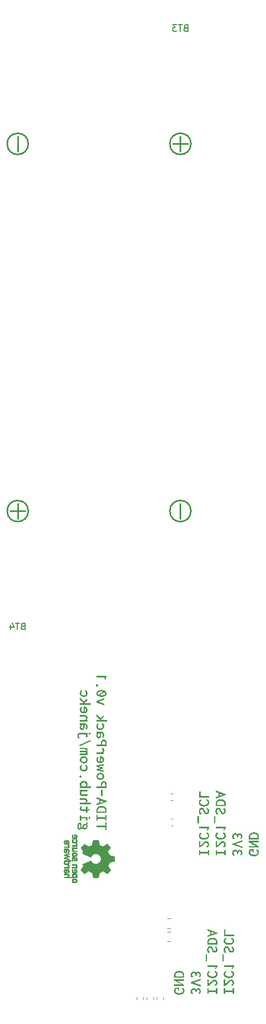
<source format=gbo>
G04 #@! TF.GenerationSoftware,KiCad,Pcbnew,8.0.3*
G04 #@! TF.CreationDate,2025-04-07T19:30:46+02:00*
G04 #@! TF.ProjectId,TIDA-PowerPack,54494441-2d50-46f7-9765-725061636b2e,rev?*
G04 #@! TF.SameCoordinates,Original*
G04 #@! TF.FileFunction,Legend,Bot*
G04 #@! TF.FilePolarity,Positive*
%FSLAX46Y46*%
G04 Gerber Fmt 4.6, Leading zero omitted, Abs format (unit mm)*
G04 Created by KiCad (PCBNEW 8.0.3) date 2025-04-07 19:30:46*
%MOMM*%
%LPD*%
G01*
G04 APERTURE LIST*
%ADD10C,0.032000*%
%ADD11C,0.300000*%
%ADD12C,0.150000*%
%ADD13C,0.250000*%
%ADD14C,0.120000*%
G04 APERTURE END LIST*
D10*
X136777652Y-166238120D02*
X136795419Y-166239372D01*
X136812746Y-166241430D01*
X136829622Y-166244273D01*
X136846038Y-166247877D01*
X136861984Y-166252221D01*
X136877451Y-166257281D01*
X136892428Y-166263036D01*
X136906908Y-166269463D01*
X136920879Y-166276539D01*
X136934333Y-166284242D01*
X136947259Y-166292549D01*
X136959648Y-166301438D01*
X136971491Y-166310886D01*
X136982778Y-166320872D01*
X136993499Y-166331371D01*
X137003644Y-166342363D01*
X137013205Y-166353824D01*
X137022171Y-166365732D01*
X137030533Y-166378064D01*
X137038281Y-166390798D01*
X137045406Y-166403912D01*
X137051898Y-166417382D01*
X137057747Y-166431187D01*
X137062944Y-166445304D01*
X137067479Y-166459710D01*
X137071343Y-166474383D01*
X137074526Y-166489300D01*
X137077018Y-166504440D01*
X137078810Y-166519779D01*
X137079893Y-166535295D01*
X137080256Y-166550965D01*
X137079106Y-166578699D01*
X137075557Y-166606617D01*
X137072835Y-166620559D01*
X137069456Y-166634446D01*
X137065402Y-166648243D01*
X137060652Y-166661916D01*
X137055190Y-166675430D01*
X137048994Y-166688752D01*
X137042047Y-166701848D01*
X137034330Y-166714684D01*
X137025823Y-166727225D01*
X137016508Y-166739438D01*
X137006366Y-166751288D01*
X136995377Y-166762742D01*
X136983523Y-166773766D01*
X136970785Y-166784325D01*
X136957144Y-166794385D01*
X136942581Y-166803913D01*
X136927077Y-166812874D01*
X136910613Y-166821235D01*
X136893170Y-166828961D01*
X136874729Y-166836018D01*
X136855272Y-166842372D01*
X136834779Y-166847990D01*
X136813231Y-166852836D01*
X136790610Y-166856878D01*
X136766896Y-166860081D01*
X136759411Y-166860783D01*
X136742071Y-166862411D01*
X136716115Y-166863834D01*
X136689010Y-166864316D01*
X136660462Y-166863791D01*
X136633271Y-166862240D01*
X136607409Y-166859703D01*
X136582846Y-166856217D01*
X136559552Y-166851819D01*
X136537498Y-166846547D01*
X136516654Y-166840440D01*
X136496990Y-166833535D01*
X136478477Y-166825871D01*
X136461085Y-166817484D01*
X136444784Y-166808413D01*
X136429546Y-166798696D01*
X136415339Y-166788370D01*
X136402135Y-166777474D01*
X136389905Y-166766046D01*
X136378617Y-166754122D01*
X136368243Y-166741742D01*
X136358753Y-166728942D01*
X136350118Y-166715762D01*
X136342307Y-166702238D01*
X136335292Y-166688408D01*
X136329042Y-166674312D01*
X136318720Y-166645467D01*
X136311104Y-166616007D01*
X136305958Y-166586234D01*
X136303044Y-166556451D01*
X136302126Y-166526962D01*
X136302551Y-166507906D01*
X136303842Y-166488982D01*
X136306020Y-166470217D01*
X136309107Y-166451637D01*
X136313125Y-166433268D01*
X136318097Y-166415136D01*
X136324043Y-166397268D01*
X136330987Y-166379689D01*
X136338949Y-166362427D01*
X136347953Y-166345507D01*
X136358019Y-166328955D01*
X136369170Y-166312798D01*
X136381428Y-166297062D01*
X136394815Y-166281773D01*
X136409352Y-166266958D01*
X136425062Y-166252642D01*
X136519550Y-166363598D01*
X136511051Y-166372241D01*
X136503022Y-166381272D01*
X136495476Y-166390659D01*
X136488422Y-166400368D01*
X136481871Y-166410367D01*
X136475833Y-166420621D01*
X136470320Y-166431099D01*
X136465342Y-166441766D01*
X136460910Y-166452590D01*
X136457034Y-166463538D01*
X136453725Y-166474576D01*
X136450994Y-166485672D01*
X136448851Y-166496792D01*
X136447307Y-166507904D01*
X136446373Y-166518973D01*
X136446059Y-166529968D01*
X136446244Y-166539725D01*
X136446797Y-166549306D01*
X136447719Y-166558702D01*
X136449009Y-166567904D01*
X136450667Y-166576904D01*
X136452692Y-166585693D01*
X136455085Y-166594262D01*
X136457845Y-166602602D01*
X136460972Y-166610704D01*
X136464465Y-166618561D01*
X136468324Y-166626162D01*
X136472549Y-166633499D01*
X136477140Y-166640564D01*
X136482096Y-166647348D01*
X136487417Y-166653842D01*
X136493103Y-166660036D01*
X136499152Y-166665924D01*
X136505567Y-166671494D01*
X136512344Y-166676740D01*
X136519486Y-166681652D01*
X136526990Y-166686221D01*
X136534858Y-166690439D01*
X136543088Y-166694297D01*
X136551680Y-166697786D01*
X136560634Y-166700897D01*
X136569951Y-166703622D01*
X136579628Y-166705952D01*
X136589667Y-166707877D01*
X136600066Y-166709390D01*
X136610826Y-166710482D01*
X136621947Y-166711143D01*
X136633427Y-166711366D01*
X136759411Y-166711366D01*
X136770076Y-166710900D01*
X136780423Y-166710064D01*
X136790451Y-166708866D01*
X136800160Y-166707312D01*
X136809546Y-166705412D01*
X136818610Y-166703171D01*
X136827349Y-166700599D01*
X136835763Y-166697703D01*
X136843849Y-166694491D01*
X136851607Y-166690969D01*
X136859035Y-166687147D01*
X136866132Y-166683031D01*
X136872896Y-166678630D01*
X136879327Y-166673950D01*
X136885421Y-166669001D01*
X136891179Y-166663788D01*
X136896599Y-166658321D01*
X136901679Y-166652607D01*
X136906418Y-166646653D01*
X136910815Y-166640468D01*
X136914867Y-166634058D01*
X136918575Y-166627432D01*
X136921936Y-166620598D01*
X136924950Y-166613562D01*
X136927614Y-166606333D01*
X136929927Y-166598918D01*
X136931888Y-166591326D01*
X136933496Y-166583563D01*
X136934749Y-166575638D01*
X136935646Y-166567558D01*
X136936185Y-166559331D01*
X136936365Y-166550965D01*
X136936185Y-166542603D01*
X136935646Y-166534388D01*
X136934749Y-166526327D01*
X136933496Y-166518427D01*
X136931888Y-166510695D01*
X136929927Y-166503138D01*
X136927614Y-166495763D01*
X136924950Y-166488576D01*
X136921936Y-166481585D01*
X136918575Y-166474796D01*
X136914867Y-166468216D01*
X136910814Y-166461852D01*
X136906418Y-166455712D01*
X136901679Y-166449801D01*
X136896599Y-166444127D01*
X136891179Y-166438697D01*
X136885421Y-166433517D01*
X136879326Y-166428594D01*
X136872896Y-166423936D01*
X136866132Y-166419549D01*
X136859035Y-166415440D01*
X136851607Y-166411617D01*
X136843849Y-166408084D01*
X136835763Y-166404851D01*
X136827349Y-166401923D01*
X136818610Y-166399308D01*
X136809546Y-166397012D01*
X136800159Y-166395042D01*
X136790451Y-166393406D01*
X136780423Y-166392109D01*
X136770076Y-166391160D01*
X136759411Y-166390564D01*
X136759411Y-166711366D01*
X136633427Y-166711366D01*
X136633427Y-166237698D01*
X136759454Y-166237698D01*
X136777652Y-166238120D01*
G36*
X136777652Y-166238120D02*
G01*
X136795419Y-166239372D01*
X136812746Y-166241430D01*
X136829622Y-166244273D01*
X136846038Y-166247877D01*
X136861984Y-166252221D01*
X136877451Y-166257281D01*
X136892428Y-166263036D01*
X136906908Y-166269463D01*
X136920879Y-166276539D01*
X136934333Y-166284242D01*
X136947259Y-166292549D01*
X136959648Y-166301438D01*
X136971491Y-166310886D01*
X136982778Y-166320872D01*
X136993499Y-166331371D01*
X137003644Y-166342363D01*
X137013205Y-166353824D01*
X137022171Y-166365732D01*
X137030533Y-166378064D01*
X137038281Y-166390798D01*
X137045406Y-166403912D01*
X137051898Y-166417382D01*
X137057747Y-166431187D01*
X137062944Y-166445304D01*
X137067479Y-166459710D01*
X137071343Y-166474383D01*
X137074526Y-166489300D01*
X137077018Y-166504440D01*
X137078810Y-166519779D01*
X137079893Y-166535295D01*
X137080256Y-166550965D01*
X137079106Y-166578699D01*
X137075557Y-166606617D01*
X137072835Y-166620559D01*
X137069456Y-166634446D01*
X137065402Y-166648243D01*
X137060652Y-166661916D01*
X137055190Y-166675430D01*
X137048994Y-166688752D01*
X137042047Y-166701848D01*
X137034330Y-166714684D01*
X137025823Y-166727225D01*
X137016508Y-166739438D01*
X137006366Y-166751288D01*
X136995377Y-166762742D01*
X136983523Y-166773766D01*
X136970785Y-166784325D01*
X136957144Y-166794385D01*
X136942581Y-166803913D01*
X136927077Y-166812874D01*
X136910613Y-166821235D01*
X136893170Y-166828961D01*
X136874729Y-166836018D01*
X136855272Y-166842372D01*
X136834779Y-166847990D01*
X136813231Y-166852836D01*
X136790610Y-166856878D01*
X136766896Y-166860081D01*
X136759411Y-166860783D01*
X136742071Y-166862411D01*
X136716115Y-166863834D01*
X136689010Y-166864316D01*
X136660462Y-166863791D01*
X136633271Y-166862240D01*
X136607409Y-166859703D01*
X136582846Y-166856217D01*
X136559552Y-166851819D01*
X136537498Y-166846547D01*
X136516654Y-166840440D01*
X136496990Y-166833535D01*
X136478477Y-166825871D01*
X136461085Y-166817484D01*
X136444784Y-166808413D01*
X136429546Y-166798696D01*
X136415339Y-166788370D01*
X136402135Y-166777474D01*
X136389905Y-166766046D01*
X136378617Y-166754122D01*
X136368243Y-166741742D01*
X136358753Y-166728942D01*
X136350118Y-166715762D01*
X136342307Y-166702238D01*
X136335292Y-166688408D01*
X136329042Y-166674312D01*
X136318720Y-166645467D01*
X136311104Y-166616007D01*
X136305958Y-166586234D01*
X136303044Y-166556451D01*
X136302126Y-166526962D01*
X136302551Y-166507906D01*
X136303842Y-166488982D01*
X136306020Y-166470217D01*
X136309107Y-166451637D01*
X136313125Y-166433268D01*
X136318097Y-166415136D01*
X136324043Y-166397268D01*
X136330987Y-166379689D01*
X136338949Y-166362427D01*
X136347953Y-166345507D01*
X136358019Y-166328955D01*
X136369170Y-166312798D01*
X136381428Y-166297062D01*
X136394815Y-166281773D01*
X136409352Y-166266958D01*
X136425062Y-166252642D01*
X136519550Y-166363598D01*
X136511051Y-166372241D01*
X136503022Y-166381272D01*
X136495476Y-166390659D01*
X136488422Y-166400368D01*
X136481871Y-166410367D01*
X136475833Y-166420621D01*
X136470320Y-166431099D01*
X136465342Y-166441766D01*
X136460910Y-166452590D01*
X136457034Y-166463538D01*
X136453725Y-166474576D01*
X136450994Y-166485672D01*
X136448851Y-166496792D01*
X136447307Y-166507904D01*
X136446373Y-166518973D01*
X136446059Y-166529968D01*
X136446244Y-166539725D01*
X136446797Y-166549306D01*
X136447719Y-166558702D01*
X136449009Y-166567904D01*
X136450667Y-166576904D01*
X136452692Y-166585693D01*
X136455085Y-166594262D01*
X136457845Y-166602602D01*
X136460972Y-166610704D01*
X136464465Y-166618561D01*
X136468324Y-166626162D01*
X136472549Y-166633499D01*
X136477140Y-166640564D01*
X136482096Y-166647348D01*
X136487417Y-166653842D01*
X136493103Y-166660036D01*
X136499152Y-166665924D01*
X136505567Y-166671494D01*
X136512344Y-166676740D01*
X136519486Y-166681652D01*
X136526990Y-166686221D01*
X136534858Y-166690439D01*
X136543088Y-166694297D01*
X136551680Y-166697786D01*
X136560634Y-166700897D01*
X136569951Y-166703622D01*
X136579628Y-166705952D01*
X136589667Y-166707877D01*
X136600066Y-166709390D01*
X136610826Y-166710482D01*
X136621947Y-166711143D01*
X136633427Y-166711366D01*
X136759411Y-166711366D01*
X136770076Y-166710900D01*
X136780423Y-166710064D01*
X136790451Y-166708866D01*
X136800160Y-166707312D01*
X136809546Y-166705412D01*
X136818610Y-166703171D01*
X136827349Y-166700599D01*
X136835763Y-166697703D01*
X136843849Y-166694491D01*
X136851607Y-166690969D01*
X136859035Y-166687147D01*
X136866132Y-166683031D01*
X136872896Y-166678630D01*
X136879327Y-166673950D01*
X136885421Y-166669001D01*
X136891179Y-166663788D01*
X136896599Y-166658321D01*
X136901679Y-166652607D01*
X136906418Y-166646653D01*
X136910815Y-166640468D01*
X136914867Y-166634058D01*
X136918575Y-166627432D01*
X136921936Y-166620598D01*
X136924950Y-166613562D01*
X136927614Y-166606333D01*
X136929927Y-166598918D01*
X136931888Y-166591326D01*
X136933496Y-166583563D01*
X136934749Y-166575638D01*
X136935646Y-166567558D01*
X136936185Y-166559331D01*
X136936365Y-166550965D01*
X136936185Y-166542603D01*
X136935646Y-166534388D01*
X136934749Y-166526327D01*
X136933496Y-166518427D01*
X136931888Y-166510695D01*
X136929927Y-166503138D01*
X136927614Y-166495763D01*
X136924950Y-166488576D01*
X136921936Y-166481585D01*
X136918575Y-166474796D01*
X136914867Y-166468216D01*
X136910814Y-166461852D01*
X136906418Y-166455712D01*
X136901679Y-166449801D01*
X136896599Y-166444127D01*
X136891179Y-166438697D01*
X136885421Y-166433517D01*
X136879326Y-166428594D01*
X136872896Y-166423936D01*
X136866132Y-166419549D01*
X136859035Y-166415440D01*
X136851607Y-166411617D01*
X136843849Y-166408084D01*
X136835763Y-166404851D01*
X136827349Y-166401923D01*
X136818610Y-166399308D01*
X136809546Y-166397012D01*
X136800159Y-166395042D01*
X136790451Y-166393406D01*
X136780423Y-166392109D01*
X136770076Y-166391160D01*
X136759411Y-166390564D01*
X136759411Y-166711366D01*
X136633427Y-166711366D01*
X136633427Y-166237698D01*
X136759454Y-166237698D01*
X136777652Y-166238120D01*
G37*
X141490004Y-166224400D02*
X141491619Y-166224516D01*
X141493225Y-166224710D01*
X141494821Y-166224979D01*
X141496404Y-166225322D01*
X141497971Y-166225737D01*
X141499520Y-166226221D01*
X141501049Y-166226773D01*
X141502556Y-166227391D01*
X141504038Y-166228072D01*
X141506917Y-166229618D01*
X141509669Y-166231394D01*
X141512275Y-166233386D01*
X141514715Y-166235576D01*
X141516971Y-166237949D01*
X141519025Y-166240490D01*
X141520857Y-166243181D01*
X141521684Y-166244579D01*
X141522449Y-166246008D01*
X141523149Y-166247467D01*
X141523781Y-166248954D01*
X141524345Y-166250467D01*
X141524836Y-166252003D01*
X141525253Y-166253561D01*
X141525594Y-166255140D01*
X141655007Y-166951057D01*
X141655748Y-166954247D01*
X141656771Y-166957454D01*
X141658055Y-166960656D01*
X141659585Y-166963833D01*
X141661340Y-166966963D01*
X141663305Y-166970024D01*
X141665459Y-166972997D01*
X141667786Y-166975859D01*
X141670267Y-166978590D01*
X141672885Y-166981168D01*
X141675620Y-166983572D01*
X141678456Y-166985782D01*
X141681374Y-166987775D01*
X141684356Y-166989531D01*
X141687384Y-166991029D01*
X141690440Y-166992248D01*
X142188110Y-167205566D01*
X142191090Y-167206947D01*
X142194248Y-167208108D01*
X142197556Y-167209050D01*
X142200988Y-167209775D01*
X142204517Y-167210285D01*
X142208115Y-167210581D01*
X142211755Y-167210666D01*
X142215410Y-167210540D01*
X142219053Y-167210206D01*
X142222655Y-167209665D01*
X142226192Y-167208919D01*
X142229633Y-167207971D01*
X142232954Y-167206820D01*
X142236126Y-167205471D01*
X142239123Y-167203923D01*
X142241916Y-167202179D01*
X142832889Y-166796710D01*
X142834244Y-166795835D01*
X142835639Y-166795028D01*
X142837071Y-166794288D01*
X142838538Y-166793616D01*
X142840035Y-166793010D01*
X142841561Y-166792472D01*
X142844684Y-166791594D01*
X142847882Y-166790981D01*
X142851131Y-166790630D01*
X142854405Y-166790540D01*
X142857681Y-166790709D01*
X142860933Y-166791135D01*
X142864138Y-166791816D01*
X142867270Y-166792750D01*
X142870305Y-166793935D01*
X142873218Y-166795371D01*
X142874621Y-166796181D01*
X142875985Y-166797053D01*
X142877305Y-166797987D01*
X142878580Y-166798982D01*
X142879806Y-166800038D01*
X142880980Y-166801155D01*
X143387414Y-167307588D01*
X143388531Y-167308762D01*
X143389587Y-167309988D01*
X143390583Y-167311262D01*
X143391518Y-167312582D01*
X143392392Y-167313945D01*
X143393205Y-167315347D01*
X143393956Y-167316785D01*
X143394645Y-167318257D01*
X143395271Y-167319759D01*
X143395836Y-167321289D01*
X143396775Y-167324417D01*
X143397461Y-167327618D01*
X143397891Y-167330867D01*
X143398063Y-167334138D01*
X143397976Y-167337409D01*
X143397625Y-167340654D01*
X143397351Y-167342259D01*
X143397010Y-167343849D01*
X143396603Y-167345420D01*
X143396128Y-167346969D01*
X143395586Y-167348494D01*
X143394977Y-167349990D01*
X143394300Y-167351456D01*
X143393555Y-167352888D01*
X143392741Y-167354282D01*
X143391859Y-167355637D01*
X142979193Y-167956982D01*
X142977454Y-167959763D01*
X142975906Y-167962755D01*
X142974550Y-167965929D01*
X142973388Y-167969257D01*
X142972422Y-167972711D01*
X142971654Y-167976263D01*
X142971087Y-167979886D01*
X142970721Y-167983551D01*
X142970560Y-167987231D01*
X142970604Y-167990897D01*
X142970856Y-167994521D01*
X142971317Y-167998076D01*
X142971991Y-168001534D01*
X142972877Y-168004866D01*
X142973979Y-168008044D01*
X142975299Y-168011041D01*
X143172784Y-168493472D01*
X143173329Y-168495006D01*
X143173948Y-168496536D01*
X143174636Y-168498058D01*
X143175393Y-168499572D01*
X143177099Y-168502561D01*
X143179046Y-168505487D01*
X143181211Y-168508331D01*
X143183575Y-168511075D01*
X143186115Y-168513700D01*
X143188812Y-168516189D01*
X143191645Y-168518524D01*
X143194592Y-168520686D01*
X143197632Y-168522659D01*
X143200746Y-168524422D01*
X143203911Y-168525959D01*
X143207107Y-168527252D01*
X143210313Y-168528282D01*
X143211913Y-168528693D01*
X143213508Y-168529032D01*
X143933302Y-168663017D01*
X143934884Y-168663350D01*
X143936446Y-168663761D01*
X143937986Y-168664246D01*
X143939502Y-168664803D01*
X143940992Y-168665431D01*
X143942454Y-168666127D01*
X143943886Y-168666887D01*
X143945286Y-168667711D01*
X143946652Y-168668595D01*
X143947982Y-168669537D01*
X143949274Y-168670535D01*
X143950527Y-168671587D01*
X143951737Y-168672689D01*
X143952904Y-168673840D01*
X143954025Y-168675037D01*
X143955098Y-168676278D01*
X143956122Y-168677560D01*
X143957094Y-168678882D01*
X143958012Y-168680240D01*
X143958874Y-168681632D01*
X143959679Y-168683056D01*
X143960424Y-168684510D01*
X143961108Y-168685991D01*
X143961728Y-168687496D01*
X143962283Y-168689024D01*
X143962770Y-168690572D01*
X143963187Y-168692137D01*
X143963533Y-168693718D01*
X143963806Y-168695311D01*
X143964003Y-168696915D01*
X143964123Y-168698526D01*
X143964163Y-168700144D01*
X143964163Y-169416423D01*
X143964123Y-169418037D01*
X143964003Y-169419645D01*
X143963806Y-169421245D01*
X143963533Y-169422835D01*
X143963187Y-169424413D01*
X143962770Y-169425975D01*
X143962283Y-169427520D01*
X143961728Y-169429046D01*
X143961108Y-169430549D01*
X143960424Y-169432028D01*
X143958874Y-169434903D01*
X143957094Y-169437650D01*
X143955098Y-169440252D01*
X143952904Y-169442688D01*
X143950527Y-169444940D01*
X143947982Y-169446989D01*
X143946652Y-169447930D01*
X143945286Y-169448814D01*
X143943886Y-169449638D01*
X143942454Y-169450398D01*
X143940992Y-169451094D01*
X143939502Y-169451721D01*
X143937986Y-169452279D01*
X143936446Y-169452764D01*
X143934884Y-169453174D01*
X143933302Y-169453507D01*
X143213508Y-169587450D01*
X143210313Y-169588199D01*
X143207107Y-169589228D01*
X143203911Y-169590519D01*
X143200746Y-169592054D01*
X143197632Y-169593815D01*
X143194592Y-169595784D01*
X143191645Y-169597944D01*
X143188812Y-169600277D01*
X143186115Y-169602764D01*
X143183575Y-169605389D01*
X143181211Y-169608132D01*
X143179046Y-169610977D01*
X143177099Y-169613905D01*
X143175393Y-169616898D01*
X143173948Y-169619939D01*
X143172784Y-169623010D01*
X142975299Y-170105483D01*
X142973979Y-170108488D01*
X142972877Y-170111673D01*
X142971990Y-170115010D01*
X142971317Y-170118472D01*
X142970856Y-170122030D01*
X142970604Y-170125657D01*
X142970560Y-170129325D01*
X142970721Y-170133005D01*
X142971087Y-170136670D01*
X142971654Y-170140291D01*
X142972422Y-170143841D01*
X142973388Y-170147292D01*
X142974550Y-170150615D01*
X142975906Y-170153783D01*
X142977454Y-170156769D01*
X142979193Y-170159543D01*
X143391859Y-170760845D01*
X143392741Y-170762204D01*
X143393555Y-170763602D01*
X143394300Y-170765038D01*
X143394977Y-170766507D01*
X143395586Y-170768008D01*
X143396128Y-170769536D01*
X143397010Y-170772663D01*
X143397625Y-170775865D01*
X143397975Y-170779116D01*
X143398063Y-170782392D01*
X143397891Y-170785668D01*
X143397461Y-170788920D01*
X143396775Y-170792123D01*
X143395835Y-170795253D01*
X143394645Y-170798284D01*
X143393205Y-170801193D01*
X143392392Y-170802594D01*
X143391518Y-170803954D01*
X143390583Y-170805272D01*
X143389587Y-170806543D01*
X143388531Y-170807766D01*
X143387414Y-170808936D01*
X142880980Y-171315412D01*
X142879806Y-171316525D01*
X142878580Y-171317579D01*
X142877305Y-171318572D01*
X142875985Y-171319505D01*
X142874621Y-171320377D01*
X142873218Y-171321188D01*
X142871778Y-171321937D01*
X142870305Y-171322625D01*
X142868801Y-171323251D01*
X142867270Y-171323815D01*
X142864138Y-171324755D01*
X142860933Y-171325442D01*
X142857681Y-171325874D01*
X142854405Y-171326048D01*
X142851131Y-171325963D01*
X142847882Y-171325615D01*
X142846275Y-171325342D01*
X142844684Y-171325003D01*
X142843112Y-171324596D01*
X142841561Y-171324123D01*
X142840035Y-171323582D01*
X142838538Y-171322974D01*
X142837071Y-171322297D01*
X142835639Y-171321553D01*
X142834244Y-171320739D01*
X142832889Y-171319857D01*
X142241916Y-170914346D01*
X142239123Y-170912617D01*
X142236126Y-170911082D01*
X142232954Y-170909743D01*
X142229633Y-170908603D01*
X142226192Y-170907661D01*
X142222655Y-170906922D01*
X142219053Y-170906385D01*
X142215410Y-170906054D01*
X142211755Y-170905930D01*
X142208115Y-170906014D01*
X142204517Y-170906308D01*
X142200988Y-170906815D01*
X142197556Y-170907536D01*
X142194248Y-170908473D01*
X142191090Y-170909628D01*
X142188110Y-170911002D01*
X141690440Y-171124362D01*
X141688910Y-171124931D01*
X141687384Y-171125572D01*
X141684356Y-171127062D01*
X141681374Y-171128811D01*
X141678456Y-171130798D01*
X141675620Y-171133001D01*
X141672885Y-171135400D01*
X141670267Y-171137974D01*
X141667786Y-171140702D01*
X141665459Y-171143563D01*
X141663305Y-171146536D01*
X141661340Y-171149600D01*
X141659585Y-171152734D01*
X141658055Y-171155918D01*
X141656771Y-171159129D01*
X141655748Y-171162347D01*
X141655341Y-171163953D01*
X141655007Y-171165552D01*
X141525594Y-171861427D01*
X141525253Y-171863013D01*
X141524836Y-171864578D01*
X141524345Y-171866121D01*
X141523781Y-171867639D01*
X141523149Y-171869131D01*
X141522449Y-171870595D01*
X141521685Y-171872028D01*
X141520858Y-171873429D01*
X141519971Y-171874796D01*
X141519026Y-171876126D01*
X141518027Y-171877418D01*
X141516974Y-171878671D01*
X141515870Y-171879881D01*
X141514719Y-171881047D01*
X141513521Y-171882167D01*
X141512280Y-171883240D01*
X141510998Y-171884262D01*
X141509677Y-171885233D01*
X141508319Y-171886150D01*
X141506927Y-171887011D01*
X141505504Y-171887815D01*
X141504051Y-171888558D01*
X141502571Y-171889241D01*
X141501067Y-171889860D01*
X141499540Y-171890413D01*
X141497993Y-171890899D01*
X141496429Y-171891315D01*
X141494849Y-171891660D01*
X141493257Y-171891932D01*
X141491654Y-171892129D01*
X141490042Y-171892248D01*
X141488425Y-171892288D01*
X140772188Y-171892246D01*
X140770570Y-171892206D01*
X140768958Y-171892086D01*
X140767353Y-171891889D01*
X140765758Y-171891616D01*
X140764176Y-171891270D01*
X140762609Y-171890853D01*
X140761058Y-171890366D01*
X140759528Y-171889811D01*
X140756536Y-171888508D01*
X140753652Y-171886958D01*
X140750895Y-171885177D01*
X140748285Y-171883181D01*
X140745841Y-171880987D01*
X140743583Y-171878610D01*
X140741530Y-171876065D01*
X140740586Y-171874735D01*
X140739701Y-171873369D01*
X140738877Y-171871969D01*
X140738116Y-171870537D01*
X140737421Y-171869075D01*
X140736795Y-171867585D01*
X140736239Y-171866069D01*
X140735756Y-171864529D01*
X140735348Y-171862967D01*
X140735019Y-171861385D01*
X140608696Y-171182570D01*
X140608369Y-171180976D01*
X140607967Y-171179377D01*
X140606951Y-171176176D01*
X140605666Y-171172990D01*
X140604132Y-171169838D01*
X140602367Y-171166741D01*
X140600389Y-171163720D01*
X140598217Y-171160796D01*
X140595869Y-171157990D01*
X140593365Y-171155323D01*
X140590723Y-171152814D01*
X140587961Y-171150485D01*
X140585098Y-171148357D01*
X140582153Y-171146451D01*
X140579144Y-171144787D01*
X140576090Y-171143386D01*
X140574552Y-171142791D01*
X140573009Y-171142269D01*
X140043631Y-170930348D01*
X140040620Y-170929037D01*
X140037431Y-170927943D01*
X140034092Y-170927064D01*
X140030630Y-170926399D01*
X140027073Y-170925945D01*
X140023449Y-170925701D01*
X140019785Y-170925665D01*
X140016109Y-170925834D01*
X140012448Y-170926208D01*
X140008830Y-170926783D01*
X140005283Y-170927559D01*
X140001834Y-170928532D01*
X139998511Y-170929702D01*
X139995341Y-170931066D01*
X139992352Y-170932623D01*
X139989571Y-170934370D01*
X139427681Y-171319942D01*
X139426326Y-171320820D01*
X139424931Y-171321630D01*
X139423498Y-171322372D01*
X139422031Y-171323046D01*
X139420532Y-171323653D01*
X139419005Y-171324192D01*
X139415880Y-171325069D01*
X139412678Y-171325681D01*
X139409426Y-171326029D01*
X139406148Y-171326115D01*
X139402868Y-171325942D01*
X139399612Y-171325513D01*
X139396403Y-171324828D01*
X139393268Y-171323891D01*
X139390230Y-171322704D01*
X139387314Y-171321269D01*
X139385910Y-171320459D01*
X139384545Y-171319588D01*
X139383224Y-171318656D01*
X139381948Y-171317663D01*
X139380722Y-171316610D01*
X139379548Y-171315497D01*
X138873114Y-170808978D01*
X138872005Y-170807808D01*
X138870955Y-170806586D01*
X138869966Y-170805314D01*
X138869037Y-170803997D01*
X138868169Y-170802636D01*
X138867362Y-170801236D01*
X138866615Y-170799798D01*
X138865931Y-170798327D01*
X138865308Y-170796825D01*
X138864747Y-170795296D01*
X138863812Y-170792166D01*
X138863129Y-170788963D01*
X138862700Y-170785711D01*
X138862527Y-170782435D01*
X138862612Y-170779159D01*
X138862957Y-170775908D01*
X138863228Y-170774299D01*
X138863565Y-170772706D01*
X138863969Y-170771132D01*
X138864438Y-170769579D01*
X138864975Y-170768051D01*
X138865578Y-170766550D01*
X138866249Y-170765081D01*
X138866988Y-170763645D01*
X138867794Y-170762246D01*
X138868669Y-170760888D01*
X139247510Y-170208946D01*
X139249230Y-170206171D01*
X139250740Y-170203197D01*
X139252037Y-170200054D01*
X139253122Y-170196766D01*
X139253995Y-170193362D01*
X139254653Y-170189870D01*
X139255097Y-170186315D01*
X139255326Y-170182725D01*
X139255339Y-170179129D01*
X139255135Y-170175552D01*
X139254715Y-170172022D01*
X139254076Y-170168566D01*
X139253219Y-170165211D01*
X139252143Y-170161986D01*
X139250847Y-170158916D01*
X139249330Y-170156029D01*
X139119367Y-169912612D01*
X139118671Y-169911161D01*
X139118059Y-169909696D01*
X139117531Y-169908222D01*
X139117085Y-169906740D01*
X139116720Y-169905254D01*
X139116435Y-169903764D01*
X139116230Y-169902276D01*
X139116103Y-169900790D01*
X139116053Y-169899309D01*
X139116080Y-169897836D01*
X139116183Y-169896374D01*
X139116360Y-169894924D01*
X139116611Y-169893490D01*
X139116934Y-169892075D01*
X139117329Y-169890680D01*
X139117795Y-169889308D01*
X139118331Y-169887962D01*
X139118936Y-169886644D01*
X139119608Y-169885358D01*
X139120348Y-169884104D01*
X139121153Y-169882887D01*
X139122024Y-169881708D01*
X139122959Y-169880571D01*
X139123957Y-169879477D01*
X139125017Y-169878430D01*
X139126138Y-169877431D01*
X139127320Y-169876484D01*
X139128561Y-169875590D01*
X139129860Y-169874753D01*
X139131217Y-169873976D01*
X139132630Y-169873259D01*
X139134099Y-169872607D01*
X140346822Y-169370704D01*
X140348331Y-169370119D01*
X140349862Y-169369612D01*
X140351414Y-169369181D01*
X140352983Y-169368824D01*
X140354566Y-169368542D01*
X140356160Y-169368333D01*
X140359371Y-169368130D01*
X140362594Y-169368208D01*
X140365804Y-169368560D01*
X140368979Y-169369177D01*
X140372095Y-169370053D01*
X140375130Y-169371179D01*
X140378061Y-169372548D01*
X140380865Y-169374152D01*
X140383517Y-169375984D01*
X140385996Y-169378036D01*
X140387164Y-169379142D01*
X140388279Y-169380300D01*
X140389339Y-169381510D01*
X140390342Y-169382769D01*
X140391283Y-169384078D01*
X140392161Y-169385436D01*
X140429457Y-169446353D01*
X140432249Y-169450750D01*
X140435436Y-169455438D01*
X140438949Y-169460332D01*
X140442718Y-169465345D01*
X140446673Y-169470392D01*
X140450745Y-169475387D01*
X140454865Y-169480244D01*
X140458963Y-169484877D01*
X140486566Y-169525196D01*
X140516535Y-169563677D01*
X140548768Y-169600214D01*
X140583158Y-169634702D01*
X140619603Y-169667035D01*
X140657997Y-169697110D01*
X140698236Y-169724819D01*
X140740215Y-169750058D01*
X140783831Y-169772722D01*
X140806219Y-169783056D01*
X140828978Y-169792706D01*
X140852093Y-169801660D01*
X140875552Y-169809904D01*
X140899342Y-169817425D01*
X140923450Y-169824211D01*
X140947862Y-169830248D01*
X140972565Y-169835522D01*
X140997547Y-169840021D01*
X141022795Y-169843731D01*
X141048295Y-169846640D01*
X141074034Y-169848734D01*
X141100000Y-169850000D01*
X141126179Y-169850425D01*
X141166941Y-169849394D01*
X141207168Y-169846335D01*
X141246810Y-169841298D01*
X141285817Y-169834331D01*
X141324139Y-169825486D01*
X141361728Y-169814811D01*
X141398532Y-169802357D01*
X141434503Y-169788173D01*
X141469590Y-169772310D01*
X141503744Y-169754816D01*
X141536915Y-169735743D01*
X141569053Y-169715138D01*
X141600108Y-169693053D01*
X141630031Y-169669537D01*
X141658772Y-169644640D01*
X141686280Y-169618412D01*
X141712508Y-169590902D01*
X141737404Y-169562161D01*
X141760918Y-169532237D01*
X141783002Y-169501182D01*
X141803605Y-169469043D01*
X141822677Y-169435873D01*
X141840170Y-169401719D01*
X141856032Y-169366633D01*
X141870214Y-169330663D01*
X141882667Y-169293860D01*
X141893341Y-169256273D01*
X141902185Y-169217952D01*
X141909151Y-169178947D01*
X141914188Y-169139308D01*
X141917247Y-169099085D01*
X141918278Y-169058326D01*
X141917247Y-169017568D01*
X141914188Y-168977345D01*
X141909151Y-168937706D01*
X141902185Y-168898702D01*
X141893341Y-168860383D01*
X141882667Y-168822797D01*
X141870214Y-168785995D01*
X141856032Y-168750027D01*
X141840170Y-168714942D01*
X141822677Y-168680790D01*
X141803605Y-168647621D01*
X141783002Y-168615485D01*
X141760918Y-168584431D01*
X141737404Y-168554509D01*
X141712508Y-168525770D01*
X141686280Y-168498262D01*
X141658772Y-168472035D01*
X141630031Y-168447140D01*
X141600108Y-168423626D01*
X141569053Y-168401543D01*
X141536915Y-168380941D01*
X141503744Y-168361869D01*
X141469590Y-168344377D01*
X141434503Y-168328515D01*
X141398532Y-168314333D01*
X141361728Y-168301880D01*
X141324139Y-168291206D01*
X141285817Y-168282362D01*
X141246810Y-168275396D01*
X141207168Y-168270359D01*
X141166941Y-168267300D01*
X141126179Y-168266270D01*
X141074034Y-168267960D01*
X141022795Y-168272962D01*
X140972565Y-168281169D01*
X140923450Y-168292478D01*
X140875552Y-168306782D01*
X140828978Y-168323978D01*
X140783831Y-168343959D01*
X140740215Y-168366621D01*
X140698236Y-168391859D01*
X140657997Y-168419567D01*
X140619603Y-168449641D01*
X140583159Y-168481975D01*
X140548768Y-168516465D01*
X140516536Y-168553006D01*
X140486566Y-168591492D01*
X140458963Y-168631818D01*
X140454865Y-168636425D01*
X140450745Y-168641265D01*
X140446673Y-168646250D01*
X140442718Y-168651292D01*
X140438949Y-168656301D01*
X140435436Y-168661191D01*
X140432249Y-168665872D01*
X140429457Y-168670257D01*
X140392161Y-168731174D01*
X140391283Y-168732524D01*
X140390342Y-168733826D01*
X140389339Y-168735080D01*
X140388279Y-168736284D01*
X140387164Y-168737437D01*
X140385996Y-168738539D01*
X140384780Y-168739589D01*
X140383517Y-168740584D01*
X140382211Y-168741526D01*
X140380865Y-168742412D01*
X140379480Y-168743242D01*
X140378061Y-168744014D01*
X140376610Y-168744728D01*
X140375130Y-168745383D01*
X140373624Y-168745977D01*
X140372095Y-168746510D01*
X140370546Y-168746981D01*
X140368979Y-168747388D01*
X140367397Y-168747731D01*
X140365804Y-168748009D01*
X140364202Y-168748221D01*
X140362594Y-168748366D01*
X140360983Y-168748443D01*
X140359371Y-168748451D01*
X140357763Y-168748388D01*
X140356160Y-168748254D01*
X140354566Y-168748049D01*
X140352983Y-168747770D01*
X140351414Y-168747418D01*
X140349862Y-168746990D01*
X140348331Y-168746487D01*
X140346822Y-168745907D01*
X139134057Y-168244045D01*
X139132588Y-168243393D01*
X139131175Y-168242677D01*
X139129819Y-168241900D01*
X139128520Y-168241063D01*
X139127280Y-168240171D01*
X139126100Y-168239225D01*
X139124980Y-168238227D01*
X139123921Y-168237181D01*
X139122924Y-168236088D01*
X139121991Y-168234952D01*
X139121121Y-168233775D01*
X139120317Y-168232559D01*
X139119579Y-168231307D01*
X139118907Y-168230021D01*
X139118304Y-168228705D01*
X139117769Y-168227360D01*
X139117304Y-168225989D01*
X139116910Y-168224595D01*
X139116587Y-168223180D01*
X139116337Y-168221747D01*
X139116160Y-168220297D01*
X139116057Y-168218835D01*
X139116030Y-168217362D01*
X139116079Y-168215881D01*
X139116205Y-168214394D01*
X139116409Y-168212903D01*
X139116692Y-168211413D01*
X139117055Y-168209924D01*
X139117499Y-168208440D01*
X139118025Y-168206963D01*
X139118633Y-168205495D01*
X139119325Y-168204040D01*
X139249288Y-167960623D01*
X139250805Y-167957729D01*
X139252103Y-167954654D01*
X139253181Y-167951425D01*
X139254040Y-167948069D01*
X139254681Y-167944612D01*
X139255105Y-167941082D01*
X139255311Y-167937506D01*
X139255300Y-167933911D01*
X139255073Y-167930324D01*
X139254630Y-167926771D01*
X139253971Y-167923281D01*
X139253098Y-167919880D01*
X139252011Y-167916595D01*
X139250710Y-167913453D01*
X139249195Y-167910481D01*
X139247468Y-167907706D01*
X138868627Y-167355722D01*
X138867752Y-167354367D01*
X138866946Y-167352972D01*
X138866207Y-167351539D01*
X138865536Y-167350072D01*
X138864933Y-167348574D01*
X138864396Y-167347047D01*
X138863523Y-167343922D01*
X138862915Y-167340722D01*
X138862570Y-167337472D01*
X138862485Y-167334196D01*
X138862658Y-167330920D01*
X138863087Y-167327668D01*
X138863770Y-167324465D01*
X138864705Y-167321337D01*
X138865889Y-167318307D01*
X138867320Y-167315401D01*
X138868127Y-167314002D01*
X138868995Y-167312643D01*
X138869924Y-167311328D01*
X138870914Y-167310059D01*
X138871963Y-167308840D01*
X138873072Y-167307674D01*
X139379506Y-166801155D01*
X139380680Y-166800038D01*
X139381906Y-166798982D01*
X139383182Y-166797986D01*
X139384503Y-166797051D01*
X139385868Y-166796177D01*
X139387272Y-166795364D01*
X139388713Y-166794613D01*
X139390188Y-166793924D01*
X139391693Y-166793298D01*
X139393226Y-166792734D01*
X139396361Y-166791794D01*
X139399570Y-166791108D01*
X139402826Y-166790678D01*
X139406106Y-166790506D01*
X139409384Y-166790594D01*
X139412636Y-166790944D01*
X139414245Y-166791218D01*
X139415838Y-166791559D01*
X139417411Y-166791967D01*
X139418963Y-166792441D01*
X139420490Y-166792983D01*
X139421988Y-166793592D01*
X139423456Y-166794269D01*
X139424888Y-166795015D01*
X139426284Y-166795828D01*
X139427639Y-166796711D01*
X139989529Y-167182325D01*
X139992310Y-167184057D01*
X139995299Y-167185602D01*
X139998469Y-167186957D01*
X140001792Y-167188120D01*
X140005241Y-167189088D01*
X140008788Y-167189860D01*
X140012406Y-167190434D01*
X140016067Y-167190807D01*
X140019743Y-167190977D01*
X140023407Y-167190942D01*
X140027031Y-167190700D01*
X140030588Y-167190248D01*
X140034050Y-167189585D01*
X140037389Y-167188708D01*
X140040578Y-167187615D01*
X140043589Y-167186304D01*
X140572967Y-166974383D01*
X140574509Y-166973858D01*
X140576048Y-166973260D01*
X140579102Y-166971857D01*
X140582111Y-166970193D01*
X140585056Y-166968289D01*
X140587919Y-166966166D01*
X140590680Y-166963844D01*
X140593323Y-166961343D01*
X140595827Y-166958683D01*
X140598174Y-166955885D01*
X140600346Y-166952968D01*
X140602324Y-166949954D01*
X140604090Y-166946862D01*
X140605624Y-166943713D01*
X140606909Y-166940526D01*
X140607452Y-166938926D01*
X140607925Y-166937323D01*
X140608327Y-166935722D01*
X140608654Y-166934124D01*
X140734977Y-166255309D01*
X140735306Y-166253730D01*
X140735714Y-166252172D01*
X140736197Y-166250635D01*
X140736753Y-166249121D01*
X140737379Y-166247633D01*
X140738074Y-166246173D01*
X140738835Y-166244742D01*
X140739659Y-166243343D01*
X140740544Y-166241978D01*
X140741488Y-166240648D01*
X140742488Y-166239356D01*
X140743541Y-166238103D01*
X140744646Y-166236892D01*
X140745799Y-166235725D01*
X140746999Y-166234603D01*
X140748243Y-166233529D01*
X140749528Y-166232504D01*
X140750853Y-166231531D01*
X140752214Y-166230612D01*
X140753610Y-166229748D01*
X140755037Y-166228942D01*
X140756494Y-166228195D01*
X140757978Y-166227510D01*
X140759486Y-166226889D01*
X140761016Y-166226333D01*
X140762566Y-166225845D01*
X140764134Y-166225427D01*
X140765716Y-166225080D01*
X140767311Y-166224806D01*
X140768916Y-166224609D01*
X140770528Y-166224489D01*
X140772145Y-166224448D01*
X141488383Y-166224363D01*
X141490004Y-166224400D01*
G36*
X141490004Y-166224400D02*
G01*
X141491619Y-166224516D01*
X141493225Y-166224710D01*
X141494821Y-166224979D01*
X141496404Y-166225322D01*
X141497971Y-166225737D01*
X141499520Y-166226221D01*
X141501049Y-166226773D01*
X141502556Y-166227391D01*
X141504038Y-166228072D01*
X141506917Y-166229618D01*
X141509669Y-166231394D01*
X141512275Y-166233386D01*
X141514715Y-166235576D01*
X141516971Y-166237949D01*
X141519025Y-166240490D01*
X141520857Y-166243181D01*
X141521684Y-166244579D01*
X141522449Y-166246008D01*
X141523149Y-166247467D01*
X141523781Y-166248954D01*
X141524345Y-166250467D01*
X141524836Y-166252003D01*
X141525253Y-166253561D01*
X141525594Y-166255140D01*
X141655007Y-166951057D01*
X141655748Y-166954247D01*
X141656771Y-166957454D01*
X141658055Y-166960656D01*
X141659585Y-166963833D01*
X141661340Y-166966963D01*
X141663305Y-166970024D01*
X141665459Y-166972997D01*
X141667786Y-166975859D01*
X141670267Y-166978590D01*
X141672885Y-166981168D01*
X141675620Y-166983572D01*
X141678456Y-166985782D01*
X141681374Y-166987775D01*
X141684356Y-166989531D01*
X141687384Y-166991029D01*
X141690440Y-166992248D01*
X142188110Y-167205566D01*
X142191090Y-167206947D01*
X142194248Y-167208108D01*
X142197556Y-167209050D01*
X142200988Y-167209775D01*
X142204517Y-167210285D01*
X142208115Y-167210581D01*
X142211755Y-167210666D01*
X142215410Y-167210540D01*
X142219053Y-167210206D01*
X142222655Y-167209665D01*
X142226192Y-167208919D01*
X142229633Y-167207971D01*
X142232954Y-167206820D01*
X142236126Y-167205471D01*
X142239123Y-167203923D01*
X142241916Y-167202179D01*
X142832889Y-166796710D01*
X142834244Y-166795835D01*
X142835639Y-166795028D01*
X142837071Y-166794288D01*
X142838538Y-166793616D01*
X142840035Y-166793010D01*
X142841561Y-166792472D01*
X142844684Y-166791594D01*
X142847882Y-166790981D01*
X142851131Y-166790630D01*
X142854405Y-166790540D01*
X142857681Y-166790709D01*
X142860933Y-166791135D01*
X142864138Y-166791816D01*
X142867270Y-166792750D01*
X142870305Y-166793935D01*
X142873218Y-166795371D01*
X142874621Y-166796181D01*
X142875985Y-166797053D01*
X142877305Y-166797987D01*
X142878580Y-166798982D01*
X142879806Y-166800038D01*
X142880980Y-166801155D01*
X143387414Y-167307588D01*
X143388531Y-167308762D01*
X143389587Y-167309988D01*
X143390583Y-167311262D01*
X143391518Y-167312582D01*
X143392392Y-167313945D01*
X143393205Y-167315347D01*
X143393956Y-167316785D01*
X143394645Y-167318257D01*
X143395271Y-167319759D01*
X143395836Y-167321289D01*
X143396775Y-167324417D01*
X143397461Y-167327618D01*
X143397891Y-167330867D01*
X143398063Y-167334138D01*
X143397976Y-167337409D01*
X143397625Y-167340654D01*
X143397351Y-167342259D01*
X143397010Y-167343849D01*
X143396603Y-167345420D01*
X143396128Y-167346969D01*
X143395586Y-167348494D01*
X143394977Y-167349990D01*
X143394300Y-167351456D01*
X143393555Y-167352888D01*
X143392741Y-167354282D01*
X143391859Y-167355637D01*
X142979193Y-167956982D01*
X142977454Y-167959763D01*
X142975906Y-167962755D01*
X142974550Y-167965929D01*
X142973388Y-167969257D01*
X142972422Y-167972711D01*
X142971654Y-167976263D01*
X142971087Y-167979886D01*
X142970721Y-167983551D01*
X142970560Y-167987231D01*
X142970604Y-167990897D01*
X142970856Y-167994521D01*
X142971317Y-167998076D01*
X142971991Y-168001534D01*
X142972877Y-168004866D01*
X142973979Y-168008044D01*
X142975299Y-168011041D01*
X143172784Y-168493472D01*
X143173329Y-168495006D01*
X143173948Y-168496536D01*
X143174636Y-168498058D01*
X143175393Y-168499572D01*
X143177099Y-168502561D01*
X143179046Y-168505487D01*
X143181211Y-168508331D01*
X143183575Y-168511075D01*
X143186115Y-168513700D01*
X143188812Y-168516189D01*
X143191645Y-168518524D01*
X143194592Y-168520686D01*
X143197632Y-168522659D01*
X143200746Y-168524422D01*
X143203911Y-168525959D01*
X143207107Y-168527252D01*
X143210313Y-168528282D01*
X143211913Y-168528693D01*
X143213508Y-168529032D01*
X143933302Y-168663017D01*
X143934884Y-168663350D01*
X143936446Y-168663761D01*
X143937986Y-168664246D01*
X143939502Y-168664803D01*
X143940992Y-168665431D01*
X143942454Y-168666127D01*
X143943886Y-168666887D01*
X143945286Y-168667711D01*
X143946652Y-168668595D01*
X143947982Y-168669537D01*
X143949274Y-168670535D01*
X143950527Y-168671587D01*
X143951737Y-168672689D01*
X143952904Y-168673840D01*
X143954025Y-168675037D01*
X143955098Y-168676278D01*
X143956122Y-168677560D01*
X143957094Y-168678882D01*
X143958012Y-168680240D01*
X143958874Y-168681632D01*
X143959679Y-168683056D01*
X143960424Y-168684510D01*
X143961108Y-168685991D01*
X143961728Y-168687496D01*
X143962283Y-168689024D01*
X143962770Y-168690572D01*
X143963187Y-168692137D01*
X143963533Y-168693718D01*
X143963806Y-168695311D01*
X143964003Y-168696915D01*
X143964123Y-168698526D01*
X143964163Y-168700144D01*
X143964163Y-169416423D01*
X143964123Y-169418037D01*
X143964003Y-169419645D01*
X143963806Y-169421245D01*
X143963533Y-169422835D01*
X143963187Y-169424413D01*
X143962770Y-169425975D01*
X143962283Y-169427520D01*
X143961728Y-169429046D01*
X143961108Y-169430549D01*
X143960424Y-169432028D01*
X143958874Y-169434903D01*
X143957094Y-169437650D01*
X143955098Y-169440252D01*
X143952904Y-169442688D01*
X143950527Y-169444940D01*
X143947982Y-169446989D01*
X143946652Y-169447930D01*
X143945286Y-169448814D01*
X143943886Y-169449638D01*
X143942454Y-169450398D01*
X143940992Y-169451094D01*
X143939502Y-169451721D01*
X143937986Y-169452279D01*
X143936446Y-169452764D01*
X143934884Y-169453174D01*
X143933302Y-169453507D01*
X143213508Y-169587450D01*
X143210313Y-169588199D01*
X143207107Y-169589228D01*
X143203911Y-169590519D01*
X143200746Y-169592054D01*
X143197632Y-169593815D01*
X143194592Y-169595784D01*
X143191645Y-169597944D01*
X143188812Y-169600277D01*
X143186115Y-169602764D01*
X143183575Y-169605389D01*
X143181211Y-169608132D01*
X143179046Y-169610977D01*
X143177099Y-169613905D01*
X143175393Y-169616898D01*
X143173948Y-169619939D01*
X143172784Y-169623010D01*
X142975299Y-170105483D01*
X142973979Y-170108488D01*
X142972877Y-170111673D01*
X142971990Y-170115010D01*
X142971317Y-170118472D01*
X142970856Y-170122030D01*
X142970604Y-170125657D01*
X142970560Y-170129325D01*
X142970721Y-170133005D01*
X142971087Y-170136670D01*
X142971654Y-170140291D01*
X142972422Y-170143841D01*
X142973388Y-170147292D01*
X142974550Y-170150615D01*
X142975906Y-170153783D01*
X142977454Y-170156769D01*
X142979193Y-170159543D01*
X143391859Y-170760845D01*
X143392741Y-170762204D01*
X143393555Y-170763602D01*
X143394300Y-170765038D01*
X143394977Y-170766507D01*
X143395586Y-170768008D01*
X143396128Y-170769536D01*
X143397010Y-170772663D01*
X143397625Y-170775865D01*
X143397975Y-170779116D01*
X143398063Y-170782392D01*
X143397891Y-170785668D01*
X143397461Y-170788920D01*
X143396775Y-170792123D01*
X143395835Y-170795253D01*
X143394645Y-170798284D01*
X143393205Y-170801193D01*
X143392392Y-170802594D01*
X143391518Y-170803954D01*
X143390583Y-170805272D01*
X143389587Y-170806543D01*
X143388531Y-170807766D01*
X143387414Y-170808936D01*
X142880980Y-171315412D01*
X142879806Y-171316525D01*
X142878580Y-171317579D01*
X142877305Y-171318572D01*
X142875985Y-171319505D01*
X142874621Y-171320377D01*
X142873218Y-171321188D01*
X142871778Y-171321937D01*
X142870305Y-171322625D01*
X142868801Y-171323251D01*
X142867270Y-171323815D01*
X142864138Y-171324755D01*
X142860933Y-171325442D01*
X142857681Y-171325874D01*
X142854405Y-171326048D01*
X142851131Y-171325963D01*
X142847882Y-171325615D01*
X142846275Y-171325342D01*
X142844684Y-171325003D01*
X142843112Y-171324596D01*
X142841561Y-171324123D01*
X142840035Y-171323582D01*
X142838538Y-171322974D01*
X142837071Y-171322297D01*
X142835639Y-171321553D01*
X142834244Y-171320739D01*
X142832889Y-171319857D01*
X142241916Y-170914346D01*
X142239123Y-170912617D01*
X142236126Y-170911082D01*
X142232954Y-170909743D01*
X142229633Y-170908603D01*
X142226192Y-170907661D01*
X142222655Y-170906922D01*
X142219053Y-170906385D01*
X142215410Y-170906054D01*
X142211755Y-170905930D01*
X142208115Y-170906014D01*
X142204517Y-170906308D01*
X142200988Y-170906815D01*
X142197556Y-170907536D01*
X142194248Y-170908473D01*
X142191090Y-170909628D01*
X142188110Y-170911002D01*
X141690440Y-171124362D01*
X141688910Y-171124931D01*
X141687384Y-171125572D01*
X141684356Y-171127062D01*
X141681374Y-171128811D01*
X141678456Y-171130798D01*
X141675620Y-171133001D01*
X141672885Y-171135400D01*
X141670267Y-171137974D01*
X141667786Y-171140702D01*
X141665459Y-171143563D01*
X141663305Y-171146536D01*
X141661340Y-171149600D01*
X141659585Y-171152734D01*
X141658055Y-171155918D01*
X141656771Y-171159129D01*
X141655748Y-171162347D01*
X141655341Y-171163953D01*
X141655007Y-171165552D01*
X141525594Y-171861427D01*
X141525253Y-171863013D01*
X141524836Y-171864578D01*
X141524345Y-171866121D01*
X141523781Y-171867639D01*
X141523149Y-171869131D01*
X141522449Y-171870595D01*
X141521685Y-171872028D01*
X141520858Y-171873429D01*
X141519971Y-171874796D01*
X141519026Y-171876126D01*
X141518027Y-171877418D01*
X141516974Y-171878671D01*
X141515870Y-171879881D01*
X141514719Y-171881047D01*
X141513521Y-171882167D01*
X141512280Y-171883240D01*
X141510998Y-171884262D01*
X141509677Y-171885233D01*
X141508319Y-171886150D01*
X141506927Y-171887011D01*
X141505504Y-171887815D01*
X141504051Y-171888558D01*
X141502571Y-171889241D01*
X141501067Y-171889860D01*
X141499540Y-171890413D01*
X141497993Y-171890899D01*
X141496429Y-171891315D01*
X141494849Y-171891660D01*
X141493257Y-171891932D01*
X141491654Y-171892129D01*
X141490042Y-171892248D01*
X141488425Y-171892288D01*
X140772188Y-171892246D01*
X140770570Y-171892206D01*
X140768958Y-171892086D01*
X140767353Y-171891889D01*
X140765758Y-171891616D01*
X140764176Y-171891270D01*
X140762609Y-171890853D01*
X140761058Y-171890366D01*
X140759528Y-171889811D01*
X140756536Y-171888508D01*
X140753652Y-171886958D01*
X140750895Y-171885177D01*
X140748285Y-171883181D01*
X140745841Y-171880987D01*
X140743583Y-171878610D01*
X140741530Y-171876065D01*
X140740586Y-171874735D01*
X140739701Y-171873369D01*
X140738877Y-171871969D01*
X140738116Y-171870537D01*
X140737421Y-171869075D01*
X140736795Y-171867585D01*
X140736239Y-171866069D01*
X140735756Y-171864529D01*
X140735348Y-171862967D01*
X140735019Y-171861385D01*
X140608696Y-171182570D01*
X140608369Y-171180976D01*
X140607967Y-171179377D01*
X140606951Y-171176176D01*
X140605666Y-171172990D01*
X140604132Y-171169838D01*
X140602367Y-171166741D01*
X140600389Y-171163720D01*
X140598217Y-171160796D01*
X140595869Y-171157990D01*
X140593365Y-171155323D01*
X140590723Y-171152814D01*
X140587961Y-171150485D01*
X140585098Y-171148357D01*
X140582153Y-171146451D01*
X140579144Y-171144787D01*
X140576090Y-171143386D01*
X140574552Y-171142791D01*
X140573009Y-171142269D01*
X140043631Y-170930348D01*
X140040620Y-170929037D01*
X140037431Y-170927943D01*
X140034092Y-170927064D01*
X140030630Y-170926399D01*
X140027073Y-170925945D01*
X140023449Y-170925701D01*
X140019785Y-170925665D01*
X140016109Y-170925834D01*
X140012448Y-170926208D01*
X140008830Y-170926783D01*
X140005283Y-170927559D01*
X140001834Y-170928532D01*
X139998511Y-170929702D01*
X139995341Y-170931066D01*
X139992352Y-170932623D01*
X139989571Y-170934370D01*
X139427681Y-171319942D01*
X139426326Y-171320820D01*
X139424931Y-171321630D01*
X139423498Y-171322372D01*
X139422031Y-171323046D01*
X139420532Y-171323653D01*
X139419005Y-171324192D01*
X139415880Y-171325069D01*
X139412678Y-171325681D01*
X139409426Y-171326029D01*
X139406148Y-171326115D01*
X139402868Y-171325942D01*
X139399612Y-171325513D01*
X139396403Y-171324828D01*
X139393268Y-171323891D01*
X139390230Y-171322704D01*
X139387314Y-171321269D01*
X139385910Y-171320459D01*
X139384545Y-171319588D01*
X139383224Y-171318656D01*
X139381948Y-171317663D01*
X139380722Y-171316610D01*
X139379548Y-171315497D01*
X138873114Y-170808978D01*
X138872005Y-170807808D01*
X138870955Y-170806586D01*
X138869966Y-170805314D01*
X138869037Y-170803997D01*
X138868169Y-170802636D01*
X138867362Y-170801236D01*
X138866615Y-170799798D01*
X138865931Y-170798327D01*
X138865308Y-170796825D01*
X138864747Y-170795296D01*
X138863812Y-170792166D01*
X138863129Y-170788963D01*
X138862700Y-170785711D01*
X138862527Y-170782435D01*
X138862612Y-170779159D01*
X138862957Y-170775908D01*
X138863228Y-170774299D01*
X138863565Y-170772706D01*
X138863969Y-170771132D01*
X138864438Y-170769579D01*
X138864975Y-170768051D01*
X138865578Y-170766550D01*
X138866249Y-170765081D01*
X138866988Y-170763645D01*
X138867794Y-170762246D01*
X138868669Y-170760888D01*
X139247510Y-170208946D01*
X139249230Y-170206171D01*
X139250740Y-170203197D01*
X139252037Y-170200054D01*
X139253122Y-170196766D01*
X139253995Y-170193362D01*
X139254653Y-170189870D01*
X139255097Y-170186315D01*
X139255326Y-170182725D01*
X139255339Y-170179129D01*
X139255135Y-170175552D01*
X139254715Y-170172022D01*
X139254076Y-170168566D01*
X139253219Y-170165211D01*
X139252143Y-170161986D01*
X139250847Y-170158916D01*
X139249330Y-170156029D01*
X139119367Y-169912612D01*
X139118671Y-169911161D01*
X139118059Y-169909696D01*
X139117531Y-169908222D01*
X139117085Y-169906740D01*
X139116720Y-169905254D01*
X139116435Y-169903764D01*
X139116230Y-169902276D01*
X139116103Y-169900790D01*
X139116053Y-169899309D01*
X139116080Y-169897836D01*
X139116183Y-169896374D01*
X139116360Y-169894924D01*
X139116611Y-169893490D01*
X139116934Y-169892075D01*
X139117329Y-169890680D01*
X139117795Y-169889308D01*
X139118331Y-169887962D01*
X139118936Y-169886644D01*
X139119608Y-169885358D01*
X139120348Y-169884104D01*
X139121153Y-169882887D01*
X139122024Y-169881708D01*
X139122959Y-169880571D01*
X139123957Y-169879477D01*
X139125017Y-169878430D01*
X139126138Y-169877431D01*
X139127320Y-169876484D01*
X139128561Y-169875590D01*
X139129860Y-169874753D01*
X139131217Y-169873976D01*
X139132630Y-169873259D01*
X139134099Y-169872607D01*
X140346822Y-169370704D01*
X140348331Y-169370119D01*
X140349862Y-169369612D01*
X140351414Y-169369181D01*
X140352983Y-169368824D01*
X140354566Y-169368542D01*
X140356160Y-169368333D01*
X140359371Y-169368130D01*
X140362594Y-169368208D01*
X140365804Y-169368560D01*
X140368979Y-169369177D01*
X140372095Y-169370053D01*
X140375130Y-169371179D01*
X140378061Y-169372548D01*
X140380865Y-169374152D01*
X140383517Y-169375984D01*
X140385996Y-169378036D01*
X140387164Y-169379142D01*
X140388279Y-169380300D01*
X140389339Y-169381510D01*
X140390342Y-169382769D01*
X140391283Y-169384078D01*
X140392161Y-169385436D01*
X140429457Y-169446353D01*
X140432249Y-169450750D01*
X140435436Y-169455438D01*
X140438949Y-169460332D01*
X140442718Y-169465345D01*
X140446673Y-169470392D01*
X140450745Y-169475387D01*
X140454865Y-169480244D01*
X140458963Y-169484877D01*
X140486566Y-169525196D01*
X140516535Y-169563677D01*
X140548768Y-169600214D01*
X140583158Y-169634702D01*
X140619603Y-169667035D01*
X140657997Y-169697110D01*
X140698236Y-169724819D01*
X140740215Y-169750058D01*
X140783831Y-169772722D01*
X140806219Y-169783056D01*
X140828978Y-169792706D01*
X140852093Y-169801660D01*
X140875552Y-169809904D01*
X140899342Y-169817425D01*
X140923450Y-169824211D01*
X140947862Y-169830248D01*
X140972565Y-169835522D01*
X140997547Y-169840021D01*
X141022795Y-169843731D01*
X141048295Y-169846640D01*
X141074034Y-169848734D01*
X141100000Y-169850000D01*
X141126179Y-169850425D01*
X141166941Y-169849394D01*
X141207168Y-169846335D01*
X141246810Y-169841298D01*
X141285817Y-169834331D01*
X141324139Y-169825486D01*
X141361728Y-169814811D01*
X141398532Y-169802357D01*
X141434503Y-169788173D01*
X141469590Y-169772310D01*
X141503744Y-169754816D01*
X141536915Y-169735743D01*
X141569053Y-169715138D01*
X141600108Y-169693053D01*
X141630031Y-169669537D01*
X141658772Y-169644640D01*
X141686280Y-169618412D01*
X141712508Y-169590902D01*
X141737404Y-169562161D01*
X141760918Y-169532237D01*
X141783002Y-169501182D01*
X141803605Y-169469043D01*
X141822677Y-169435873D01*
X141840170Y-169401719D01*
X141856032Y-169366633D01*
X141870214Y-169330663D01*
X141882667Y-169293860D01*
X141893341Y-169256273D01*
X141902185Y-169217952D01*
X141909151Y-169178947D01*
X141914188Y-169139308D01*
X141917247Y-169099085D01*
X141918278Y-169058326D01*
X141917247Y-169017568D01*
X141914188Y-168977345D01*
X141909151Y-168937706D01*
X141902185Y-168898702D01*
X141893341Y-168860383D01*
X141882667Y-168822797D01*
X141870214Y-168785995D01*
X141856032Y-168750027D01*
X141840170Y-168714942D01*
X141822677Y-168680790D01*
X141803605Y-168647621D01*
X141783002Y-168615485D01*
X141760918Y-168584431D01*
X141737404Y-168554509D01*
X141712508Y-168525770D01*
X141686280Y-168498262D01*
X141658772Y-168472035D01*
X141630031Y-168447140D01*
X141600108Y-168423626D01*
X141569053Y-168401543D01*
X141536915Y-168380941D01*
X141503744Y-168361869D01*
X141469590Y-168344377D01*
X141434503Y-168328515D01*
X141398532Y-168314333D01*
X141361728Y-168301880D01*
X141324139Y-168291206D01*
X141285817Y-168282362D01*
X141246810Y-168275396D01*
X141207168Y-168270359D01*
X141166941Y-168267300D01*
X141126179Y-168266270D01*
X141074034Y-168267960D01*
X141022795Y-168272962D01*
X140972565Y-168281169D01*
X140923450Y-168292478D01*
X140875552Y-168306782D01*
X140828978Y-168323978D01*
X140783831Y-168343959D01*
X140740215Y-168366621D01*
X140698236Y-168391859D01*
X140657997Y-168419567D01*
X140619603Y-168449641D01*
X140583159Y-168481975D01*
X140548768Y-168516465D01*
X140516536Y-168553006D01*
X140486566Y-168591492D01*
X140458963Y-168631818D01*
X140454865Y-168636425D01*
X140450745Y-168641265D01*
X140446673Y-168646250D01*
X140442718Y-168651292D01*
X140438949Y-168656301D01*
X140435436Y-168661191D01*
X140432249Y-168665872D01*
X140429457Y-168670257D01*
X140392161Y-168731174D01*
X140391283Y-168732524D01*
X140390342Y-168733826D01*
X140389339Y-168735080D01*
X140388279Y-168736284D01*
X140387164Y-168737437D01*
X140385996Y-168738539D01*
X140384780Y-168739589D01*
X140383517Y-168740584D01*
X140382211Y-168741526D01*
X140380865Y-168742412D01*
X140379480Y-168743242D01*
X140378061Y-168744014D01*
X140376610Y-168744728D01*
X140375130Y-168745383D01*
X140373624Y-168745977D01*
X140372095Y-168746510D01*
X140370546Y-168746981D01*
X140368979Y-168747388D01*
X140367397Y-168747731D01*
X140365804Y-168748009D01*
X140364202Y-168748221D01*
X140362594Y-168748366D01*
X140360983Y-168748443D01*
X140359371Y-168748451D01*
X140357763Y-168748388D01*
X140356160Y-168748254D01*
X140354566Y-168748049D01*
X140352983Y-168747770D01*
X140351414Y-168747418D01*
X140349862Y-168746990D01*
X140348331Y-168746487D01*
X140346822Y-168745907D01*
X139134057Y-168244045D01*
X139132588Y-168243393D01*
X139131175Y-168242677D01*
X139129819Y-168241900D01*
X139128520Y-168241063D01*
X139127280Y-168240171D01*
X139126100Y-168239225D01*
X139124980Y-168238227D01*
X139123921Y-168237181D01*
X139122924Y-168236088D01*
X139121991Y-168234952D01*
X139121121Y-168233775D01*
X139120317Y-168232559D01*
X139119579Y-168231307D01*
X139118907Y-168230021D01*
X139118304Y-168228705D01*
X139117769Y-168227360D01*
X139117304Y-168225989D01*
X139116910Y-168224595D01*
X139116587Y-168223180D01*
X139116337Y-168221747D01*
X139116160Y-168220297D01*
X139116057Y-168218835D01*
X139116030Y-168217362D01*
X139116079Y-168215881D01*
X139116205Y-168214394D01*
X139116409Y-168212903D01*
X139116692Y-168211413D01*
X139117055Y-168209924D01*
X139117499Y-168208440D01*
X139118025Y-168206963D01*
X139118633Y-168205495D01*
X139119325Y-168204040D01*
X139249288Y-167960623D01*
X139250805Y-167957729D01*
X139252103Y-167954654D01*
X139253181Y-167951425D01*
X139254040Y-167948069D01*
X139254681Y-167944612D01*
X139255105Y-167941082D01*
X139255311Y-167937506D01*
X139255300Y-167933911D01*
X139255073Y-167930324D01*
X139254630Y-167926771D01*
X139253971Y-167923281D01*
X139253098Y-167919880D01*
X139252011Y-167916595D01*
X139250710Y-167913453D01*
X139249195Y-167910481D01*
X139247468Y-167907706D01*
X138868627Y-167355722D01*
X138867752Y-167354367D01*
X138866946Y-167352972D01*
X138866207Y-167351539D01*
X138865536Y-167350072D01*
X138864933Y-167348574D01*
X138864396Y-167347047D01*
X138863523Y-167343922D01*
X138862915Y-167340722D01*
X138862570Y-167337472D01*
X138862485Y-167334196D01*
X138862658Y-167330920D01*
X138863087Y-167327668D01*
X138863770Y-167324465D01*
X138864705Y-167321337D01*
X138865889Y-167318307D01*
X138867320Y-167315401D01*
X138868127Y-167314002D01*
X138868995Y-167312643D01*
X138869924Y-167311328D01*
X138870914Y-167310059D01*
X138871963Y-167308840D01*
X138873072Y-167307674D01*
X139379506Y-166801155D01*
X139380680Y-166800038D01*
X139381906Y-166798982D01*
X139383182Y-166797986D01*
X139384503Y-166797051D01*
X139385868Y-166796177D01*
X139387272Y-166795364D01*
X139388713Y-166794613D01*
X139390188Y-166793924D01*
X139391693Y-166793298D01*
X139393226Y-166792734D01*
X139396361Y-166791794D01*
X139399570Y-166791108D01*
X139402826Y-166790678D01*
X139406106Y-166790506D01*
X139409384Y-166790594D01*
X139412636Y-166790944D01*
X139414245Y-166791218D01*
X139415838Y-166791559D01*
X139417411Y-166791967D01*
X139418963Y-166792441D01*
X139420490Y-166792983D01*
X139421988Y-166793592D01*
X139423456Y-166794269D01*
X139424888Y-166795015D01*
X139426284Y-166795828D01*
X139427639Y-166796711D01*
X139989529Y-167182325D01*
X139992310Y-167184057D01*
X139995299Y-167185602D01*
X139998469Y-167186957D01*
X140001792Y-167188120D01*
X140005241Y-167189088D01*
X140008788Y-167189860D01*
X140012406Y-167190434D01*
X140016067Y-167190807D01*
X140019743Y-167190977D01*
X140023407Y-167190942D01*
X140027031Y-167190700D01*
X140030588Y-167190248D01*
X140034050Y-167189585D01*
X140037389Y-167188708D01*
X140040578Y-167187615D01*
X140043589Y-167186304D01*
X140572967Y-166974383D01*
X140574509Y-166973858D01*
X140576048Y-166973260D01*
X140579102Y-166971857D01*
X140582111Y-166970193D01*
X140585056Y-166968289D01*
X140587919Y-166966166D01*
X140590680Y-166963844D01*
X140593323Y-166961343D01*
X140595827Y-166958683D01*
X140598174Y-166955885D01*
X140600346Y-166952968D01*
X140602324Y-166949954D01*
X140604090Y-166946862D01*
X140605624Y-166943713D01*
X140606909Y-166940526D01*
X140607452Y-166938926D01*
X140607925Y-166937323D01*
X140608327Y-166935722D01*
X140608654Y-166934124D01*
X140734977Y-166255309D01*
X140735306Y-166253730D01*
X140735714Y-166252172D01*
X140736197Y-166250635D01*
X140736753Y-166249121D01*
X140737379Y-166247633D01*
X140738074Y-166246173D01*
X140738835Y-166244742D01*
X140739659Y-166243343D01*
X140740544Y-166241978D01*
X140741488Y-166240648D01*
X140742488Y-166239356D01*
X140743541Y-166238103D01*
X140744646Y-166236892D01*
X140745799Y-166235725D01*
X140746999Y-166234603D01*
X140748243Y-166233529D01*
X140749528Y-166232504D01*
X140750853Y-166231531D01*
X140752214Y-166230612D01*
X140753610Y-166229748D01*
X140755037Y-166228942D01*
X140756494Y-166228195D01*
X140757978Y-166227510D01*
X140759486Y-166226889D01*
X140761016Y-166226333D01*
X140762566Y-166225845D01*
X140764134Y-166225427D01*
X140765716Y-166225080D01*
X140767311Y-166224806D01*
X140768916Y-166224609D01*
X140770528Y-166224489D01*
X140772145Y-166224448D01*
X141488383Y-166224363D01*
X141490004Y-166224400D01*
G37*
X137924546Y-171339772D02*
X137955085Y-171340224D01*
X137982807Y-171341009D01*
X138007921Y-171342154D01*
X138030636Y-171343686D01*
X138051160Y-171345630D01*
X138069702Y-171348013D01*
X138086471Y-171350861D01*
X138101677Y-171354201D01*
X138108758Y-171356064D01*
X138115526Y-171358059D01*
X138122008Y-171360190D01*
X138128229Y-171362461D01*
X138134216Y-171364875D01*
X138139995Y-171367434D01*
X138151031Y-171373004D01*
X138161547Y-171379197D01*
X138171751Y-171386040D01*
X138181853Y-171393560D01*
X138192355Y-171401993D01*
X138202466Y-171410993D01*
X138212146Y-171420560D01*
X138221357Y-171430696D01*
X138230058Y-171441404D01*
X138238210Y-171452686D01*
X138245774Y-171464543D01*
X138252709Y-171476977D01*
X138258976Y-171489991D01*
X138264536Y-171503586D01*
X138269350Y-171517765D01*
X138273377Y-171532529D01*
X138276578Y-171547881D01*
X138278913Y-171563822D01*
X138280343Y-171580354D01*
X138280829Y-171597479D01*
X138280412Y-171612008D01*
X138279180Y-171626339D01*
X138277162Y-171640449D01*
X138274386Y-171654317D01*
X138270881Y-171667921D01*
X138266675Y-171681240D01*
X138261797Y-171694250D01*
X138256276Y-171706932D01*
X138250139Y-171719262D01*
X138243415Y-171731219D01*
X138236134Y-171742782D01*
X138228322Y-171753927D01*
X138220010Y-171764634D01*
X138211225Y-171774881D01*
X138201996Y-171784645D01*
X138192352Y-171793906D01*
X138271812Y-171793906D01*
X138271812Y-171947406D01*
X137891024Y-171947406D01*
X136311101Y-171947406D01*
X136311101Y-171794456D01*
X136763856Y-171794456D01*
X136773431Y-171794269D01*
X136782749Y-171793711D01*
X136791805Y-171792792D01*
X136800596Y-171791518D01*
X136809121Y-171789897D01*
X136817375Y-171787937D01*
X136825356Y-171785645D01*
X136833061Y-171783030D01*
X136840486Y-171780099D01*
X136847630Y-171776859D01*
X136854488Y-171773318D01*
X136861058Y-171769484D01*
X136867336Y-171765365D01*
X136873320Y-171760968D01*
X136879008Y-171756301D01*
X136884394Y-171751371D01*
X136889478Y-171746187D01*
X136894256Y-171740756D01*
X136898724Y-171735085D01*
X136902880Y-171729183D01*
X136906720Y-171723056D01*
X136910243Y-171716713D01*
X136913444Y-171710162D01*
X136916321Y-171703409D01*
X136918871Y-171696463D01*
X136921090Y-171689332D01*
X136922977Y-171682022D01*
X136924527Y-171674542D01*
X136925737Y-171666899D01*
X136926606Y-171659102D01*
X136927129Y-171651157D01*
X136927304Y-171643072D01*
X136927129Y-171635122D01*
X136926606Y-171627303D01*
X136925737Y-171619623D01*
X136924527Y-171612090D01*
X136922977Y-171604711D01*
X136921090Y-171597496D01*
X136918871Y-171590451D01*
X136916321Y-171583585D01*
X136913444Y-171576906D01*
X136910243Y-171570422D01*
X136906720Y-171564140D01*
X136902880Y-171558068D01*
X136898724Y-171552216D01*
X136894256Y-171546589D01*
X136889478Y-171541198D01*
X136884395Y-171536048D01*
X136879008Y-171531149D01*
X136873321Y-171526509D01*
X136867336Y-171522135D01*
X136861058Y-171518035D01*
X136854488Y-171514217D01*
X136847630Y-171510690D01*
X136840487Y-171507460D01*
X136833061Y-171504537D01*
X136825356Y-171501928D01*
X136817375Y-171499641D01*
X136809121Y-171497684D01*
X136800596Y-171496065D01*
X136791805Y-171494792D01*
X136782749Y-171493872D01*
X136773431Y-171493315D01*
X136763856Y-171493128D01*
X136311101Y-171493128D01*
X136311101Y-171340220D01*
X136816392Y-171340220D01*
X136832315Y-171340610D01*
X136847762Y-171341764D01*
X136862731Y-171343652D01*
X136877220Y-171346248D01*
X136891227Y-171349524D01*
X136904750Y-171353451D01*
X136917788Y-171358003D01*
X136930337Y-171363151D01*
X136942397Y-171368868D01*
X136953966Y-171375126D01*
X136965041Y-171381897D01*
X136975620Y-171389154D01*
X136985702Y-171396869D01*
X136995285Y-171405014D01*
X137004367Y-171413562D01*
X137012946Y-171422484D01*
X137021019Y-171431753D01*
X137028586Y-171441342D01*
X137035644Y-171451222D01*
X137042191Y-171461366D01*
X137048225Y-171471746D01*
X137053745Y-171482334D01*
X137058748Y-171493104D01*
X137063232Y-171504026D01*
X137067197Y-171515073D01*
X137070639Y-171526218D01*
X137073556Y-171537433D01*
X137075948Y-171548690D01*
X137077811Y-171559961D01*
X137079144Y-171571219D01*
X137079946Y-171582436D01*
X137080213Y-171593585D01*
X137079862Y-171608619D01*
X137078807Y-171623364D01*
X137077048Y-171637811D01*
X137074587Y-171651950D01*
X137071423Y-171665774D01*
X137067556Y-171679272D01*
X137062986Y-171692437D01*
X137057713Y-171705260D01*
X137051738Y-171717731D01*
X137045061Y-171729842D01*
X137037682Y-171741585D01*
X137029600Y-171752950D01*
X137020816Y-171763928D01*
X137011331Y-171774511D01*
X137001144Y-171784690D01*
X136990255Y-171794456D01*
X137592658Y-171793906D01*
X137582753Y-171783166D01*
X137573296Y-171772304D01*
X137564314Y-171761302D01*
X137555832Y-171750141D01*
X137547877Y-171738805D01*
X137540475Y-171727276D01*
X137533654Y-171715535D01*
X137527439Y-171703567D01*
X137521856Y-171691352D01*
X137516932Y-171678873D01*
X137512693Y-171666114D01*
X137509166Y-171653055D01*
X137507270Y-171643961D01*
X137655608Y-171643961D01*
X137655972Y-171656924D01*
X137657049Y-171669120D01*
X137658811Y-171680572D01*
X137661233Y-171691303D01*
X137664289Y-171701337D01*
X137667952Y-171710696D01*
X137672196Y-171719405D01*
X137676997Y-171727487D01*
X137682326Y-171734964D01*
X137688159Y-171741861D01*
X137694468Y-171748200D01*
X137701229Y-171754005D01*
X137708415Y-171759300D01*
X137716000Y-171764107D01*
X137723958Y-171768450D01*
X137732263Y-171772353D01*
X137740888Y-171775838D01*
X137749808Y-171778929D01*
X137768428Y-171784023D01*
X137787913Y-171787821D01*
X137808055Y-171790509D01*
X137828646Y-171792275D01*
X137849477Y-171793306D01*
X137891024Y-171793906D01*
X137911969Y-171793786D01*
X137933059Y-171793304D01*
X137954088Y-171792272D01*
X137974848Y-171790503D01*
X137995134Y-171787812D01*
X138005035Y-171786062D01*
X138014739Y-171784012D01*
X138024222Y-171781637D01*
X138033457Y-171778915D01*
X138042418Y-171775823D01*
X138051080Y-171772337D01*
X138059418Y-171768433D01*
X138067404Y-171764089D01*
X138075014Y-171759282D01*
X138082221Y-171753987D01*
X138089000Y-171748181D01*
X138095325Y-171741842D01*
X138101170Y-171734946D01*
X138106509Y-171727469D01*
X138111317Y-171719388D01*
X138115567Y-171710681D01*
X138119234Y-171701323D01*
X138122293Y-171691291D01*
X138124716Y-171680562D01*
X138126479Y-171669113D01*
X138127556Y-171656921D01*
X138127921Y-171643961D01*
X138127578Y-171630863D01*
X138126562Y-171618541D01*
X138124896Y-171606971D01*
X138122602Y-171596130D01*
X138119700Y-171585994D01*
X138116213Y-171576539D01*
X138112162Y-171567742D01*
X138107569Y-171559579D01*
X138102455Y-171552026D01*
X138096842Y-171545061D01*
X138090753Y-171538659D01*
X138084208Y-171532797D01*
X138077229Y-171527451D01*
X138069838Y-171522597D01*
X138062057Y-171518212D01*
X138053906Y-171514273D01*
X138045409Y-171510755D01*
X138036586Y-171507635D01*
X138018051Y-171502496D01*
X137998473Y-171498665D01*
X137978027Y-171495954D01*
X137956886Y-171494175D01*
X137935223Y-171493138D01*
X137891024Y-171492535D01*
X137869111Y-171492654D01*
X137847338Y-171493138D01*
X137825880Y-171494175D01*
X137804912Y-171495954D01*
X137784612Y-171498665D01*
X137774766Y-171500429D01*
X137765154Y-171502496D01*
X137755796Y-171504890D01*
X137746714Y-171507635D01*
X137737931Y-171510755D01*
X137729469Y-171514273D01*
X137721349Y-171518212D01*
X137713594Y-171522597D01*
X137706225Y-171527451D01*
X137699265Y-171532797D01*
X137692735Y-171538659D01*
X137686658Y-171545061D01*
X137681055Y-171552026D01*
X137675949Y-171559579D01*
X137671361Y-171567742D01*
X137667313Y-171576539D01*
X137663828Y-171585994D01*
X137660927Y-171596130D01*
X137658633Y-171606971D01*
X137656967Y-171618541D01*
X137655951Y-171630863D01*
X137655608Y-171643961D01*
X137507270Y-171643961D01*
X137506377Y-171639680D01*
X137504352Y-171625971D01*
X137503117Y-171611910D01*
X137502700Y-171597479D01*
X137502822Y-171588842D01*
X137503186Y-171580354D01*
X137503785Y-171572014D01*
X137504616Y-171563822D01*
X137505673Y-171555777D01*
X137506951Y-171547881D01*
X137508446Y-171540132D01*
X137510152Y-171532529D01*
X137512065Y-171525074D01*
X137514179Y-171517765D01*
X137516490Y-171510603D01*
X137518992Y-171503587D01*
X137521681Y-171496716D01*
X137524552Y-171489991D01*
X137530820Y-171476977D01*
X137537755Y-171464543D01*
X137545319Y-171452686D01*
X137553471Y-171441405D01*
X137562172Y-171430696D01*
X137571382Y-171420560D01*
X137581063Y-171410993D01*
X137591174Y-171401993D01*
X137601675Y-171393560D01*
X137611763Y-171386040D01*
X137621954Y-171379197D01*
X137632456Y-171373004D01*
X137643474Y-171367434D01*
X137655214Y-171362461D01*
X137667882Y-171358059D01*
X137681686Y-171354201D01*
X137696830Y-171350861D01*
X137713520Y-171348013D01*
X137731964Y-171345630D01*
X137752367Y-171343686D01*
X137774935Y-171342154D01*
X137827391Y-171340224D01*
X137890981Y-171339627D01*
X137924546Y-171339772D01*
G36*
X137924546Y-171339772D02*
G01*
X137955085Y-171340224D01*
X137982807Y-171341009D01*
X138007921Y-171342154D01*
X138030636Y-171343686D01*
X138051160Y-171345630D01*
X138069702Y-171348013D01*
X138086471Y-171350861D01*
X138101677Y-171354201D01*
X138108758Y-171356064D01*
X138115526Y-171358059D01*
X138122008Y-171360190D01*
X138128229Y-171362461D01*
X138134216Y-171364875D01*
X138139995Y-171367434D01*
X138151031Y-171373004D01*
X138161547Y-171379197D01*
X138171751Y-171386040D01*
X138181853Y-171393560D01*
X138192355Y-171401993D01*
X138202466Y-171410993D01*
X138212146Y-171420560D01*
X138221357Y-171430696D01*
X138230058Y-171441404D01*
X138238210Y-171452686D01*
X138245774Y-171464543D01*
X138252709Y-171476977D01*
X138258976Y-171489991D01*
X138264536Y-171503586D01*
X138269350Y-171517765D01*
X138273377Y-171532529D01*
X138276578Y-171547881D01*
X138278913Y-171563822D01*
X138280343Y-171580354D01*
X138280829Y-171597479D01*
X138280412Y-171612008D01*
X138279180Y-171626339D01*
X138277162Y-171640449D01*
X138274386Y-171654317D01*
X138270881Y-171667921D01*
X138266675Y-171681240D01*
X138261797Y-171694250D01*
X138256276Y-171706932D01*
X138250139Y-171719262D01*
X138243415Y-171731219D01*
X138236134Y-171742782D01*
X138228322Y-171753927D01*
X138220010Y-171764634D01*
X138211225Y-171774881D01*
X138201996Y-171784645D01*
X138192352Y-171793906D01*
X138271812Y-171793906D01*
X138271812Y-171947406D01*
X137891024Y-171947406D01*
X136311101Y-171947406D01*
X136311101Y-171794456D01*
X136763856Y-171794456D01*
X136773431Y-171794269D01*
X136782749Y-171793711D01*
X136791805Y-171792792D01*
X136800596Y-171791518D01*
X136809121Y-171789897D01*
X136817375Y-171787937D01*
X136825356Y-171785645D01*
X136833061Y-171783030D01*
X136840486Y-171780099D01*
X136847630Y-171776859D01*
X136854488Y-171773318D01*
X136861058Y-171769484D01*
X136867336Y-171765365D01*
X136873320Y-171760968D01*
X136879008Y-171756301D01*
X136884394Y-171751371D01*
X136889478Y-171746187D01*
X136894256Y-171740756D01*
X136898724Y-171735085D01*
X136902880Y-171729183D01*
X136906720Y-171723056D01*
X136910243Y-171716713D01*
X136913444Y-171710162D01*
X136916321Y-171703409D01*
X136918871Y-171696463D01*
X136921090Y-171689332D01*
X136922977Y-171682022D01*
X136924527Y-171674542D01*
X136925737Y-171666899D01*
X136926606Y-171659102D01*
X136927129Y-171651157D01*
X136927304Y-171643072D01*
X136927129Y-171635122D01*
X136926606Y-171627303D01*
X136925737Y-171619623D01*
X136924527Y-171612090D01*
X136922977Y-171604711D01*
X136921090Y-171597496D01*
X136918871Y-171590451D01*
X136916321Y-171583585D01*
X136913444Y-171576906D01*
X136910243Y-171570422D01*
X136906720Y-171564140D01*
X136902880Y-171558068D01*
X136898724Y-171552216D01*
X136894256Y-171546589D01*
X136889478Y-171541198D01*
X136884395Y-171536048D01*
X136879008Y-171531149D01*
X136873321Y-171526509D01*
X136867336Y-171522135D01*
X136861058Y-171518035D01*
X136854488Y-171514217D01*
X136847630Y-171510690D01*
X136840487Y-171507460D01*
X136833061Y-171504537D01*
X136825356Y-171501928D01*
X136817375Y-171499641D01*
X136809121Y-171497684D01*
X136800596Y-171496065D01*
X136791805Y-171494792D01*
X136782749Y-171493872D01*
X136773431Y-171493315D01*
X136763856Y-171493128D01*
X136311101Y-171493128D01*
X136311101Y-171340220D01*
X136816392Y-171340220D01*
X136832315Y-171340610D01*
X136847762Y-171341764D01*
X136862731Y-171343652D01*
X136877220Y-171346248D01*
X136891227Y-171349524D01*
X136904750Y-171353451D01*
X136917788Y-171358003D01*
X136930337Y-171363151D01*
X136942397Y-171368868D01*
X136953966Y-171375126D01*
X136965041Y-171381897D01*
X136975620Y-171389154D01*
X136985702Y-171396869D01*
X136995285Y-171405014D01*
X137004367Y-171413562D01*
X137012946Y-171422484D01*
X137021019Y-171431753D01*
X137028586Y-171441342D01*
X137035644Y-171451222D01*
X137042191Y-171461366D01*
X137048225Y-171471746D01*
X137053745Y-171482334D01*
X137058748Y-171493104D01*
X137063232Y-171504026D01*
X137067197Y-171515073D01*
X137070639Y-171526218D01*
X137073556Y-171537433D01*
X137075948Y-171548690D01*
X137077811Y-171559961D01*
X137079144Y-171571219D01*
X137079946Y-171582436D01*
X137080213Y-171593585D01*
X137079862Y-171608619D01*
X137078807Y-171623364D01*
X137077048Y-171637811D01*
X137074587Y-171651950D01*
X137071423Y-171665774D01*
X137067556Y-171679272D01*
X137062986Y-171692437D01*
X137057713Y-171705260D01*
X137051738Y-171717731D01*
X137045061Y-171729842D01*
X137037682Y-171741585D01*
X137029600Y-171752950D01*
X137020816Y-171763928D01*
X137011331Y-171774511D01*
X137001144Y-171784690D01*
X136990255Y-171794456D01*
X137592658Y-171793906D01*
X137582753Y-171783166D01*
X137573296Y-171772304D01*
X137564314Y-171761302D01*
X137555832Y-171750141D01*
X137547877Y-171738805D01*
X137540475Y-171727276D01*
X137533654Y-171715535D01*
X137527439Y-171703567D01*
X137521856Y-171691352D01*
X137516932Y-171678873D01*
X137512693Y-171666114D01*
X137509166Y-171653055D01*
X137507270Y-171643961D01*
X137655608Y-171643961D01*
X137655972Y-171656924D01*
X137657049Y-171669120D01*
X137658811Y-171680572D01*
X137661233Y-171691303D01*
X137664289Y-171701337D01*
X137667952Y-171710696D01*
X137672196Y-171719405D01*
X137676997Y-171727487D01*
X137682326Y-171734964D01*
X137688159Y-171741861D01*
X137694468Y-171748200D01*
X137701229Y-171754005D01*
X137708415Y-171759300D01*
X137716000Y-171764107D01*
X137723958Y-171768450D01*
X137732263Y-171772353D01*
X137740888Y-171775838D01*
X137749808Y-171778929D01*
X137768428Y-171784023D01*
X137787913Y-171787821D01*
X137808055Y-171790509D01*
X137828646Y-171792275D01*
X137849477Y-171793306D01*
X137891024Y-171793906D01*
X137911969Y-171793786D01*
X137933059Y-171793304D01*
X137954088Y-171792272D01*
X137974848Y-171790503D01*
X137995134Y-171787812D01*
X138005035Y-171786062D01*
X138014739Y-171784012D01*
X138024222Y-171781637D01*
X138033457Y-171778915D01*
X138042418Y-171775823D01*
X138051080Y-171772337D01*
X138059418Y-171768433D01*
X138067404Y-171764089D01*
X138075014Y-171759282D01*
X138082221Y-171753987D01*
X138089000Y-171748181D01*
X138095325Y-171741842D01*
X138101170Y-171734946D01*
X138106509Y-171727469D01*
X138111317Y-171719388D01*
X138115567Y-171710681D01*
X138119234Y-171701323D01*
X138122293Y-171691291D01*
X138124716Y-171680562D01*
X138126479Y-171669113D01*
X138127556Y-171656921D01*
X138127921Y-171643961D01*
X138127578Y-171630863D01*
X138126562Y-171618541D01*
X138124896Y-171606971D01*
X138122602Y-171596130D01*
X138119700Y-171585994D01*
X138116213Y-171576539D01*
X138112162Y-171567742D01*
X138107569Y-171559579D01*
X138102455Y-171552026D01*
X138096842Y-171545061D01*
X138090753Y-171538659D01*
X138084208Y-171532797D01*
X138077229Y-171527451D01*
X138069838Y-171522597D01*
X138062057Y-171518212D01*
X138053906Y-171514273D01*
X138045409Y-171510755D01*
X138036586Y-171507635D01*
X138018051Y-171502496D01*
X137998473Y-171498665D01*
X137978027Y-171495954D01*
X137956886Y-171494175D01*
X137935223Y-171493138D01*
X137891024Y-171492535D01*
X137869111Y-171492654D01*
X137847338Y-171493138D01*
X137825880Y-171494175D01*
X137804912Y-171495954D01*
X137784612Y-171498665D01*
X137774766Y-171500429D01*
X137765154Y-171502496D01*
X137755796Y-171504890D01*
X137746714Y-171507635D01*
X137737931Y-171510755D01*
X137729469Y-171514273D01*
X137721349Y-171518212D01*
X137713594Y-171522597D01*
X137706225Y-171527451D01*
X137699265Y-171532797D01*
X137692735Y-171538659D01*
X137686658Y-171545061D01*
X137681055Y-171552026D01*
X137675949Y-171559579D01*
X137671361Y-171567742D01*
X137667313Y-171576539D01*
X137663828Y-171585994D01*
X137660927Y-171596130D01*
X137658633Y-171606971D01*
X137656967Y-171618541D01*
X137655951Y-171630863D01*
X137655608Y-171643961D01*
X137507270Y-171643961D01*
X137506377Y-171639680D01*
X137504352Y-171625971D01*
X137503117Y-171611910D01*
X137502700Y-171597479D01*
X137502822Y-171588842D01*
X137503186Y-171580354D01*
X137503785Y-171572014D01*
X137504616Y-171563822D01*
X137505673Y-171555777D01*
X137506951Y-171547881D01*
X137508446Y-171540132D01*
X137510152Y-171532529D01*
X137512065Y-171525074D01*
X137514179Y-171517765D01*
X137516490Y-171510603D01*
X137518992Y-171503587D01*
X137521681Y-171496716D01*
X137524552Y-171489991D01*
X137530820Y-171476977D01*
X137537755Y-171464543D01*
X137545319Y-171452686D01*
X137553471Y-171441405D01*
X137562172Y-171430696D01*
X137571382Y-171420560D01*
X137581063Y-171410993D01*
X137591174Y-171401993D01*
X137601675Y-171393560D01*
X137611763Y-171386040D01*
X137621954Y-171379197D01*
X137632456Y-171373004D01*
X137643474Y-171367434D01*
X137655214Y-171362461D01*
X137667882Y-171358059D01*
X137681686Y-171354201D01*
X137696830Y-171350861D01*
X137713520Y-171348013D01*
X137731964Y-171345630D01*
X137752367Y-171343686D01*
X137774935Y-171342154D01*
X137827391Y-171340224D01*
X137890981Y-171339627D01*
X137924546Y-171339772D01*
G37*
X136847056Y-170621183D02*
X136863542Y-170622301D01*
X136879321Y-170624149D01*
X136894406Y-170626714D01*
X136908806Y-170629982D01*
X136922534Y-170633942D01*
X136935601Y-170638580D01*
X136948017Y-170643883D01*
X136959795Y-170649839D01*
X136970945Y-170656433D01*
X136981479Y-170663655D01*
X136991408Y-170671490D01*
X137000742Y-170679925D01*
X137009494Y-170688948D01*
X137017675Y-170698547D01*
X137025296Y-170708707D01*
X137032367Y-170719416D01*
X137038901Y-170730661D01*
X137044909Y-170742430D01*
X137050401Y-170754709D01*
X137055389Y-170767485D01*
X137059885Y-170780746D01*
X137063899Y-170794478D01*
X137067443Y-170808670D01*
X137070527Y-170823307D01*
X137073164Y-170838376D01*
X137077140Y-170869763D01*
X137079460Y-170902727D01*
X137080213Y-170937164D01*
X137079857Y-170958181D01*
X137078769Y-170978501D01*
X137076917Y-170998131D01*
X137074270Y-171017078D01*
X137070798Y-171035348D01*
X137066470Y-171052947D01*
X137061254Y-171069883D01*
X137055120Y-171086161D01*
X137048036Y-171101790D01*
X137039971Y-171116774D01*
X137030895Y-171131122D01*
X137020777Y-171144838D01*
X137009585Y-171157932D01*
X136997288Y-171170408D01*
X136983856Y-171182273D01*
X136969257Y-171193534D01*
X136877817Y-171073604D01*
X136881810Y-171071044D01*
X136885639Y-171068417D01*
X136889306Y-171065716D01*
X136892815Y-171062936D01*
X136896167Y-171060072D01*
X136899364Y-171057117D01*
X136902410Y-171054065D01*
X136905306Y-171050912D01*
X136908056Y-171047651D01*
X136910661Y-171044276D01*
X136913124Y-171040782D01*
X136915447Y-171037164D01*
X136917634Y-171033414D01*
X136919685Y-171029528D01*
X136921604Y-171025499D01*
X136923394Y-171021322D01*
X136925056Y-171016992D01*
X136926593Y-171012502D01*
X136928008Y-171007847D01*
X136929303Y-171003021D01*
X136930480Y-170998018D01*
X136931542Y-170992832D01*
X136932491Y-170987458D01*
X136933330Y-170981890D01*
X136934687Y-170970149D01*
X136935631Y-170957563D01*
X136936184Y-170944085D01*
X136936364Y-170929671D01*
X136936059Y-170909886D01*
X136935125Y-170891552D01*
X136933530Y-170874646D01*
X136931245Y-170859143D01*
X136928238Y-170845018D01*
X136924481Y-170832249D01*
X136919941Y-170820810D01*
X136917368Y-170815581D01*
X136914588Y-170810677D01*
X136911598Y-170806093D01*
X136908393Y-170801827D01*
X136904970Y-170797875D01*
X136901325Y-170794235D01*
X136897454Y-170790903D01*
X136893353Y-170787877D01*
X136889018Y-170785154D01*
X136884446Y-170782730D01*
X136879633Y-170780602D01*
X136874575Y-170778768D01*
X136869269Y-170777224D01*
X136863709Y-170775968D01*
X136857894Y-170774996D01*
X136851818Y-170774306D01*
X136838870Y-170773757D01*
X136759411Y-170773757D01*
X136759411Y-170985170D01*
X136759110Y-171000256D01*
X136758219Y-171014876D01*
X136756752Y-171029029D01*
X136754726Y-171042714D01*
X136752156Y-171055930D01*
X136749058Y-171068676D01*
X136745448Y-171080952D01*
X136741341Y-171092756D01*
X136736753Y-171104088D01*
X136731699Y-171114947D01*
X136726196Y-171125333D01*
X136720258Y-171135244D01*
X136713903Y-171144679D01*
X136707144Y-171153638D01*
X136699999Y-171162120D01*
X136692482Y-171170124D01*
X136684609Y-171177649D01*
X136676396Y-171184695D01*
X136667859Y-171191261D01*
X136659014Y-171197345D01*
X136649875Y-171202947D01*
X136640459Y-171208066D01*
X136630781Y-171212702D01*
X136620857Y-171216853D01*
X136610703Y-171220519D01*
X136600335Y-171223699D01*
X136589767Y-171226392D01*
X136579016Y-171228597D01*
X136568098Y-171230314D01*
X136557027Y-171231541D01*
X136545821Y-171232278D01*
X136541987Y-171232361D01*
X136534493Y-171232523D01*
X136522217Y-171232234D01*
X136510138Y-171231371D01*
X136498269Y-171229938D01*
X136486622Y-171227941D01*
X136475210Y-171225386D01*
X136464046Y-171222277D01*
X136453142Y-171218619D01*
X136442511Y-171214418D01*
X136432166Y-171209679D01*
X136422119Y-171204407D01*
X136412383Y-171198608D01*
X136402970Y-171192286D01*
X136393893Y-171185447D01*
X136385165Y-171178096D01*
X136376799Y-171170239D01*
X136368806Y-171161880D01*
X136361200Y-171153024D01*
X136353993Y-171143677D01*
X136347198Y-171133845D01*
X136340827Y-171123532D01*
X136334894Y-171112743D01*
X136329410Y-171101484D01*
X136324388Y-171089759D01*
X136319842Y-171077575D01*
X136315783Y-171064937D01*
X136312224Y-171051849D01*
X136309178Y-171038316D01*
X136306658Y-171024345D01*
X136304675Y-171009939D01*
X136303244Y-170995105D01*
X136302376Y-170979848D01*
X136302084Y-170964172D01*
X136302365Y-170945363D01*
X136302399Y-170944657D01*
X136446059Y-170944657D01*
X136446577Y-170963324D01*
X136448092Y-170980548D01*
X136450548Y-170996363D01*
X136453886Y-171010801D01*
X136455869Y-171017514D01*
X136458051Y-171023895D01*
X136460425Y-171029949D01*
X136462983Y-171035678D01*
X136465720Y-171041089D01*
X136468627Y-171046183D01*
X136471698Y-171050967D01*
X136474926Y-171055443D01*
X136478302Y-171059616D01*
X136481820Y-171063490D01*
X136485474Y-171067069D01*
X136489255Y-171070358D01*
X136493157Y-171073359D01*
X136497172Y-171076079D01*
X136501293Y-171078519D01*
X136505514Y-171080686D01*
X136514223Y-171084212D01*
X136523244Y-171086689D01*
X136532517Y-171088152D01*
X136541987Y-171088632D01*
X136547133Y-171088509D01*
X136552161Y-171088139D01*
X136557069Y-171087520D01*
X136561854Y-171086652D01*
X136566513Y-171085534D01*
X136571042Y-171084164D01*
X136575440Y-171082541D01*
X136579702Y-171080664D01*
X136583825Y-171078533D01*
X136587807Y-171076146D01*
X136591645Y-171073501D01*
X136595335Y-171070599D01*
X136598875Y-171067437D01*
X136602262Y-171064015D01*
X136605491Y-171060331D01*
X136608562Y-171056385D01*
X136611469Y-171052175D01*
X136614211Y-171047700D01*
X136616785Y-171042960D01*
X136619186Y-171037952D01*
X136621413Y-171032677D01*
X136623463Y-171027132D01*
X136625331Y-171021317D01*
X136627016Y-171015230D01*
X136628513Y-171008871D01*
X136629821Y-171002239D01*
X136630936Y-170995332D01*
X136631855Y-170988149D01*
X136632576Y-170980689D01*
X136633094Y-170972951D01*
X136633407Y-170964934D01*
X136633512Y-170956637D01*
X136633512Y-170773757D01*
X136578013Y-170773757D01*
X136567209Y-170773886D01*
X136557004Y-170774276D01*
X136547381Y-170774937D01*
X136538323Y-170775874D01*
X136529814Y-170777096D01*
X136521835Y-170778609D01*
X136514372Y-170780422D01*
X136507407Y-170782541D01*
X136500923Y-170784975D01*
X136494903Y-170787729D01*
X136489332Y-170790813D01*
X136484191Y-170794233D01*
X136479464Y-170797996D01*
X136475135Y-170802111D01*
X136471187Y-170806584D01*
X136467602Y-170811423D01*
X136464365Y-170816635D01*
X136461458Y-170822229D01*
X136458864Y-170828210D01*
X136456568Y-170834586D01*
X136454551Y-170841366D01*
X136452798Y-170848556D01*
X136451291Y-170856164D01*
X136450014Y-170864197D01*
X136448083Y-170881568D01*
X136446869Y-170900729D01*
X136446239Y-170921739D01*
X136446059Y-170944657D01*
X136302399Y-170944657D01*
X136303216Y-170927705D01*
X136304641Y-170911153D01*
X136306648Y-170895664D01*
X136309244Y-170881195D01*
X136312435Y-170867701D01*
X136316228Y-170855139D01*
X136320631Y-170843464D01*
X136325648Y-170832633D01*
X136331289Y-170822602D01*
X136337558Y-170813328D01*
X136344464Y-170804765D01*
X136352012Y-170796872D01*
X136360209Y-170789602D01*
X136369063Y-170782914D01*
X136378580Y-170776763D01*
X136378580Y-170773757D01*
X136311101Y-170773757D01*
X136311101Y-170620807D01*
X136829853Y-170620807D01*
X136847056Y-170621183D01*
G36*
X136847056Y-170621183D02*
G01*
X136863542Y-170622301D01*
X136879321Y-170624149D01*
X136894406Y-170626714D01*
X136908806Y-170629982D01*
X136922534Y-170633942D01*
X136935601Y-170638580D01*
X136948017Y-170643883D01*
X136959795Y-170649839D01*
X136970945Y-170656433D01*
X136981479Y-170663655D01*
X136991408Y-170671490D01*
X137000742Y-170679925D01*
X137009494Y-170688948D01*
X137017675Y-170698547D01*
X137025296Y-170708707D01*
X137032367Y-170719416D01*
X137038901Y-170730661D01*
X137044909Y-170742430D01*
X137050401Y-170754709D01*
X137055389Y-170767485D01*
X137059885Y-170780746D01*
X137063899Y-170794478D01*
X137067443Y-170808670D01*
X137070527Y-170823307D01*
X137073164Y-170838376D01*
X137077140Y-170869763D01*
X137079460Y-170902727D01*
X137080213Y-170937164D01*
X137079857Y-170958181D01*
X137078769Y-170978501D01*
X137076917Y-170998131D01*
X137074270Y-171017078D01*
X137070798Y-171035348D01*
X137066470Y-171052947D01*
X137061254Y-171069883D01*
X137055120Y-171086161D01*
X137048036Y-171101790D01*
X137039971Y-171116774D01*
X137030895Y-171131122D01*
X137020777Y-171144838D01*
X137009585Y-171157932D01*
X136997288Y-171170408D01*
X136983856Y-171182273D01*
X136969257Y-171193534D01*
X136877817Y-171073604D01*
X136881810Y-171071044D01*
X136885639Y-171068417D01*
X136889306Y-171065716D01*
X136892815Y-171062936D01*
X136896167Y-171060072D01*
X136899364Y-171057117D01*
X136902410Y-171054065D01*
X136905306Y-171050912D01*
X136908056Y-171047651D01*
X136910661Y-171044276D01*
X136913124Y-171040782D01*
X136915447Y-171037164D01*
X136917634Y-171033414D01*
X136919685Y-171029528D01*
X136921604Y-171025499D01*
X136923394Y-171021322D01*
X136925056Y-171016992D01*
X136926593Y-171012502D01*
X136928008Y-171007847D01*
X136929303Y-171003021D01*
X136930480Y-170998018D01*
X136931542Y-170992832D01*
X136932491Y-170987458D01*
X136933330Y-170981890D01*
X136934687Y-170970149D01*
X136935631Y-170957563D01*
X136936184Y-170944085D01*
X136936364Y-170929671D01*
X136936059Y-170909886D01*
X136935125Y-170891552D01*
X136933530Y-170874646D01*
X136931245Y-170859143D01*
X136928238Y-170845018D01*
X136924481Y-170832249D01*
X136919941Y-170820810D01*
X136917368Y-170815581D01*
X136914588Y-170810677D01*
X136911598Y-170806093D01*
X136908393Y-170801827D01*
X136904970Y-170797875D01*
X136901325Y-170794235D01*
X136897454Y-170790903D01*
X136893353Y-170787877D01*
X136889018Y-170785154D01*
X136884446Y-170782730D01*
X136879633Y-170780602D01*
X136874575Y-170778768D01*
X136869269Y-170777224D01*
X136863709Y-170775968D01*
X136857894Y-170774996D01*
X136851818Y-170774306D01*
X136838870Y-170773757D01*
X136759411Y-170773757D01*
X136759411Y-170985170D01*
X136759110Y-171000256D01*
X136758219Y-171014876D01*
X136756752Y-171029029D01*
X136754726Y-171042714D01*
X136752156Y-171055930D01*
X136749058Y-171068676D01*
X136745448Y-171080952D01*
X136741341Y-171092756D01*
X136736753Y-171104088D01*
X136731699Y-171114947D01*
X136726196Y-171125333D01*
X136720258Y-171135244D01*
X136713903Y-171144679D01*
X136707144Y-171153638D01*
X136699999Y-171162120D01*
X136692482Y-171170124D01*
X136684609Y-171177649D01*
X136676396Y-171184695D01*
X136667859Y-171191261D01*
X136659014Y-171197345D01*
X136649875Y-171202947D01*
X136640459Y-171208066D01*
X136630781Y-171212702D01*
X136620857Y-171216853D01*
X136610703Y-171220519D01*
X136600335Y-171223699D01*
X136589767Y-171226392D01*
X136579016Y-171228597D01*
X136568098Y-171230314D01*
X136557027Y-171231541D01*
X136545821Y-171232278D01*
X136541987Y-171232361D01*
X136534493Y-171232523D01*
X136522217Y-171232234D01*
X136510138Y-171231371D01*
X136498269Y-171229938D01*
X136486622Y-171227941D01*
X136475210Y-171225386D01*
X136464046Y-171222277D01*
X136453142Y-171218619D01*
X136442511Y-171214418D01*
X136432166Y-171209679D01*
X136422119Y-171204407D01*
X136412383Y-171198608D01*
X136402970Y-171192286D01*
X136393893Y-171185447D01*
X136385165Y-171178096D01*
X136376799Y-171170239D01*
X136368806Y-171161880D01*
X136361200Y-171153024D01*
X136353993Y-171143677D01*
X136347198Y-171133845D01*
X136340827Y-171123532D01*
X136334894Y-171112743D01*
X136329410Y-171101484D01*
X136324388Y-171089759D01*
X136319842Y-171077575D01*
X136315783Y-171064937D01*
X136312224Y-171051849D01*
X136309178Y-171038316D01*
X136306658Y-171024345D01*
X136304675Y-171009939D01*
X136303244Y-170995105D01*
X136302376Y-170979848D01*
X136302084Y-170964172D01*
X136302365Y-170945363D01*
X136302399Y-170944657D01*
X136446059Y-170944657D01*
X136446577Y-170963324D01*
X136448092Y-170980548D01*
X136450548Y-170996363D01*
X136453886Y-171010801D01*
X136455869Y-171017514D01*
X136458051Y-171023895D01*
X136460425Y-171029949D01*
X136462983Y-171035678D01*
X136465720Y-171041089D01*
X136468627Y-171046183D01*
X136471698Y-171050967D01*
X136474926Y-171055443D01*
X136478302Y-171059616D01*
X136481820Y-171063490D01*
X136485474Y-171067069D01*
X136489255Y-171070358D01*
X136493157Y-171073359D01*
X136497172Y-171076079D01*
X136501293Y-171078519D01*
X136505514Y-171080686D01*
X136514223Y-171084212D01*
X136523244Y-171086689D01*
X136532517Y-171088152D01*
X136541987Y-171088632D01*
X136547133Y-171088509D01*
X136552161Y-171088139D01*
X136557069Y-171087520D01*
X136561854Y-171086652D01*
X136566513Y-171085534D01*
X136571042Y-171084164D01*
X136575440Y-171082541D01*
X136579702Y-171080664D01*
X136583825Y-171078533D01*
X136587807Y-171076146D01*
X136591645Y-171073501D01*
X136595335Y-171070599D01*
X136598875Y-171067437D01*
X136602262Y-171064015D01*
X136605491Y-171060331D01*
X136608562Y-171056385D01*
X136611469Y-171052175D01*
X136614211Y-171047700D01*
X136616785Y-171042960D01*
X136619186Y-171037952D01*
X136621413Y-171032677D01*
X136623463Y-171027132D01*
X136625331Y-171021317D01*
X136627016Y-171015230D01*
X136628513Y-171008871D01*
X136629821Y-171002239D01*
X136630936Y-170995332D01*
X136631855Y-170988149D01*
X136632576Y-170980689D01*
X136633094Y-170972951D01*
X136633407Y-170964934D01*
X136633512Y-170956637D01*
X136633512Y-170773757D01*
X136578013Y-170773757D01*
X136567209Y-170773886D01*
X136557004Y-170774276D01*
X136547381Y-170774937D01*
X136538323Y-170775874D01*
X136529814Y-170777096D01*
X136521835Y-170778609D01*
X136514372Y-170780422D01*
X136507407Y-170782541D01*
X136500923Y-170784975D01*
X136494903Y-170787729D01*
X136489332Y-170790813D01*
X136484191Y-170794233D01*
X136479464Y-170797996D01*
X136475135Y-170802111D01*
X136471187Y-170806584D01*
X136467602Y-170811423D01*
X136464365Y-170816635D01*
X136461458Y-170822229D01*
X136458864Y-170828210D01*
X136456568Y-170834586D01*
X136454551Y-170841366D01*
X136452798Y-170848556D01*
X136451291Y-170856164D01*
X136450014Y-170864197D01*
X136448083Y-170881568D01*
X136446869Y-170900729D01*
X136446239Y-170921739D01*
X136446059Y-170944657D01*
X136302399Y-170944657D01*
X136303216Y-170927705D01*
X136304641Y-170911153D01*
X136306648Y-170895664D01*
X136309244Y-170881195D01*
X136312435Y-170867701D01*
X136316228Y-170855139D01*
X136320631Y-170843464D01*
X136325648Y-170832633D01*
X136331289Y-170822602D01*
X136337558Y-170813328D01*
X136344464Y-170804765D01*
X136352012Y-170796872D01*
X136360209Y-170789602D01*
X136369063Y-170782914D01*
X136378580Y-170776763D01*
X136378580Y-170773757D01*
X136311101Y-170773757D01*
X136311101Y-170620807D01*
X136829853Y-170620807D01*
X136847056Y-170621183D01*
G37*
X137071196Y-168333452D02*
X136538982Y-168478782D01*
X136538982Y-168481873D01*
X137071196Y-168654254D01*
X137071196Y-168765210D01*
X136538982Y-168937591D01*
X136538982Y-168940597D01*
X137071196Y-169086054D01*
X137071196Y-169247937D01*
X136311101Y-169005071D01*
X136311101Y-168870154D01*
X136843359Y-168711235D01*
X136843359Y-168708229D01*
X136311101Y-168549310D01*
X136311101Y-168414309D01*
X137071196Y-168171485D01*
X137071196Y-168333452D01*
G36*
X137071196Y-168333452D02*
G01*
X136538982Y-168478782D01*
X136538982Y-168481873D01*
X137071196Y-168654254D01*
X137071196Y-168765210D01*
X136538982Y-168937591D01*
X136538982Y-168940597D01*
X137071196Y-169086054D01*
X137071196Y-169247937D01*
X136311101Y-169005071D01*
X136311101Y-168870154D01*
X136843359Y-168711235D01*
X136843359Y-168708229D01*
X136311101Y-168549310D01*
X136311101Y-168414309D01*
X137071196Y-168171485D01*
X137071196Y-168333452D01*
G37*
X137759035Y-168810235D02*
X137780798Y-168812501D01*
X137801790Y-168816334D01*
X137811970Y-168818853D01*
X137821923Y-168821780D01*
X137831640Y-168825123D01*
X137841110Y-168828887D01*
X137850321Y-168833077D01*
X137859261Y-168837699D01*
X137867922Y-168842760D01*
X137876290Y-168848265D01*
X137884356Y-168854219D01*
X137892107Y-168860629D01*
X137899534Y-168867501D01*
X137906625Y-168874839D01*
X137913370Y-168882651D01*
X137919756Y-168890941D01*
X137925774Y-168899716D01*
X137931411Y-168908981D01*
X137936658Y-168918742D01*
X137941503Y-168929005D01*
X137945935Y-168939776D01*
X137949943Y-168951061D01*
X137953516Y-168962865D01*
X137956643Y-168975194D01*
X137959313Y-168988054D01*
X137961515Y-169001451D01*
X137963238Y-169015390D01*
X137964471Y-169029878D01*
X137973403Y-169155820D01*
X137974847Y-169169546D01*
X137976883Y-169182085D01*
X137979471Y-169193477D01*
X137982571Y-169203763D01*
X137986145Y-169212987D01*
X137988097Y-169217213D01*
X137990152Y-169221189D01*
X137992307Y-169224921D01*
X137994554Y-169228412D01*
X137996891Y-169231669D01*
X137999311Y-169234697D01*
X138001811Y-169237501D01*
X138004384Y-169240086D01*
X138009732Y-169244621D01*
X138015317Y-169248344D01*
X138021100Y-169251296D01*
X138027040Y-169253519D01*
X138033098Y-169255055D01*
X138039236Y-169255947D01*
X138045412Y-169256234D01*
X138050286Y-169256137D01*
X138055076Y-169255840D01*
X138059778Y-169255339D01*
X138064388Y-169254627D01*
X138068901Y-169253699D01*
X138073312Y-169252549D01*
X138077617Y-169251171D01*
X138081810Y-169249560D01*
X138085887Y-169247709D01*
X138089843Y-169245613D01*
X138093674Y-169243266D01*
X138097376Y-169240663D01*
X138100942Y-169237798D01*
X138104369Y-169234664D01*
X138107652Y-169231256D01*
X138110785Y-169227569D01*
X138113766Y-169223597D01*
X138116588Y-169219333D01*
X138119247Y-169214773D01*
X138121739Y-169209909D01*
X138124058Y-169204738D01*
X138126200Y-169199252D01*
X138128161Y-169193446D01*
X138129935Y-169187315D01*
X138131518Y-169180852D01*
X138132905Y-169174052D01*
X138134091Y-169166909D01*
X138135073Y-169159417D01*
X138135844Y-169151571D01*
X138136401Y-169143364D01*
X138136739Y-169134792D01*
X138136852Y-169125847D01*
X138136522Y-169110619D01*
X138135544Y-169095853D01*
X138133943Y-169081523D01*
X138131739Y-169067600D01*
X138128956Y-169054055D01*
X138125614Y-169040860D01*
X138121738Y-169027986D01*
X138117347Y-169015405D01*
X138112466Y-169003089D01*
X138107116Y-168991008D01*
X138101319Y-168979135D01*
X138095097Y-168967441D01*
X138088473Y-168955897D01*
X138081469Y-168944476D01*
X138074107Y-168933148D01*
X138066410Y-168921886D01*
X138177281Y-168827482D01*
X138188824Y-168841721D01*
X138199814Y-168856353D01*
X138210224Y-168871419D01*
X138220028Y-168886961D01*
X138229200Y-168903021D01*
X138237713Y-168919642D01*
X138245540Y-168936864D01*
X138252656Y-168954731D01*
X138259033Y-168973283D01*
X138264646Y-168992564D01*
X138269467Y-169012615D01*
X138273472Y-169033478D01*
X138276632Y-169055195D01*
X138278922Y-169077808D01*
X138280316Y-169101359D01*
X138280786Y-169125889D01*
X138279856Y-169155505D01*
X138277070Y-169184117D01*
X138272435Y-169211600D01*
X138265957Y-169237830D01*
X138257644Y-169262681D01*
X138252800Y-169274550D01*
X138247501Y-169286028D01*
X138241745Y-169297098D01*
X138235535Y-169307745D01*
X138228870Y-169317954D01*
X138221752Y-169327708D01*
X138214182Y-169336993D01*
X138206160Y-169345792D01*
X138197688Y-169354089D01*
X138188765Y-169361870D01*
X138179393Y-169369118D01*
X138169573Y-169375818D01*
X138159306Y-169381955D01*
X138148591Y-169387511D01*
X138137431Y-169392473D01*
X138125826Y-169396824D01*
X138113777Y-169400548D01*
X138101284Y-169403631D01*
X138088348Y-169406055D01*
X138074971Y-169407807D01*
X138061153Y-169408869D01*
X138046895Y-169409227D01*
X138034834Y-169408956D01*
X138023099Y-169408152D01*
X138011691Y-169406825D01*
X138000613Y-169404986D01*
X137989867Y-169402647D01*
X137979453Y-169399817D01*
X137969373Y-169396509D01*
X137959630Y-169392734D01*
X137950224Y-169388501D01*
X137941159Y-169383823D01*
X137932434Y-169378710D01*
X137924052Y-169373173D01*
X137916015Y-169367223D01*
X137908324Y-169360872D01*
X137900980Y-169354129D01*
X137893987Y-169347007D01*
X137887344Y-169339516D01*
X137881055Y-169331667D01*
X137875120Y-169323471D01*
X137869541Y-169314940D01*
X137864320Y-169306083D01*
X137859459Y-169296913D01*
X137854959Y-169287440D01*
X137850823Y-169277674D01*
X137847050Y-169267628D01*
X137843644Y-169257312D01*
X137840606Y-169246737D01*
X137837938Y-169235914D01*
X137833717Y-169213569D01*
X137830995Y-169190363D01*
X137819014Y-169055405D01*
X137818033Y-169045703D01*
X137816730Y-169036326D01*
X137815070Y-169027317D01*
X137813014Y-169018715D01*
X137810527Y-169010564D01*
X137807570Y-169002903D01*
X137804108Y-168995775D01*
X137802175Y-168992424D01*
X137800101Y-168989222D01*
X137797883Y-168986173D01*
X137795515Y-168983283D01*
X137792992Y-168980558D01*
X137790311Y-168978003D01*
X137787465Y-168975622D01*
X137784452Y-168973420D01*
X137781265Y-168971404D01*
X137777901Y-168969578D01*
X137774355Y-168967948D01*
X137770622Y-168966518D01*
X137766698Y-168965293D01*
X137762577Y-168964280D01*
X137758256Y-168963483D01*
X137753729Y-168962907D01*
X137748993Y-168962558D01*
X137744042Y-168962440D01*
X137738090Y-168962624D01*
X137732323Y-168963169D01*
X137726741Y-168964070D01*
X137721345Y-168965319D01*
X137716135Y-168966908D01*
X137711111Y-168968830D01*
X137706273Y-168971079D01*
X137701622Y-168973647D01*
X137697157Y-168976528D01*
X137692880Y-168979712D01*
X137688790Y-168983195D01*
X137684888Y-168986968D01*
X137681173Y-168991024D01*
X137677647Y-168995357D01*
X137674309Y-168999958D01*
X137671160Y-169004821D01*
X137668199Y-169009939D01*
X137665428Y-169015304D01*
X137662846Y-169020910D01*
X137660454Y-169026749D01*
X137658252Y-169032813D01*
X137656239Y-169039097D01*
X137654418Y-169045592D01*
X137652787Y-169052291D01*
X137651346Y-169059188D01*
X137650098Y-169066274D01*
X137649040Y-169073544D01*
X137648174Y-169080989D01*
X137647500Y-169088603D01*
X137647019Y-169096379D01*
X137646730Y-169104308D01*
X137646633Y-169112385D01*
X137647018Y-169131153D01*
X137648172Y-169149254D01*
X137650094Y-169166722D01*
X137652781Y-169183594D01*
X137656231Y-169199903D01*
X137660443Y-169215685D01*
X137665414Y-169230975D01*
X137671144Y-169245809D01*
X137677629Y-169260221D01*
X137684869Y-169274246D01*
X137692861Y-169287920D01*
X137701604Y-169301278D01*
X137711095Y-169314354D01*
X137721333Y-169327184D01*
X137732316Y-169339803D01*
X137744042Y-169352246D01*
X137639140Y-169458672D01*
X137622539Y-169440208D01*
X137607024Y-169421369D01*
X137592593Y-169402164D01*
X137579245Y-169382606D01*
X137566976Y-169362704D01*
X137555786Y-169342471D01*
X137545671Y-169321918D01*
X137536630Y-169301054D01*
X137528660Y-169279892D01*
X137521760Y-169258443D01*
X137515927Y-169236717D01*
X137511159Y-169214725D01*
X137507455Y-169192479D01*
X137504812Y-169169989D01*
X137503227Y-169147267D01*
X137502699Y-169124323D01*
X137503695Y-169091634D01*
X137506660Y-169060002D01*
X137511562Y-169029575D01*
X137518367Y-169000496D01*
X137527044Y-168972911D01*
X137537559Y-168946964D01*
X137549879Y-168922801D01*
X137556706Y-168911433D01*
X137563971Y-168900565D01*
X137571672Y-168890216D01*
X137579804Y-168880403D01*
X137588362Y-168871145D01*
X137597343Y-168862459D01*
X137606743Y-168854364D01*
X137616557Y-168846878D01*
X137626782Y-168840019D01*
X137637412Y-168833805D01*
X137648445Y-168828254D01*
X137659876Y-168823385D01*
X137671701Y-168819215D01*
X137683915Y-168815762D01*
X137696516Y-168813046D01*
X137709498Y-168811083D01*
X137722857Y-168809892D01*
X137736590Y-168809491D01*
X137759035Y-168810235D01*
G36*
X137759035Y-168810235D02*
G01*
X137780798Y-168812501D01*
X137801790Y-168816334D01*
X137811970Y-168818853D01*
X137821923Y-168821780D01*
X137831640Y-168825123D01*
X137841110Y-168828887D01*
X137850321Y-168833077D01*
X137859261Y-168837699D01*
X137867922Y-168842760D01*
X137876290Y-168848265D01*
X137884356Y-168854219D01*
X137892107Y-168860629D01*
X137899534Y-168867501D01*
X137906625Y-168874839D01*
X137913370Y-168882651D01*
X137919756Y-168890941D01*
X137925774Y-168899716D01*
X137931411Y-168908981D01*
X137936658Y-168918742D01*
X137941503Y-168929005D01*
X137945935Y-168939776D01*
X137949943Y-168951061D01*
X137953516Y-168962865D01*
X137956643Y-168975194D01*
X137959313Y-168988054D01*
X137961515Y-169001451D01*
X137963238Y-169015390D01*
X137964471Y-169029878D01*
X137973403Y-169155820D01*
X137974847Y-169169546D01*
X137976883Y-169182085D01*
X137979471Y-169193477D01*
X137982571Y-169203763D01*
X137986145Y-169212987D01*
X137988097Y-169217213D01*
X137990152Y-169221189D01*
X137992307Y-169224921D01*
X137994554Y-169228412D01*
X137996891Y-169231669D01*
X137999311Y-169234697D01*
X138001811Y-169237501D01*
X138004384Y-169240086D01*
X138009732Y-169244621D01*
X138015317Y-169248344D01*
X138021100Y-169251296D01*
X138027040Y-169253519D01*
X138033098Y-169255055D01*
X138039236Y-169255947D01*
X138045412Y-169256234D01*
X138050286Y-169256137D01*
X138055076Y-169255840D01*
X138059778Y-169255339D01*
X138064388Y-169254627D01*
X138068901Y-169253699D01*
X138073312Y-169252549D01*
X138077617Y-169251171D01*
X138081810Y-169249560D01*
X138085887Y-169247709D01*
X138089843Y-169245613D01*
X138093674Y-169243266D01*
X138097376Y-169240663D01*
X138100942Y-169237798D01*
X138104369Y-169234664D01*
X138107652Y-169231256D01*
X138110785Y-169227569D01*
X138113766Y-169223597D01*
X138116588Y-169219333D01*
X138119247Y-169214773D01*
X138121739Y-169209909D01*
X138124058Y-169204738D01*
X138126200Y-169199252D01*
X138128161Y-169193446D01*
X138129935Y-169187315D01*
X138131518Y-169180852D01*
X138132905Y-169174052D01*
X138134091Y-169166909D01*
X138135073Y-169159417D01*
X138135844Y-169151571D01*
X138136401Y-169143364D01*
X138136739Y-169134792D01*
X138136852Y-169125847D01*
X138136522Y-169110619D01*
X138135544Y-169095853D01*
X138133943Y-169081523D01*
X138131739Y-169067600D01*
X138128956Y-169054055D01*
X138125614Y-169040860D01*
X138121738Y-169027986D01*
X138117347Y-169015405D01*
X138112466Y-169003089D01*
X138107116Y-168991008D01*
X138101319Y-168979135D01*
X138095097Y-168967441D01*
X138088473Y-168955897D01*
X138081469Y-168944476D01*
X138074107Y-168933148D01*
X138066410Y-168921886D01*
X138177281Y-168827482D01*
X138188824Y-168841721D01*
X138199814Y-168856353D01*
X138210224Y-168871419D01*
X138220028Y-168886961D01*
X138229200Y-168903021D01*
X138237713Y-168919642D01*
X138245540Y-168936864D01*
X138252656Y-168954731D01*
X138259033Y-168973283D01*
X138264646Y-168992564D01*
X138269467Y-169012615D01*
X138273472Y-169033478D01*
X138276632Y-169055195D01*
X138278922Y-169077808D01*
X138280316Y-169101359D01*
X138280786Y-169125889D01*
X138279856Y-169155505D01*
X138277070Y-169184117D01*
X138272435Y-169211600D01*
X138265957Y-169237830D01*
X138257644Y-169262681D01*
X138252800Y-169274550D01*
X138247501Y-169286028D01*
X138241745Y-169297098D01*
X138235535Y-169307745D01*
X138228870Y-169317954D01*
X138221752Y-169327708D01*
X138214182Y-169336993D01*
X138206160Y-169345792D01*
X138197688Y-169354089D01*
X138188765Y-169361870D01*
X138179393Y-169369118D01*
X138169573Y-169375818D01*
X138159306Y-169381955D01*
X138148591Y-169387511D01*
X138137431Y-169392473D01*
X138125826Y-169396824D01*
X138113777Y-169400548D01*
X138101284Y-169403631D01*
X138088348Y-169406055D01*
X138074971Y-169407807D01*
X138061153Y-169408869D01*
X138046895Y-169409227D01*
X138034834Y-169408956D01*
X138023099Y-169408152D01*
X138011691Y-169406825D01*
X138000613Y-169404986D01*
X137989867Y-169402647D01*
X137979453Y-169399817D01*
X137969373Y-169396509D01*
X137959630Y-169392734D01*
X137950224Y-169388501D01*
X137941159Y-169383823D01*
X137932434Y-169378710D01*
X137924052Y-169373173D01*
X137916015Y-169367223D01*
X137908324Y-169360872D01*
X137900980Y-169354129D01*
X137893987Y-169347007D01*
X137887344Y-169339516D01*
X137881055Y-169331667D01*
X137875120Y-169323471D01*
X137869541Y-169314940D01*
X137864320Y-169306083D01*
X137859459Y-169296913D01*
X137854959Y-169287440D01*
X137850823Y-169277674D01*
X137847050Y-169267628D01*
X137843644Y-169257312D01*
X137840606Y-169246737D01*
X137837938Y-169235914D01*
X137833717Y-169213569D01*
X137830995Y-169190363D01*
X137819014Y-169055405D01*
X137818033Y-169045703D01*
X137816730Y-169036326D01*
X137815070Y-169027317D01*
X137813014Y-169018715D01*
X137810527Y-169010564D01*
X137807570Y-169002903D01*
X137804108Y-168995775D01*
X137802175Y-168992424D01*
X137800101Y-168989222D01*
X137797883Y-168986173D01*
X137795515Y-168983283D01*
X137792992Y-168980558D01*
X137790311Y-168978003D01*
X137787465Y-168975622D01*
X137784452Y-168973420D01*
X137781265Y-168971404D01*
X137777901Y-168969578D01*
X137774355Y-168967948D01*
X137770622Y-168966518D01*
X137766698Y-168965293D01*
X137762577Y-168964280D01*
X137758256Y-168963483D01*
X137753729Y-168962907D01*
X137748993Y-168962558D01*
X137744042Y-168962440D01*
X137738090Y-168962624D01*
X137732323Y-168963169D01*
X137726741Y-168964070D01*
X137721345Y-168965319D01*
X137716135Y-168966908D01*
X137711111Y-168968830D01*
X137706273Y-168971079D01*
X137701622Y-168973647D01*
X137697157Y-168976528D01*
X137692880Y-168979712D01*
X137688790Y-168983195D01*
X137684888Y-168986968D01*
X137681173Y-168991024D01*
X137677647Y-168995357D01*
X137674309Y-168999958D01*
X137671160Y-169004821D01*
X137668199Y-169009939D01*
X137665428Y-169015304D01*
X137662846Y-169020910D01*
X137660454Y-169026749D01*
X137658252Y-169032813D01*
X137656239Y-169039097D01*
X137654418Y-169045592D01*
X137652787Y-169052291D01*
X137651346Y-169059188D01*
X137650098Y-169066274D01*
X137649040Y-169073544D01*
X137648174Y-169080989D01*
X137647500Y-169088603D01*
X137647019Y-169096379D01*
X137646730Y-169104308D01*
X137646633Y-169112385D01*
X137647018Y-169131153D01*
X137648172Y-169149254D01*
X137650094Y-169166722D01*
X137652781Y-169183594D01*
X137656231Y-169199903D01*
X137660443Y-169215685D01*
X137665414Y-169230975D01*
X137671144Y-169245809D01*
X137677629Y-169260221D01*
X137684869Y-169274246D01*
X137692861Y-169287920D01*
X137701604Y-169301278D01*
X137711095Y-169314354D01*
X137721333Y-169327184D01*
X137732316Y-169339803D01*
X137744042Y-169352246D01*
X137639140Y-169458672D01*
X137622539Y-169440208D01*
X137607024Y-169421369D01*
X137592593Y-169402164D01*
X137579245Y-169382606D01*
X137566976Y-169362704D01*
X137555786Y-169342471D01*
X137545671Y-169321918D01*
X137536630Y-169301054D01*
X137528660Y-169279892D01*
X137521760Y-169258443D01*
X137515927Y-169236717D01*
X137511159Y-169214725D01*
X137507455Y-169192479D01*
X137504812Y-169169989D01*
X137503227Y-169147267D01*
X137502699Y-169124323D01*
X137503695Y-169091634D01*
X137506660Y-169060002D01*
X137511562Y-169029575D01*
X137518367Y-169000496D01*
X137527044Y-168972911D01*
X137537559Y-168946964D01*
X137549879Y-168922801D01*
X137556706Y-168911433D01*
X137563971Y-168900565D01*
X137571672Y-168890216D01*
X137579804Y-168880403D01*
X137588362Y-168871145D01*
X137597343Y-168862459D01*
X137606743Y-168854364D01*
X137616557Y-168846878D01*
X137626782Y-168840019D01*
X137637412Y-168833805D01*
X137648445Y-168828254D01*
X137659876Y-168823385D01*
X137671701Y-168819215D01*
X137683915Y-168815762D01*
X137696516Y-168813046D01*
X137709498Y-168811083D01*
X137722857Y-168809892D01*
X137736590Y-168809491D01*
X137759035Y-168810235D01*
G37*
X138032896Y-169872533D02*
X138048350Y-169873686D01*
X138063326Y-169875575D01*
X138077821Y-169878170D01*
X138091834Y-169881446D01*
X138105363Y-169885373D01*
X138118405Y-169889925D01*
X138130959Y-169895073D01*
X138143024Y-169900790D01*
X138154596Y-169907048D01*
X138165674Y-169913820D01*
X138176257Y-169921077D01*
X138186342Y-169928791D01*
X138195928Y-169936936D01*
X138205012Y-169945484D01*
X138213593Y-169954406D01*
X138221668Y-169963675D01*
X138229236Y-169973264D01*
X138236296Y-169983144D01*
X138242844Y-169993288D01*
X138248879Y-170003668D01*
X138254400Y-170014257D01*
X138259403Y-170025026D01*
X138263889Y-170035948D01*
X138271295Y-170058141D01*
X138276605Y-170080613D01*
X138279802Y-170103142D01*
X138280603Y-170114359D01*
X138280871Y-170125507D01*
X138280519Y-170140541D01*
X138279464Y-170155283D01*
X138277706Y-170169717D01*
X138275244Y-170183832D01*
X138272080Y-170197613D01*
X138268213Y-170211047D01*
X138263643Y-170224122D01*
X138258370Y-170236822D01*
X138252396Y-170249136D01*
X138245718Y-170261050D01*
X138238339Y-170272549D01*
X138230257Y-170283622D01*
X138221474Y-170294254D01*
X138211988Y-170304432D01*
X138201801Y-170314143D01*
X138190912Y-170323373D01*
X138190912Y-170326421D01*
X138271854Y-170326421D01*
X138271854Y-170479329D01*
X137511759Y-170479329D01*
X137511759Y-170326421D01*
X137964429Y-170326421D01*
X137974004Y-170326233D01*
X137983321Y-170325676D01*
X137992377Y-170324756D01*
X138001169Y-170323481D01*
X138009694Y-170321859D01*
X138017948Y-170319898D01*
X138025929Y-170317605D01*
X138033634Y-170314988D01*
X138041060Y-170312055D01*
X138048203Y-170308814D01*
X138055061Y-170305271D01*
X138061631Y-170301436D01*
X138067909Y-170297315D01*
X138073894Y-170292916D01*
X138079581Y-170288247D01*
X138084968Y-170283315D01*
X138090051Y-170278129D01*
X138094829Y-170272695D01*
X138099297Y-170267023D01*
X138103453Y-170261118D01*
X138107294Y-170254990D01*
X138110816Y-170248645D01*
X138114017Y-170242092D01*
X138116894Y-170235338D01*
X138119444Y-170228391D01*
X138121663Y-170221258D01*
X138123550Y-170213947D01*
X138125100Y-170206466D01*
X138126311Y-170198823D01*
X138127179Y-170191024D01*
X138127702Y-170183079D01*
X138127878Y-170174995D01*
X138127702Y-170167044D01*
X138127179Y-170159225D01*
X138126311Y-170151545D01*
X138125100Y-170144012D01*
X138123550Y-170136634D01*
X138121663Y-170129418D01*
X138119444Y-170122374D01*
X138116894Y-170115508D01*
X138114017Y-170108828D01*
X138110816Y-170102344D01*
X138107293Y-170096062D01*
X138103453Y-170089991D01*
X138099297Y-170084138D01*
X138094828Y-170078512D01*
X138090051Y-170073120D01*
X138084967Y-170067971D01*
X138079580Y-170063072D01*
X138073893Y-170058431D01*
X138067909Y-170054057D01*
X138061630Y-170049957D01*
X138055060Y-170046139D01*
X138048202Y-170042612D01*
X138041059Y-170039383D01*
X138033633Y-170036459D01*
X138025929Y-170033850D01*
X138017948Y-170031563D01*
X138009693Y-170029606D01*
X138001169Y-170027987D01*
X137992377Y-170026714D01*
X137983321Y-170025795D01*
X137974004Y-170025237D01*
X137964429Y-170025050D01*
X137511759Y-170025050D01*
X137511759Y-169872142D01*
X138016965Y-169872142D01*
X138032896Y-169872533D01*
G36*
X138032896Y-169872533D02*
G01*
X138048350Y-169873686D01*
X138063326Y-169875575D01*
X138077821Y-169878170D01*
X138091834Y-169881446D01*
X138105363Y-169885373D01*
X138118405Y-169889925D01*
X138130959Y-169895073D01*
X138143024Y-169900790D01*
X138154596Y-169907048D01*
X138165674Y-169913820D01*
X138176257Y-169921077D01*
X138186342Y-169928791D01*
X138195928Y-169936936D01*
X138205012Y-169945484D01*
X138213593Y-169954406D01*
X138221668Y-169963675D01*
X138229236Y-169973264D01*
X138236296Y-169983144D01*
X138242844Y-169993288D01*
X138248879Y-170003668D01*
X138254400Y-170014257D01*
X138259403Y-170025026D01*
X138263889Y-170035948D01*
X138271295Y-170058141D01*
X138276605Y-170080613D01*
X138279802Y-170103142D01*
X138280603Y-170114359D01*
X138280871Y-170125507D01*
X138280519Y-170140541D01*
X138279464Y-170155283D01*
X138277706Y-170169717D01*
X138275244Y-170183832D01*
X138272080Y-170197613D01*
X138268213Y-170211047D01*
X138263643Y-170224122D01*
X138258370Y-170236822D01*
X138252396Y-170249136D01*
X138245718Y-170261050D01*
X138238339Y-170272549D01*
X138230257Y-170283622D01*
X138221474Y-170294254D01*
X138211988Y-170304432D01*
X138201801Y-170314143D01*
X138190912Y-170323373D01*
X138190912Y-170326421D01*
X138271854Y-170326421D01*
X138271854Y-170479329D01*
X137511759Y-170479329D01*
X137511759Y-170326421D01*
X137964429Y-170326421D01*
X137974004Y-170326233D01*
X137983321Y-170325676D01*
X137992377Y-170324756D01*
X138001169Y-170323481D01*
X138009694Y-170321859D01*
X138017948Y-170319898D01*
X138025929Y-170317605D01*
X138033634Y-170314988D01*
X138041060Y-170312055D01*
X138048203Y-170308814D01*
X138055061Y-170305271D01*
X138061631Y-170301436D01*
X138067909Y-170297315D01*
X138073894Y-170292916D01*
X138079581Y-170288247D01*
X138084968Y-170283315D01*
X138090051Y-170278129D01*
X138094829Y-170272695D01*
X138099297Y-170267023D01*
X138103453Y-170261118D01*
X138107294Y-170254990D01*
X138110816Y-170248645D01*
X138114017Y-170242092D01*
X138116894Y-170235338D01*
X138119444Y-170228391D01*
X138121663Y-170221258D01*
X138123550Y-170213947D01*
X138125100Y-170206466D01*
X138126311Y-170198823D01*
X138127179Y-170191024D01*
X138127702Y-170183079D01*
X138127878Y-170174995D01*
X138127702Y-170167044D01*
X138127179Y-170159225D01*
X138126311Y-170151545D01*
X138125100Y-170144012D01*
X138123550Y-170136634D01*
X138121663Y-170129418D01*
X138119444Y-170122374D01*
X138116894Y-170115508D01*
X138114017Y-170108828D01*
X138110816Y-170102344D01*
X138107293Y-170096062D01*
X138103453Y-170089991D01*
X138099297Y-170084138D01*
X138094828Y-170078512D01*
X138090051Y-170073120D01*
X138084967Y-170067971D01*
X138079580Y-170063072D01*
X138073893Y-170058431D01*
X138067909Y-170054057D01*
X138061630Y-170049957D01*
X138055060Y-170046139D01*
X138048202Y-170042612D01*
X138041059Y-170039383D01*
X138033633Y-170036459D01*
X138025929Y-170033850D01*
X138017948Y-170031563D01*
X138009693Y-170029606D01*
X138001169Y-170027987D01*
X137992377Y-170026714D01*
X137983321Y-170025795D01*
X137974004Y-170025237D01*
X137964429Y-170025050D01*
X137511759Y-170025050D01*
X137511759Y-169872142D01*
X138016965Y-169872142D01*
X138032896Y-169872533D01*
G37*
X138271855Y-167511042D02*
X137819099Y-167511042D01*
X137809531Y-167511230D01*
X137800220Y-167511787D01*
X137791170Y-167512707D01*
X137782383Y-167513980D01*
X137773862Y-167515599D01*
X137765611Y-167517556D01*
X137757633Y-167519843D01*
X137749930Y-167522453D01*
X137742506Y-167525376D01*
X137735363Y-167528606D01*
X137728505Y-167532134D01*
X137721935Y-167535952D01*
X137715655Y-167540052D01*
X137709670Y-167544427D01*
X137703981Y-167549069D01*
X137698592Y-167553968D01*
X137693506Y-167559119D01*
X137688727Y-167564512D01*
X137684256Y-167570139D01*
X137680098Y-167575993D01*
X137676254Y-167582066D01*
X137672729Y-167588350D01*
X137669525Y-167594837D01*
X137666646Y-167601518D01*
X137664094Y-167608386D01*
X137661872Y-167615433D01*
X137659984Y-167622652D01*
X137658432Y-167630033D01*
X137657220Y-167637569D01*
X137656350Y-167645253D01*
X137655826Y-167653075D01*
X137655650Y-167661029D01*
X137655826Y-167669110D01*
X137656350Y-167677052D01*
X137657220Y-167684847D01*
X137658432Y-167692487D01*
X137659984Y-167699965D01*
X137661872Y-167707273D01*
X137664094Y-167714403D01*
X137666646Y-167721348D01*
X137669525Y-167728100D01*
X137672729Y-167734652D01*
X137676254Y-167740994D01*
X137680098Y-167747121D01*
X137684256Y-167753024D01*
X137688727Y-167758695D01*
X137693506Y-167764127D01*
X137698592Y-167769313D01*
X137703981Y-167774243D01*
X137709670Y-167778911D01*
X137715655Y-167783310D01*
X137721935Y-167787430D01*
X137728505Y-167791265D01*
X137735363Y-167794807D01*
X137742506Y-167798049D01*
X137749930Y-167800981D01*
X137757633Y-167803598D01*
X137765611Y-167805890D01*
X137773862Y-167807851D01*
X137782383Y-167809473D01*
X137791170Y-167810748D01*
X137800220Y-167811668D01*
X137809531Y-167812226D01*
X137819099Y-167812413D01*
X138271855Y-167812413D01*
X138271855Y-167965279D01*
X137766564Y-167965279D01*
X137750640Y-167964888D01*
X137735193Y-167963734D01*
X137720224Y-167961844D01*
X137705735Y-167959246D01*
X137691728Y-167955967D01*
X137678205Y-167952034D01*
X137665168Y-167947475D01*
X137652618Y-167942318D01*
X137640558Y-167936590D01*
X137628990Y-167930318D01*
X137617915Y-167923530D01*
X137607335Y-167916253D01*
X137597253Y-167908515D01*
X137587670Y-167900343D01*
X137578589Y-167891765D01*
X137570010Y-167882808D01*
X137561936Y-167873500D01*
X137554370Y-167863868D01*
X137547312Y-167853940D01*
X137540765Y-167843742D01*
X137534731Y-167833303D01*
X137529211Y-167822650D01*
X137524208Y-167811811D01*
X137519724Y-167800812D01*
X137515759Y-167789682D01*
X137512317Y-167778447D01*
X137507008Y-167755775D01*
X137503812Y-167733016D01*
X137503010Y-167721673D01*
X137502743Y-167710390D01*
X137503094Y-167695631D01*
X137504149Y-167681129D01*
X137505908Y-167666902D01*
X137508369Y-167652963D01*
X137511533Y-167639330D01*
X137515400Y-167626018D01*
X137519970Y-167613042D01*
X137525243Y-167600419D01*
X137531218Y-167588163D01*
X137537895Y-167576292D01*
X137545274Y-167564820D01*
X137553356Y-167553763D01*
X137562139Y-167543138D01*
X137571625Y-167532959D01*
X137581812Y-167523243D01*
X137592701Y-167514006D01*
X137592701Y-167511042D01*
X137511675Y-167511042D01*
X137511675Y-167358177D01*
X138271855Y-167358177D01*
X138271855Y-167511042D01*
G36*
X138271855Y-167511042D02*
G01*
X137819099Y-167511042D01*
X137809531Y-167511230D01*
X137800220Y-167511787D01*
X137791170Y-167512707D01*
X137782383Y-167513980D01*
X137773862Y-167515599D01*
X137765611Y-167517556D01*
X137757633Y-167519843D01*
X137749930Y-167522453D01*
X137742506Y-167525376D01*
X137735363Y-167528606D01*
X137728505Y-167532134D01*
X137721935Y-167535952D01*
X137715655Y-167540052D01*
X137709670Y-167544427D01*
X137703981Y-167549069D01*
X137698592Y-167553968D01*
X137693506Y-167559119D01*
X137688727Y-167564512D01*
X137684256Y-167570139D01*
X137680098Y-167575993D01*
X137676254Y-167582066D01*
X137672729Y-167588350D01*
X137669525Y-167594837D01*
X137666646Y-167601518D01*
X137664094Y-167608386D01*
X137661872Y-167615433D01*
X137659984Y-167622652D01*
X137658432Y-167630033D01*
X137657220Y-167637569D01*
X137656350Y-167645253D01*
X137655826Y-167653075D01*
X137655650Y-167661029D01*
X137655826Y-167669110D01*
X137656350Y-167677052D01*
X137657220Y-167684847D01*
X137658432Y-167692487D01*
X137659984Y-167699965D01*
X137661872Y-167707273D01*
X137664094Y-167714403D01*
X137666646Y-167721348D01*
X137669525Y-167728100D01*
X137672729Y-167734652D01*
X137676254Y-167740994D01*
X137680098Y-167747121D01*
X137684256Y-167753024D01*
X137688727Y-167758695D01*
X137693506Y-167764127D01*
X137698592Y-167769313D01*
X137703981Y-167774243D01*
X137709670Y-167778911D01*
X137715655Y-167783310D01*
X137721935Y-167787430D01*
X137728505Y-167791265D01*
X137735363Y-167794807D01*
X137742506Y-167798049D01*
X137749930Y-167800981D01*
X137757633Y-167803598D01*
X137765611Y-167805890D01*
X137773862Y-167807851D01*
X137782383Y-167809473D01*
X137791170Y-167810748D01*
X137800220Y-167811668D01*
X137809531Y-167812226D01*
X137819099Y-167812413D01*
X138271855Y-167812413D01*
X138271855Y-167965279D01*
X137766564Y-167965279D01*
X137750640Y-167964888D01*
X137735193Y-167963734D01*
X137720224Y-167961844D01*
X137705735Y-167959246D01*
X137691728Y-167955967D01*
X137678205Y-167952034D01*
X137665168Y-167947475D01*
X137652618Y-167942318D01*
X137640558Y-167936590D01*
X137628990Y-167930318D01*
X137617915Y-167923530D01*
X137607335Y-167916253D01*
X137597253Y-167908515D01*
X137587670Y-167900343D01*
X137578589Y-167891765D01*
X137570010Y-167882808D01*
X137561936Y-167873500D01*
X137554370Y-167863868D01*
X137547312Y-167853940D01*
X137540765Y-167843742D01*
X137534731Y-167833303D01*
X137529211Y-167822650D01*
X137524208Y-167811811D01*
X137519724Y-167800812D01*
X137515759Y-167789682D01*
X137512317Y-167778447D01*
X137507008Y-167755775D01*
X137503812Y-167733016D01*
X137503010Y-167721673D01*
X137502743Y-167710390D01*
X137503094Y-167695631D01*
X137504149Y-167681129D01*
X137505908Y-167666902D01*
X137508369Y-167652963D01*
X137511533Y-167639330D01*
X137515400Y-167626018D01*
X137519970Y-167613042D01*
X137525243Y-167600419D01*
X137531218Y-167588163D01*
X137537895Y-167576292D01*
X137545274Y-167564820D01*
X137553356Y-167553763D01*
X137562139Y-167543138D01*
X137571625Y-167532959D01*
X137581812Y-167523243D01*
X137592701Y-167514006D01*
X137592701Y-167511042D01*
X137511675Y-167511042D01*
X137511675Y-167358177D01*
X138271855Y-167358177D01*
X138271855Y-167511042D01*
G37*
X137378620Y-169482675D02*
X136990254Y-169482675D01*
X137000159Y-169493414D01*
X137009616Y-169504277D01*
X137018599Y-169515279D01*
X137027081Y-169526440D01*
X137035036Y-169537776D01*
X137042437Y-169549305D01*
X137049259Y-169561046D01*
X137055474Y-169573014D01*
X137061057Y-169585229D01*
X137065981Y-169597708D01*
X137070220Y-169610467D01*
X137073747Y-169623526D01*
X137076536Y-169636901D01*
X137078561Y-169650610D01*
X137079796Y-169664671D01*
X137080213Y-169679102D01*
X137079728Y-169696234D01*
X137078301Y-169712770D01*
X137075969Y-169728712D01*
X137072773Y-169744063D01*
X137068751Y-169758825D01*
X137063943Y-169773000D01*
X137058388Y-169786590D01*
X137052124Y-169799598D01*
X137045193Y-169812027D01*
X137037631Y-169823877D01*
X137029480Y-169835153D01*
X137020777Y-169845855D01*
X137011562Y-169855986D01*
X137001874Y-169865549D01*
X136991753Y-169874546D01*
X136981238Y-169882979D01*
X136971151Y-169890506D01*
X136960962Y-169897355D01*
X136950463Y-169903554D01*
X136939449Y-169909129D01*
X136933684Y-169911691D01*
X136927713Y-169914106D01*
X136921509Y-169916379D01*
X136915048Y-169918512D01*
X136908302Y-169920509D01*
X136901247Y-169922372D01*
X136886104Y-169925715D01*
X136869412Y-169928565D01*
X136850965Y-169930949D01*
X136830556Y-169932894D01*
X136807978Y-169934426D01*
X136783025Y-169935572D01*
X136755489Y-169936357D01*
X136725166Y-169936809D01*
X136691847Y-169936954D01*
X136627771Y-169936357D01*
X136574956Y-169934426D01*
X136552250Y-169932894D01*
X136531733Y-169930949D01*
X136513196Y-169928565D01*
X136496431Y-169925715D01*
X136481230Y-169922373D01*
X136467382Y-169918512D01*
X136454681Y-169914106D01*
X136442917Y-169909129D01*
X136431882Y-169903555D01*
X136421366Y-169897356D01*
X136411161Y-169890506D01*
X136401059Y-169882979D01*
X136390558Y-169874546D01*
X136380447Y-169865549D01*
X136370766Y-169855986D01*
X136361556Y-169845855D01*
X136352855Y-169835153D01*
X136344703Y-169823877D01*
X136337139Y-169812027D01*
X136330204Y-169799598D01*
X136323937Y-169786590D01*
X136321066Y-169779868D01*
X136318376Y-169773000D01*
X136315874Y-169765985D01*
X136313563Y-169758825D01*
X136311449Y-169751517D01*
X136309536Y-169744063D01*
X136307830Y-169736461D01*
X136306335Y-169728712D01*
X136305057Y-169720815D01*
X136304000Y-169712770D01*
X136303169Y-169704576D01*
X136302570Y-169696234D01*
X136302206Y-169687742D01*
X136302084Y-169679102D01*
X136302502Y-169664572D01*
X136303736Y-169650240D01*
X136305758Y-169636128D01*
X136306461Y-169632620D01*
X136455035Y-169632620D01*
X136455378Y-169645718D01*
X136456393Y-169658040D01*
X136458059Y-169669610D01*
X136460354Y-169680451D01*
X136463255Y-169690587D01*
X136466742Y-169700042D01*
X136470793Y-169708839D01*
X136475386Y-169717002D01*
X136480499Y-169724554D01*
X136486110Y-169731520D01*
X136492199Y-169737922D01*
X136498743Y-169743784D01*
X136505721Y-169749130D01*
X136513110Y-169753984D01*
X136520890Y-169758369D01*
X136529038Y-169762308D01*
X136537534Y-169765826D01*
X136546354Y-169768945D01*
X136555478Y-169771691D01*
X136564884Y-169774085D01*
X136574550Y-169776152D01*
X136584455Y-169777916D01*
X136604892Y-169780626D01*
X136626024Y-169782406D01*
X136647676Y-169783443D01*
X136669675Y-169783927D01*
X136691847Y-169784046D01*
X136735561Y-169783443D01*
X136757030Y-169782406D01*
X136778007Y-169780626D01*
X136798316Y-169777916D01*
X136817781Y-169774085D01*
X136836226Y-169768945D01*
X136845011Y-169765826D01*
X136853476Y-169762308D01*
X136861597Y-169758369D01*
X136869354Y-169753984D01*
X136876724Y-169749130D01*
X136883686Y-169743784D01*
X136890216Y-169737922D01*
X136896294Y-169731520D01*
X136901898Y-169724554D01*
X136907005Y-169717002D01*
X136911593Y-169708839D01*
X136915641Y-169700042D01*
X136919126Y-169690587D01*
X136922027Y-169680451D01*
X136924322Y-169669610D01*
X136925988Y-169658040D01*
X136927004Y-169645718D01*
X136927347Y-169632620D01*
X136926982Y-169619656D01*
X136925905Y-169607461D01*
X136924142Y-169596009D01*
X136921718Y-169585278D01*
X136918661Y-169575244D01*
X136914995Y-169565884D01*
X136910748Y-169557176D01*
X136905945Y-169549094D01*
X136900613Y-169541617D01*
X136894777Y-169534720D01*
X136888463Y-169528381D01*
X136881699Y-169522576D01*
X136874509Y-169517281D01*
X136866920Y-169512474D01*
X136858958Y-169508131D01*
X136850650Y-169504228D01*
X136842020Y-169500743D01*
X136833096Y-169497652D01*
X136823904Y-169494931D01*
X136814469Y-169492558D01*
X136804818Y-169490509D01*
X136794977Y-169488760D01*
X136774828Y-169486072D01*
X136754232Y-169484306D01*
X136733397Y-169483275D01*
X136712532Y-169482794D01*
X136691847Y-169482675D01*
X136649815Y-169483275D01*
X136628790Y-169484306D01*
X136608035Y-169486072D01*
X136587756Y-169488760D01*
X136568158Y-169492558D01*
X136549448Y-169497652D01*
X136540490Y-169500743D01*
X136531832Y-169504228D01*
X136523499Y-169508131D01*
X136515517Y-169512474D01*
X136507911Y-169517281D01*
X136500707Y-169522576D01*
X136493932Y-169528381D01*
X136487611Y-169534720D01*
X136481769Y-169541617D01*
X136476433Y-169549094D01*
X136471628Y-169557176D01*
X136467381Y-169565884D01*
X136463716Y-169575244D01*
X136460659Y-169585278D01*
X136458237Y-169596009D01*
X136456475Y-169607461D01*
X136455399Y-169619656D01*
X136455035Y-169632620D01*
X136306461Y-169632620D01*
X136308539Y-169622258D01*
X136312049Y-169608651D01*
X136316260Y-169595330D01*
X136321143Y-169582317D01*
X136326669Y-169569633D01*
X136332810Y-169557301D01*
X136339535Y-169545343D01*
X136346817Y-169533780D01*
X136354626Y-169522636D01*
X136362934Y-169511931D01*
X136371712Y-169501688D01*
X136380930Y-169491928D01*
X136390561Y-169482675D01*
X136311101Y-169482675D01*
X136311101Y-169329767D01*
X137378620Y-169329767D01*
X137378620Y-169482675D01*
G36*
X137378620Y-169482675D02*
G01*
X136990254Y-169482675D01*
X137000159Y-169493414D01*
X137009616Y-169504277D01*
X137018599Y-169515279D01*
X137027081Y-169526440D01*
X137035036Y-169537776D01*
X137042437Y-169549305D01*
X137049259Y-169561046D01*
X137055474Y-169573014D01*
X137061057Y-169585229D01*
X137065981Y-169597708D01*
X137070220Y-169610467D01*
X137073747Y-169623526D01*
X137076536Y-169636901D01*
X137078561Y-169650610D01*
X137079796Y-169664671D01*
X137080213Y-169679102D01*
X137079728Y-169696234D01*
X137078301Y-169712770D01*
X137075969Y-169728712D01*
X137072773Y-169744063D01*
X137068751Y-169758825D01*
X137063943Y-169773000D01*
X137058388Y-169786590D01*
X137052124Y-169799598D01*
X137045193Y-169812027D01*
X137037631Y-169823877D01*
X137029480Y-169835153D01*
X137020777Y-169845855D01*
X137011562Y-169855986D01*
X137001874Y-169865549D01*
X136991753Y-169874546D01*
X136981238Y-169882979D01*
X136971151Y-169890506D01*
X136960962Y-169897355D01*
X136950463Y-169903554D01*
X136939449Y-169909129D01*
X136933684Y-169911691D01*
X136927713Y-169914106D01*
X136921509Y-169916379D01*
X136915048Y-169918512D01*
X136908302Y-169920509D01*
X136901247Y-169922372D01*
X136886104Y-169925715D01*
X136869412Y-169928565D01*
X136850965Y-169930949D01*
X136830556Y-169932894D01*
X136807978Y-169934426D01*
X136783025Y-169935572D01*
X136755489Y-169936357D01*
X136725166Y-169936809D01*
X136691847Y-169936954D01*
X136627771Y-169936357D01*
X136574956Y-169934426D01*
X136552250Y-169932894D01*
X136531733Y-169930949D01*
X136513196Y-169928565D01*
X136496431Y-169925715D01*
X136481230Y-169922373D01*
X136467382Y-169918512D01*
X136454681Y-169914106D01*
X136442917Y-169909129D01*
X136431882Y-169903555D01*
X136421366Y-169897356D01*
X136411161Y-169890506D01*
X136401059Y-169882979D01*
X136390558Y-169874546D01*
X136380447Y-169865549D01*
X136370766Y-169855986D01*
X136361556Y-169845855D01*
X136352855Y-169835153D01*
X136344703Y-169823877D01*
X136337139Y-169812027D01*
X136330204Y-169799598D01*
X136323937Y-169786590D01*
X136321066Y-169779868D01*
X136318376Y-169773000D01*
X136315874Y-169765985D01*
X136313563Y-169758825D01*
X136311449Y-169751517D01*
X136309536Y-169744063D01*
X136307830Y-169736461D01*
X136306335Y-169728712D01*
X136305057Y-169720815D01*
X136304000Y-169712770D01*
X136303169Y-169704576D01*
X136302570Y-169696234D01*
X136302206Y-169687742D01*
X136302084Y-169679102D01*
X136302502Y-169664572D01*
X136303736Y-169650240D01*
X136305758Y-169636128D01*
X136306461Y-169632620D01*
X136455035Y-169632620D01*
X136455378Y-169645718D01*
X136456393Y-169658040D01*
X136458059Y-169669610D01*
X136460354Y-169680451D01*
X136463255Y-169690587D01*
X136466742Y-169700042D01*
X136470793Y-169708839D01*
X136475386Y-169717002D01*
X136480499Y-169724554D01*
X136486110Y-169731520D01*
X136492199Y-169737922D01*
X136498743Y-169743784D01*
X136505721Y-169749130D01*
X136513110Y-169753984D01*
X136520890Y-169758369D01*
X136529038Y-169762308D01*
X136537534Y-169765826D01*
X136546354Y-169768945D01*
X136555478Y-169771691D01*
X136564884Y-169774085D01*
X136574550Y-169776152D01*
X136584455Y-169777916D01*
X136604892Y-169780626D01*
X136626024Y-169782406D01*
X136647676Y-169783443D01*
X136669675Y-169783927D01*
X136691847Y-169784046D01*
X136735561Y-169783443D01*
X136757030Y-169782406D01*
X136778007Y-169780626D01*
X136798316Y-169777916D01*
X136817781Y-169774085D01*
X136836226Y-169768945D01*
X136845011Y-169765826D01*
X136853476Y-169762308D01*
X136861597Y-169758369D01*
X136869354Y-169753984D01*
X136876724Y-169749130D01*
X136883686Y-169743784D01*
X136890216Y-169737922D01*
X136896294Y-169731520D01*
X136901898Y-169724554D01*
X136907005Y-169717002D01*
X136911593Y-169708839D01*
X136915641Y-169700042D01*
X136919126Y-169690587D01*
X136922027Y-169680451D01*
X136924322Y-169669610D01*
X136925988Y-169658040D01*
X136927004Y-169645718D01*
X136927347Y-169632620D01*
X136926982Y-169619656D01*
X136925905Y-169607461D01*
X136924142Y-169596009D01*
X136921718Y-169585278D01*
X136918661Y-169575244D01*
X136914995Y-169565884D01*
X136910748Y-169557176D01*
X136905945Y-169549094D01*
X136900613Y-169541617D01*
X136894777Y-169534720D01*
X136888463Y-169528381D01*
X136881699Y-169522576D01*
X136874509Y-169517281D01*
X136866920Y-169512474D01*
X136858958Y-169508131D01*
X136850650Y-169504228D01*
X136842020Y-169500743D01*
X136833096Y-169497652D01*
X136823904Y-169494931D01*
X136814469Y-169492558D01*
X136804818Y-169490509D01*
X136794977Y-169488760D01*
X136774828Y-169486072D01*
X136754232Y-169484306D01*
X136733397Y-169483275D01*
X136712532Y-169482794D01*
X136691847Y-169482675D01*
X136649815Y-169483275D01*
X136628790Y-169484306D01*
X136608035Y-169486072D01*
X136587756Y-169488760D01*
X136568158Y-169492558D01*
X136549448Y-169497652D01*
X136540490Y-169500743D01*
X136531832Y-169504228D01*
X136523499Y-169508131D01*
X136515517Y-169512474D01*
X136507911Y-169517281D01*
X136500707Y-169522576D01*
X136493932Y-169528381D01*
X136487611Y-169534720D01*
X136481769Y-169541617D01*
X136476433Y-169549094D01*
X136471628Y-169557176D01*
X136467381Y-169565884D01*
X136463716Y-169575244D01*
X136460659Y-169585278D01*
X136458237Y-169596009D01*
X136456475Y-169607461D01*
X136455399Y-169619656D01*
X136455035Y-169632620D01*
X136306461Y-169632620D01*
X136308539Y-169622258D01*
X136312049Y-169608651D01*
X136316260Y-169595330D01*
X136321143Y-169582317D01*
X136326669Y-169569633D01*
X136332810Y-169557301D01*
X136339535Y-169545343D01*
X136346817Y-169533780D01*
X136354626Y-169522636D01*
X136362934Y-169511931D01*
X136371712Y-169501688D01*
X136380930Y-169491928D01*
X136390561Y-169482675D01*
X136311101Y-169482675D01*
X136311101Y-169329767D01*
X137378620Y-169329767D01*
X137378620Y-169482675D01*
G37*
X138163006Y-166090887D02*
X138176551Y-166104143D01*
X138189502Y-166117994D01*
X138201808Y-166132438D01*
X138213419Y-166147473D01*
X138224286Y-166163094D01*
X138234356Y-166179301D01*
X138243581Y-166196090D01*
X138251909Y-166213459D01*
X138259291Y-166231406D01*
X138265675Y-166249927D01*
X138271011Y-166269021D01*
X138275249Y-166288684D01*
X138278339Y-166308915D01*
X138279437Y-166319242D01*
X138280230Y-166329710D01*
X138280710Y-166340319D01*
X138280871Y-166351067D01*
X138279557Y-166383843D01*
X138277899Y-166400103D01*
X138275559Y-166416238D01*
X138272528Y-166432219D01*
X138268794Y-166448016D01*
X138264348Y-166463597D01*
X138259178Y-166478935D01*
X138253275Y-166493997D01*
X138246628Y-166508756D01*
X138239227Y-166523180D01*
X138231062Y-166537240D01*
X138222121Y-166550906D01*
X138212394Y-166564148D01*
X138201871Y-166576936D01*
X138190543Y-166589240D01*
X138178397Y-166601030D01*
X138165424Y-166612277D01*
X138151613Y-166622950D01*
X138136954Y-166633019D01*
X138121437Y-166642454D01*
X138105051Y-166651226D01*
X138087786Y-166659305D01*
X138069631Y-166666661D01*
X138050575Y-166673263D01*
X138030609Y-166679082D01*
X138009722Y-166684088D01*
X137987904Y-166688250D01*
X137965144Y-166691540D01*
X137941431Y-166693927D01*
X137916756Y-166695381D01*
X137891108Y-166695873D01*
X137865580Y-166695381D01*
X137841017Y-166693927D01*
X137817410Y-166691540D01*
X137794749Y-166688250D01*
X137773024Y-166684088D01*
X137752224Y-166679082D01*
X137732338Y-166673263D01*
X137713358Y-166666661D01*
X137695272Y-166659305D01*
X137678071Y-166651226D01*
X137661744Y-166642454D01*
X137646281Y-166633019D01*
X137631672Y-166622950D01*
X137617906Y-166612277D01*
X137604974Y-166601030D01*
X137592865Y-166589240D01*
X137581569Y-166576936D01*
X137571076Y-166564148D01*
X137561375Y-166550906D01*
X137552456Y-166537240D01*
X137544310Y-166523180D01*
X137536926Y-166508756D01*
X137530293Y-166493997D01*
X137524402Y-166478935D01*
X137514804Y-166448016D01*
X137508049Y-166416238D01*
X137504056Y-166383843D01*
X137502743Y-166351067D01*
X137503385Y-166329702D01*
X137505277Y-166308901D01*
X137508368Y-166288665D01*
X137512608Y-166268997D01*
X137517945Y-166249900D01*
X137524330Y-166231376D01*
X137531712Y-166213428D01*
X137540038Y-166196059D01*
X137549260Y-166179270D01*
X137559326Y-166163065D01*
X137570186Y-166147446D01*
X137581788Y-166132415D01*
X137594083Y-166117975D01*
X137607019Y-166104130D01*
X137620545Y-166090880D01*
X137634611Y-166078229D01*
X137735068Y-166190666D01*
X137726515Y-166197883D01*
X137718308Y-166205475D01*
X137710474Y-166213432D01*
X137703042Y-166221742D01*
X137696041Y-166230395D01*
X137689499Y-166239380D01*
X137683445Y-166248685D01*
X137677907Y-166258299D01*
X137672913Y-166268211D01*
X137668493Y-166278411D01*
X137664675Y-166288886D01*
X137661487Y-166299626D01*
X137658957Y-166310620D01*
X137657115Y-166321857D01*
X137656461Y-166327562D01*
X137655989Y-166333325D01*
X137655704Y-166339142D01*
X137655608Y-166345013D01*
X137655815Y-166356528D01*
X137656440Y-166367740D01*
X137657487Y-166378645D01*
X137658960Y-166389240D01*
X137660865Y-166399521D01*
X137663204Y-166409482D01*
X137665983Y-166419121D01*
X137669205Y-166428432D01*
X137672876Y-166437412D01*
X137677000Y-166446056D01*
X137681581Y-166454361D01*
X137686623Y-166462322D01*
X137692131Y-166469935D01*
X137698109Y-166477196D01*
X137704561Y-166484101D01*
X137711493Y-166490645D01*
X137718908Y-166496825D01*
X137726811Y-166502636D01*
X137735205Y-166508075D01*
X137744096Y-166513136D01*
X137753488Y-166517817D01*
X137763386Y-166522112D01*
X137773792Y-166526018D01*
X137784713Y-166529530D01*
X137796152Y-166532645D01*
X137808114Y-166535358D01*
X137820603Y-166537664D01*
X137833624Y-166539561D01*
X137847180Y-166541044D01*
X137861277Y-166542108D01*
X137875918Y-166542749D01*
X137891108Y-166542964D01*
X137921185Y-166542108D01*
X137949050Y-166539563D01*
X137962165Y-166537667D01*
X137974742Y-166535361D01*
X137986784Y-166532650D01*
X137998297Y-166529536D01*
X138009286Y-166526025D01*
X138019754Y-166522121D01*
X138029707Y-166517827D01*
X138039149Y-166513148D01*
X138048085Y-166508087D01*
X138056520Y-166502650D01*
X138064457Y-166496840D01*
X138071903Y-166490661D01*
X138078862Y-166484118D01*
X138085337Y-166477214D01*
X138091335Y-166469953D01*
X138096859Y-166462341D01*
X138101914Y-166454380D01*
X138106506Y-166446075D01*
X138110638Y-166437430D01*
X138114315Y-166428450D01*
X138117542Y-166419138D01*
X138120323Y-166409498D01*
X138122664Y-166399535D01*
X138124569Y-166389253D01*
X138127089Y-166367747D01*
X138127921Y-166345013D01*
X138127539Y-166333324D01*
X138126413Y-166321855D01*
X138124571Y-166310616D01*
X138122042Y-166299620D01*
X138118854Y-166288877D01*
X138115035Y-166278399D01*
X138110615Y-166268198D01*
X138105622Y-166258283D01*
X138100084Y-166248667D01*
X138094029Y-166239361D01*
X138087487Y-166230377D01*
X138080486Y-166221724D01*
X138073055Y-166213416D01*
X138065221Y-166205463D01*
X138057013Y-166197876D01*
X138048461Y-166190666D01*
X138148918Y-166078229D01*
X138163006Y-166090887D01*
G36*
X138163006Y-166090887D02*
G01*
X138176551Y-166104143D01*
X138189502Y-166117994D01*
X138201808Y-166132438D01*
X138213419Y-166147473D01*
X138224286Y-166163094D01*
X138234356Y-166179301D01*
X138243581Y-166196090D01*
X138251909Y-166213459D01*
X138259291Y-166231406D01*
X138265675Y-166249927D01*
X138271011Y-166269021D01*
X138275249Y-166288684D01*
X138278339Y-166308915D01*
X138279437Y-166319242D01*
X138280230Y-166329710D01*
X138280710Y-166340319D01*
X138280871Y-166351067D01*
X138279557Y-166383843D01*
X138277899Y-166400103D01*
X138275559Y-166416238D01*
X138272528Y-166432219D01*
X138268794Y-166448016D01*
X138264348Y-166463597D01*
X138259178Y-166478935D01*
X138253275Y-166493997D01*
X138246628Y-166508756D01*
X138239227Y-166523180D01*
X138231062Y-166537240D01*
X138222121Y-166550906D01*
X138212394Y-166564148D01*
X138201871Y-166576936D01*
X138190543Y-166589240D01*
X138178397Y-166601030D01*
X138165424Y-166612277D01*
X138151613Y-166622950D01*
X138136954Y-166633019D01*
X138121437Y-166642454D01*
X138105051Y-166651226D01*
X138087786Y-166659305D01*
X138069631Y-166666661D01*
X138050575Y-166673263D01*
X138030609Y-166679082D01*
X138009722Y-166684088D01*
X137987904Y-166688250D01*
X137965144Y-166691540D01*
X137941431Y-166693927D01*
X137916756Y-166695381D01*
X137891108Y-166695873D01*
X137865580Y-166695381D01*
X137841017Y-166693927D01*
X137817410Y-166691540D01*
X137794749Y-166688250D01*
X137773024Y-166684088D01*
X137752224Y-166679082D01*
X137732338Y-166673263D01*
X137713358Y-166666661D01*
X137695272Y-166659305D01*
X137678071Y-166651226D01*
X137661744Y-166642454D01*
X137646281Y-166633019D01*
X137631672Y-166622950D01*
X137617906Y-166612277D01*
X137604974Y-166601030D01*
X137592865Y-166589240D01*
X137581569Y-166576936D01*
X137571076Y-166564148D01*
X137561375Y-166550906D01*
X137552456Y-166537240D01*
X137544310Y-166523180D01*
X137536926Y-166508756D01*
X137530293Y-166493997D01*
X137524402Y-166478935D01*
X137514804Y-166448016D01*
X137508049Y-166416238D01*
X137504056Y-166383843D01*
X137502743Y-166351067D01*
X137503385Y-166329702D01*
X137505277Y-166308901D01*
X137508368Y-166288665D01*
X137512608Y-166268997D01*
X137517945Y-166249900D01*
X137524330Y-166231376D01*
X137531712Y-166213428D01*
X137540038Y-166196059D01*
X137549260Y-166179270D01*
X137559326Y-166163065D01*
X137570186Y-166147446D01*
X137581788Y-166132415D01*
X137594083Y-166117975D01*
X137607019Y-166104130D01*
X137620545Y-166090880D01*
X137634611Y-166078229D01*
X137735068Y-166190666D01*
X137726515Y-166197883D01*
X137718308Y-166205475D01*
X137710474Y-166213432D01*
X137703042Y-166221742D01*
X137696041Y-166230395D01*
X137689499Y-166239380D01*
X137683445Y-166248685D01*
X137677907Y-166258299D01*
X137672913Y-166268211D01*
X137668493Y-166278411D01*
X137664675Y-166288886D01*
X137661487Y-166299626D01*
X137658957Y-166310620D01*
X137657115Y-166321857D01*
X137656461Y-166327562D01*
X137655989Y-166333325D01*
X137655704Y-166339142D01*
X137655608Y-166345013D01*
X137655815Y-166356528D01*
X137656440Y-166367740D01*
X137657487Y-166378645D01*
X137658960Y-166389240D01*
X137660865Y-166399521D01*
X137663204Y-166409482D01*
X137665983Y-166419121D01*
X137669205Y-166428432D01*
X137672876Y-166437412D01*
X137677000Y-166446056D01*
X137681581Y-166454361D01*
X137686623Y-166462322D01*
X137692131Y-166469935D01*
X137698109Y-166477196D01*
X137704561Y-166484101D01*
X137711493Y-166490645D01*
X137718908Y-166496825D01*
X137726811Y-166502636D01*
X137735205Y-166508075D01*
X137744096Y-166513136D01*
X137753488Y-166517817D01*
X137763386Y-166522112D01*
X137773792Y-166526018D01*
X137784713Y-166529530D01*
X137796152Y-166532645D01*
X137808114Y-166535358D01*
X137820603Y-166537664D01*
X137833624Y-166539561D01*
X137847180Y-166541044D01*
X137861277Y-166542108D01*
X137875918Y-166542749D01*
X137891108Y-166542964D01*
X137921185Y-166542108D01*
X137949050Y-166539563D01*
X137962165Y-166537667D01*
X137974742Y-166535361D01*
X137986784Y-166532650D01*
X137998297Y-166529536D01*
X138009286Y-166526025D01*
X138019754Y-166522121D01*
X138029707Y-166517827D01*
X138039149Y-166513148D01*
X138048085Y-166508087D01*
X138056520Y-166502650D01*
X138064457Y-166496840D01*
X138071903Y-166490661D01*
X138078862Y-166484118D01*
X138085337Y-166477214D01*
X138091335Y-166469953D01*
X138096859Y-166462341D01*
X138101914Y-166454380D01*
X138106506Y-166446075D01*
X138110638Y-166437430D01*
X138114315Y-166428450D01*
X138117542Y-166419138D01*
X138120323Y-166409498D01*
X138122664Y-166399535D01*
X138124569Y-166389253D01*
X138127089Y-166367747D01*
X138127921Y-166345013D01*
X138127539Y-166333324D01*
X138126413Y-166321855D01*
X138124571Y-166310616D01*
X138122042Y-166299620D01*
X138118854Y-166288877D01*
X138115035Y-166278399D01*
X138110615Y-166268198D01*
X138105622Y-166258283D01*
X138100084Y-166248667D01*
X138094029Y-166239361D01*
X138087487Y-166230377D01*
X138080486Y-166221724D01*
X138073055Y-166213416D01*
X138065221Y-166205463D01*
X138057013Y-166197876D01*
X138048461Y-166190666D01*
X138148918Y-166078229D01*
X138163006Y-166090887D01*
G37*
X137921999Y-168096118D02*
X137949287Y-168096979D01*
X137974518Y-168098432D01*
X137997842Y-168100492D01*
X138019409Y-168103177D01*
X138039367Y-168106499D01*
X138057867Y-168110477D01*
X138075057Y-168115123D01*
X138091087Y-168120455D01*
X138106107Y-168126488D01*
X138120266Y-168133236D01*
X138133714Y-168140716D01*
X138146599Y-168148942D01*
X138159072Y-168157931D01*
X138171282Y-168167698D01*
X138183377Y-168178258D01*
X138192132Y-168186470D01*
X138200912Y-168195378D01*
X138209635Y-168205009D01*
X138218220Y-168215394D01*
X138226586Y-168226560D01*
X138234652Y-168238537D01*
X138242335Y-168251353D01*
X138249555Y-168265036D01*
X138252966Y-168272212D01*
X138256230Y-168279616D01*
X138259338Y-168287251D01*
X138262279Y-168295121D01*
X138265044Y-168303229D01*
X138267621Y-168311580D01*
X138270001Y-168320176D01*
X138272174Y-168329021D01*
X138274129Y-168338119D01*
X138275857Y-168347474D01*
X138277346Y-168357088D01*
X138278588Y-168366966D01*
X138279572Y-168377112D01*
X138280287Y-168387528D01*
X138280723Y-168398218D01*
X138280871Y-168409187D01*
X138280287Y-168430830D01*
X138278588Y-168451379D01*
X138275857Y-168470860D01*
X138272174Y-168489303D01*
X138267621Y-168506736D01*
X138262279Y-168523188D01*
X138256230Y-168538687D01*
X138249555Y-168553263D01*
X138242335Y-168566942D01*
X138234651Y-168579755D01*
X138226586Y-168591730D01*
X138218220Y-168602895D01*
X138209635Y-168613279D01*
X138200912Y-168622911D01*
X138192132Y-168631818D01*
X138183377Y-168640030D01*
X138171275Y-168650591D01*
X138159060Y-168660361D01*
X138146584Y-168669354D01*
X138133696Y-168677586D01*
X138120248Y-168685072D01*
X138106089Y-168691827D01*
X138091070Y-168697868D01*
X138075041Y-168703207D01*
X138057853Y-168707862D01*
X138039356Y-168711847D01*
X138019400Y-168715177D01*
X137997836Y-168717867D01*
X137974514Y-168719933D01*
X137949285Y-168721390D01*
X137921998Y-168722253D01*
X137892505Y-168722538D01*
X137862757Y-168722253D01*
X137835246Y-168721390D01*
X137809820Y-168719933D01*
X137786329Y-168717867D01*
X137764619Y-168715177D01*
X137744541Y-168711847D01*
X137725943Y-168707862D01*
X137708672Y-168703207D01*
X137692578Y-168697868D01*
X137677510Y-168691827D01*
X137663316Y-168685072D01*
X137649843Y-168677586D01*
X137636942Y-168669354D01*
X137624461Y-168660361D01*
X137612247Y-168650591D01*
X137600151Y-168640030D01*
X137591397Y-168631818D01*
X137582620Y-168622911D01*
X137573901Y-168613279D01*
X137565321Y-168602895D01*
X137556961Y-168591730D01*
X137548903Y-168579756D01*
X137541228Y-168566943D01*
X137534016Y-168553263D01*
X137530609Y-168546089D01*
X137527348Y-168538688D01*
X137524244Y-168531055D01*
X137521307Y-168523188D01*
X137518546Y-168515083D01*
X137515972Y-168506736D01*
X137513595Y-168498144D01*
X137511426Y-168489303D01*
X137509473Y-168480210D01*
X137507748Y-168470860D01*
X137506261Y-168461251D01*
X137505021Y-168451379D01*
X137504039Y-168441240D01*
X137503325Y-168430830D01*
X137502890Y-168420147D01*
X137502742Y-168409187D01*
X137655607Y-168409187D01*
X137655884Y-168418957D01*
X137656698Y-168428594D01*
X137658026Y-168438066D01*
X137659844Y-168447343D01*
X137662127Y-168456393D01*
X137664852Y-168465184D01*
X137667994Y-168473686D01*
X137671530Y-168481868D01*
X137675435Y-168489698D01*
X137679686Y-168497145D01*
X137684259Y-168504177D01*
X137689129Y-168510765D01*
X137694273Y-168516876D01*
X137699667Y-168522479D01*
X137705286Y-168527544D01*
X137711106Y-168532038D01*
X137718601Y-168537162D01*
X137725982Y-168541844D01*
X137733383Y-168546099D01*
X137740938Y-168549943D01*
X137748783Y-168553390D01*
X137757050Y-168556458D01*
X137765874Y-168559160D01*
X137775390Y-168561513D01*
X137785731Y-168563531D01*
X137797031Y-168565230D01*
X137809426Y-168566626D01*
X137823049Y-168567733D01*
X137838034Y-168568568D01*
X137854515Y-168569145D01*
X137872628Y-168569480D01*
X137892505Y-168569588D01*
X137930008Y-168569145D01*
X137946296Y-168568568D01*
X137961116Y-168567733D01*
X137974600Y-168566626D01*
X137986880Y-168565230D01*
X137998088Y-168563531D01*
X138008355Y-168561513D01*
X138017813Y-168559160D01*
X138026594Y-168556458D01*
X138034828Y-168553390D01*
X138042649Y-168549943D01*
X138050187Y-168546099D01*
X138057574Y-168541844D01*
X138064941Y-168537162D01*
X138072422Y-168532038D01*
X138075352Y-168529864D01*
X138078235Y-168527544D01*
X138083849Y-168522479D01*
X138089239Y-168516876D01*
X138094381Y-168510765D01*
X138099250Y-168504177D01*
X138103823Y-168497145D01*
X138108075Y-168489698D01*
X138111982Y-168481868D01*
X138115520Y-168473686D01*
X138118665Y-168465184D01*
X138121393Y-168456393D01*
X138123678Y-168447343D01*
X138125498Y-168438066D01*
X138126828Y-168428594D01*
X138127644Y-168418957D01*
X138127921Y-168409187D01*
X138127644Y-168399403D01*
X138126830Y-168389755D01*
X138125502Y-168380275D01*
X138123684Y-168370994D01*
X138121401Y-168361941D01*
X138118676Y-168353148D01*
X138115534Y-168344645D01*
X138111998Y-168336463D01*
X138108093Y-168328633D01*
X138103842Y-168321186D01*
X138099269Y-168314152D01*
X138094399Y-168307561D01*
X138089255Y-168301445D01*
X138083861Y-168295834D01*
X138078242Y-168290759D01*
X138072422Y-168286251D01*
X138064941Y-168281128D01*
X138057571Y-168276449D01*
X138050177Y-168272198D01*
X138042625Y-168268360D01*
X138034783Y-168264918D01*
X138026515Y-168261858D01*
X138017689Y-168259163D01*
X138008170Y-168256818D01*
X137997824Y-168254808D01*
X137986519Y-168253117D01*
X137974119Y-168251728D01*
X137960491Y-168250627D01*
X137945501Y-168249798D01*
X137929015Y-168249225D01*
X137910901Y-168248893D01*
X137891023Y-168248786D01*
X137853523Y-168249225D01*
X137837239Y-168249798D01*
X137822424Y-168250627D01*
X137808945Y-168251728D01*
X137796670Y-168253117D01*
X137785467Y-168254808D01*
X137775204Y-168256818D01*
X137765750Y-168259163D01*
X137756972Y-168261858D01*
X137748737Y-168264918D01*
X137740915Y-168268360D01*
X137733373Y-168272198D01*
X137725979Y-168276449D01*
X137718601Y-168281128D01*
X137711106Y-168286251D01*
X137708176Y-168288432D01*
X137705293Y-168290759D01*
X137699679Y-168295834D01*
X137694289Y-168301445D01*
X137689147Y-168307561D01*
X137684278Y-168314152D01*
X137679705Y-168321186D01*
X137675453Y-168328633D01*
X137671546Y-168336463D01*
X137668008Y-168344645D01*
X137664863Y-168353148D01*
X137662135Y-168361941D01*
X137659850Y-168370994D01*
X137658030Y-168380275D01*
X137656700Y-168389755D01*
X137655884Y-168399403D01*
X137655607Y-168409187D01*
X137502742Y-168409187D01*
X137503325Y-168387528D01*
X137505021Y-168366966D01*
X137507748Y-168347474D01*
X137511426Y-168329021D01*
X137515972Y-168311580D01*
X137521307Y-168295121D01*
X137527348Y-168279616D01*
X137534016Y-168265036D01*
X137541228Y-168251353D01*
X137548904Y-168238537D01*
X137556962Y-168226561D01*
X137565321Y-168215394D01*
X137573901Y-168205010D01*
X137582620Y-168195378D01*
X137591397Y-168186470D01*
X137600151Y-168178258D01*
X137612248Y-168167698D01*
X137624462Y-168157931D01*
X137636946Y-168148942D01*
X137649849Y-168140716D01*
X137663324Y-168133236D01*
X137677521Y-168126488D01*
X137692592Y-168120455D01*
X137708688Y-168115123D01*
X137725960Y-168110477D01*
X137744560Y-168106499D01*
X137764638Y-168103177D01*
X137786346Y-168100492D01*
X137809836Y-168098432D01*
X137835258Y-168096979D01*
X137862764Y-168096118D01*
X137892505Y-168095835D01*
X137921999Y-168096118D01*
G36*
X137921999Y-168096118D02*
G01*
X137949287Y-168096979D01*
X137974518Y-168098432D01*
X137997842Y-168100492D01*
X138019409Y-168103177D01*
X138039367Y-168106499D01*
X138057867Y-168110477D01*
X138075057Y-168115123D01*
X138091087Y-168120455D01*
X138106107Y-168126488D01*
X138120266Y-168133236D01*
X138133714Y-168140716D01*
X138146599Y-168148942D01*
X138159072Y-168157931D01*
X138171282Y-168167698D01*
X138183377Y-168178258D01*
X138192132Y-168186470D01*
X138200912Y-168195378D01*
X138209635Y-168205009D01*
X138218220Y-168215394D01*
X138226586Y-168226560D01*
X138234652Y-168238537D01*
X138242335Y-168251353D01*
X138249555Y-168265036D01*
X138252966Y-168272212D01*
X138256230Y-168279616D01*
X138259338Y-168287251D01*
X138262279Y-168295121D01*
X138265044Y-168303229D01*
X138267621Y-168311580D01*
X138270001Y-168320176D01*
X138272174Y-168329021D01*
X138274129Y-168338119D01*
X138275857Y-168347474D01*
X138277346Y-168357088D01*
X138278588Y-168366966D01*
X138279572Y-168377112D01*
X138280287Y-168387528D01*
X138280723Y-168398218D01*
X138280871Y-168409187D01*
X138280287Y-168430830D01*
X138278588Y-168451379D01*
X138275857Y-168470860D01*
X138272174Y-168489303D01*
X138267621Y-168506736D01*
X138262279Y-168523188D01*
X138256230Y-168538687D01*
X138249555Y-168553263D01*
X138242335Y-168566942D01*
X138234651Y-168579755D01*
X138226586Y-168591730D01*
X138218220Y-168602895D01*
X138209635Y-168613279D01*
X138200912Y-168622911D01*
X138192132Y-168631818D01*
X138183377Y-168640030D01*
X138171275Y-168650591D01*
X138159060Y-168660361D01*
X138146584Y-168669354D01*
X138133696Y-168677586D01*
X138120248Y-168685072D01*
X138106089Y-168691827D01*
X138091070Y-168697868D01*
X138075041Y-168703207D01*
X138057853Y-168707862D01*
X138039356Y-168711847D01*
X138019400Y-168715177D01*
X137997836Y-168717867D01*
X137974514Y-168719933D01*
X137949285Y-168721390D01*
X137921998Y-168722253D01*
X137892505Y-168722538D01*
X137862757Y-168722253D01*
X137835246Y-168721390D01*
X137809820Y-168719933D01*
X137786329Y-168717867D01*
X137764619Y-168715177D01*
X137744541Y-168711847D01*
X137725943Y-168707862D01*
X137708672Y-168703207D01*
X137692578Y-168697868D01*
X137677510Y-168691827D01*
X137663316Y-168685072D01*
X137649843Y-168677586D01*
X137636942Y-168669354D01*
X137624461Y-168660361D01*
X137612247Y-168650591D01*
X137600151Y-168640030D01*
X137591397Y-168631818D01*
X137582620Y-168622911D01*
X137573901Y-168613279D01*
X137565321Y-168602895D01*
X137556961Y-168591730D01*
X137548903Y-168579756D01*
X137541228Y-168566943D01*
X137534016Y-168553263D01*
X137530609Y-168546089D01*
X137527348Y-168538688D01*
X137524244Y-168531055D01*
X137521307Y-168523188D01*
X137518546Y-168515083D01*
X137515972Y-168506736D01*
X137513595Y-168498144D01*
X137511426Y-168489303D01*
X137509473Y-168480210D01*
X137507748Y-168470860D01*
X137506261Y-168461251D01*
X137505021Y-168451379D01*
X137504039Y-168441240D01*
X137503325Y-168430830D01*
X137502890Y-168420147D01*
X137502742Y-168409187D01*
X137655607Y-168409187D01*
X137655884Y-168418957D01*
X137656698Y-168428594D01*
X137658026Y-168438066D01*
X137659844Y-168447343D01*
X137662127Y-168456393D01*
X137664852Y-168465184D01*
X137667994Y-168473686D01*
X137671530Y-168481868D01*
X137675435Y-168489698D01*
X137679686Y-168497145D01*
X137684259Y-168504177D01*
X137689129Y-168510765D01*
X137694273Y-168516876D01*
X137699667Y-168522479D01*
X137705286Y-168527544D01*
X137711106Y-168532038D01*
X137718601Y-168537162D01*
X137725982Y-168541844D01*
X137733383Y-168546099D01*
X137740938Y-168549943D01*
X137748783Y-168553390D01*
X137757050Y-168556458D01*
X137765874Y-168559160D01*
X137775390Y-168561513D01*
X137785731Y-168563531D01*
X137797031Y-168565230D01*
X137809426Y-168566626D01*
X137823049Y-168567733D01*
X137838034Y-168568568D01*
X137854515Y-168569145D01*
X137872628Y-168569480D01*
X137892505Y-168569588D01*
X137930008Y-168569145D01*
X137946296Y-168568568D01*
X137961116Y-168567733D01*
X137974600Y-168566626D01*
X137986880Y-168565230D01*
X137998088Y-168563531D01*
X138008355Y-168561513D01*
X138017813Y-168559160D01*
X138026594Y-168556458D01*
X138034828Y-168553390D01*
X138042649Y-168549943D01*
X138050187Y-168546099D01*
X138057574Y-168541844D01*
X138064941Y-168537162D01*
X138072422Y-168532038D01*
X138075352Y-168529864D01*
X138078235Y-168527544D01*
X138083849Y-168522479D01*
X138089239Y-168516876D01*
X138094381Y-168510765D01*
X138099250Y-168504177D01*
X138103823Y-168497145D01*
X138108075Y-168489698D01*
X138111982Y-168481868D01*
X138115520Y-168473686D01*
X138118665Y-168465184D01*
X138121393Y-168456393D01*
X138123678Y-168447343D01*
X138125498Y-168438066D01*
X138126828Y-168428594D01*
X138127644Y-168418957D01*
X138127921Y-168409187D01*
X138127644Y-168399403D01*
X138126830Y-168389755D01*
X138125502Y-168380275D01*
X138123684Y-168370994D01*
X138121401Y-168361941D01*
X138118676Y-168353148D01*
X138115534Y-168344645D01*
X138111998Y-168336463D01*
X138108093Y-168328633D01*
X138103842Y-168321186D01*
X138099269Y-168314152D01*
X138094399Y-168307561D01*
X138089255Y-168301445D01*
X138083861Y-168295834D01*
X138078242Y-168290759D01*
X138072422Y-168286251D01*
X138064941Y-168281128D01*
X138057571Y-168276449D01*
X138050177Y-168272198D01*
X138042625Y-168268360D01*
X138034783Y-168264918D01*
X138026515Y-168261858D01*
X138017689Y-168259163D01*
X138008170Y-168256818D01*
X137997824Y-168254808D01*
X137986519Y-168253117D01*
X137974119Y-168251728D01*
X137960491Y-168250627D01*
X137945501Y-168249798D01*
X137929015Y-168249225D01*
X137910901Y-168248893D01*
X137891023Y-168248786D01*
X137853523Y-168249225D01*
X137837239Y-168249798D01*
X137822424Y-168250627D01*
X137808945Y-168251728D01*
X137796670Y-168253117D01*
X137785467Y-168254808D01*
X137775204Y-168256818D01*
X137765750Y-168259163D01*
X137756972Y-168261858D01*
X137748737Y-168264918D01*
X137740915Y-168268360D01*
X137733373Y-168272198D01*
X137725979Y-168276449D01*
X137718601Y-168281128D01*
X137711106Y-168286251D01*
X137708176Y-168288432D01*
X137705293Y-168290759D01*
X137699679Y-168295834D01*
X137694289Y-168301445D01*
X137689147Y-168307561D01*
X137684278Y-168314152D01*
X137679705Y-168321186D01*
X137675453Y-168328633D01*
X137671546Y-168336463D01*
X137668008Y-168344645D01*
X137664863Y-168353148D01*
X137662135Y-168361941D01*
X137659850Y-168370994D01*
X137658030Y-168380275D01*
X137656700Y-168389755D01*
X137655884Y-168399403D01*
X137655607Y-168409187D01*
X137502742Y-168409187D01*
X137503325Y-168387528D01*
X137505021Y-168366966D01*
X137507748Y-168347474D01*
X137511426Y-168329021D01*
X137515972Y-168311580D01*
X137521307Y-168295121D01*
X137527348Y-168279616D01*
X137534016Y-168265036D01*
X137541228Y-168251353D01*
X137548904Y-168238537D01*
X137556962Y-168226561D01*
X137565321Y-168215394D01*
X137573901Y-168205010D01*
X137582620Y-168195378D01*
X137591397Y-168186470D01*
X137600151Y-168178258D01*
X137612248Y-168167698D01*
X137624462Y-168157931D01*
X137636946Y-168148942D01*
X137649849Y-168140716D01*
X137663324Y-168133236D01*
X137677521Y-168126488D01*
X137692592Y-168120455D01*
X137708688Y-168115123D01*
X137725960Y-168110477D01*
X137744560Y-168106499D01*
X137764638Y-168103177D01*
X137786346Y-168100492D01*
X137809836Y-168098432D01*
X137835258Y-168096979D01*
X137862764Y-168096118D01*
X137892505Y-168095835D01*
X137921999Y-168096118D01*
G37*
X137978191Y-170610265D02*
X137995965Y-170611516D01*
X138013299Y-170613575D01*
X138030181Y-170616419D01*
X138046602Y-170620024D01*
X138062554Y-170624369D01*
X138078026Y-170629431D01*
X138093009Y-170635187D01*
X138107492Y-170641615D01*
X138121467Y-170648693D01*
X138134925Y-170656397D01*
X138147854Y-170664706D01*
X138160246Y-170673597D01*
X138172092Y-170683048D01*
X138183381Y-170693035D01*
X138194104Y-170703537D01*
X138204251Y-170714530D01*
X138213814Y-170725993D01*
X138222781Y-170737903D01*
X138231144Y-170750237D01*
X138238893Y-170762973D01*
X138246019Y-170776088D01*
X138252511Y-170789560D01*
X138258361Y-170803367D01*
X138263559Y-170817485D01*
X138268094Y-170831892D01*
X138271959Y-170846566D01*
X138275142Y-170861485D01*
X138277634Y-170876625D01*
X138279426Y-170891965D01*
X138280508Y-170907481D01*
X138280871Y-170923151D01*
X138279721Y-170950892D01*
X138276169Y-170978815D01*
X138273445Y-170992760D01*
X138270064Y-171006649D01*
X138266007Y-171020447D01*
X138261255Y-171034120D01*
X138255789Y-171047635D01*
X138249590Y-171060958D01*
X138242640Y-171074054D01*
X138234919Y-171086889D01*
X138226408Y-171099430D01*
X138217089Y-171111642D01*
X138206943Y-171123492D01*
X138195950Y-171134945D01*
X138184093Y-171145968D01*
X138171351Y-171156525D01*
X138157706Y-171166585D01*
X138143139Y-171176111D01*
X138127631Y-171185071D01*
X138111164Y-171193430D01*
X138093718Y-171201155D01*
X138075274Y-171208211D01*
X138055814Y-171214564D01*
X138035318Y-171220180D01*
X138013768Y-171225026D01*
X137991145Y-171229067D01*
X137967430Y-171232269D01*
X137959942Y-171232972D01*
X137942604Y-171234598D01*
X137916647Y-171236021D01*
X137889542Y-171236503D01*
X137861001Y-171235978D01*
X137833817Y-171234427D01*
X137807962Y-171231890D01*
X137783405Y-171228404D01*
X137760117Y-171224006D01*
X137738069Y-171218735D01*
X137717229Y-171212628D01*
X137697570Y-171205723D01*
X137679061Y-171198059D01*
X137661673Y-171189672D01*
X137645377Y-171180602D01*
X137630141Y-171170885D01*
X137615938Y-171160560D01*
X137602737Y-171149665D01*
X137590508Y-171138237D01*
X137579223Y-171126314D01*
X137568851Y-171113935D01*
X137559363Y-171101137D01*
X137550729Y-171087957D01*
X137542919Y-171074435D01*
X137535905Y-171060607D01*
X137529656Y-171046512D01*
X137519335Y-171017672D01*
X137511721Y-170988216D01*
X137506575Y-170958449D01*
X137503661Y-170928673D01*
X137502743Y-170899191D01*
X137503168Y-170880127D01*
X137504459Y-170861197D01*
X137506637Y-170842426D01*
X137509724Y-170823841D01*
X137513742Y-170805468D01*
X137518713Y-170787333D01*
X137524660Y-170769462D01*
X137531603Y-170751881D01*
X137539566Y-170734617D01*
X137548569Y-170717696D01*
X137558636Y-170701143D01*
X137569787Y-170684985D01*
X137582045Y-170669249D01*
X137595431Y-170653960D01*
X137609969Y-170639144D01*
X137625679Y-170624828D01*
X137720082Y-170735784D01*
X137711597Y-170744419D01*
X137703579Y-170753443D01*
X137696039Y-170762822D01*
X137688989Y-170772525D01*
X137682440Y-170782517D01*
X137676402Y-170792767D01*
X137670887Y-170803240D01*
X137665906Y-170813905D01*
X137661469Y-170824728D01*
X137657588Y-170835676D01*
X137654274Y-170846717D01*
X137651538Y-170857817D01*
X137649390Y-170868944D01*
X137647843Y-170880064D01*
X137646906Y-170891145D01*
X137646592Y-170902154D01*
X137646776Y-170911912D01*
X137647329Y-170921493D01*
X137648251Y-170930890D01*
X137649541Y-170940093D01*
X137651199Y-170949094D01*
X137653225Y-170957884D01*
X137655618Y-170966454D01*
X137658379Y-170974795D01*
X137661506Y-170982900D01*
X137665000Y-170990758D01*
X137668860Y-170998361D01*
X137673086Y-171005700D01*
X137677678Y-171012767D01*
X137682635Y-171019552D01*
X137687958Y-171026048D01*
X137693645Y-171032244D01*
X137699697Y-171038134D01*
X137706114Y-171043706D01*
X137712894Y-171048954D01*
X137720038Y-171053868D01*
X137727546Y-171058439D01*
X137735417Y-171062659D01*
X137743651Y-171066518D01*
X137752248Y-171070008D01*
X137761207Y-171073121D01*
X137770528Y-171075847D01*
X137780211Y-171078178D01*
X137790255Y-171080105D01*
X137800661Y-171081618D01*
X137811428Y-171082711D01*
X137822555Y-171083372D01*
X137834043Y-171083595D01*
X137959942Y-171083595D01*
X137970614Y-171083125D01*
X137980967Y-171082286D01*
X137991001Y-171081084D01*
X138000714Y-171079528D01*
X138010105Y-171077624D01*
X138019172Y-171075381D01*
X138027914Y-171072806D01*
X138036329Y-171069908D01*
X138044417Y-171066693D01*
X138052175Y-171063170D01*
X138059604Y-171059346D01*
X138066700Y-171055228D01*
X138073463Y-171050825D01*
X138079892Y-171046144D01*
X138085985Y-171041194D01*
X138091741Y-171035980D01*
X138097159Y-171030512D01*
X138102237Y-171024797D01*
X138106973Y-171018843D01*
X138111367Y-171012657D01*
X138115418Y-171006247D01*
X138119123Y-170999620D01*
X138122481Y-170992785D01*
X138125492Y-170985749D01*
X138128154Y-170978520D01*
X138130465Y-170971105D01*
X138132424Y-170963513D01*
X138134030Y-170955750D01*
X138135281Y-170947825D01*
X138136177Y-170939745D01*
X138136715Y-170931518D01*
X138136895Y-170923151D01*
X138136715Y-170914789D01*
X138136177Y-170906575D01*
X138135281Y-170898514D01*
X138134030Y-170890615D01*
X138132424Y-170882884D01*
X138130465Y-170875328D01*
X138128154Y-170867954D01*
X138125492Y-170860769D01*
X138122481Y-170853779D01*
X138119123Y-170846991D01*
X138115417Y-170840413D01*
X138111367Y-170834050D01*
X138106973Y-170827911D01*
X138102236Y-170822001D01*
X138097159Y-170816329D01*
X138091741Y-170810899D01*
X138085985Y-170805720D01*
X138079892Y-170800799D01*
X138073463Y-170796141D01*
X138066700Y-170791755D01*
X138059603Y-170787646D01*
X138052175Y-170783822D01*
X138044417Y-170780290D01*
X138036329Y-170777056D01*
X138027913Y-170774127D01*
X138019172Y-170771511D01*
X138010105Y-170769213D01*
X138000714Y-170767241D01*
X137991001Y-170765602D01*
X137980967Y-170764303D01*
X137970614Y-170763350D01*
X137959942Y-170762750D01*
X137959942Y-171083595D01*
X137834043Y-171083595D01*
X137834043Y-170609842D01*
X137959985Y-170609842D01*
X137978191Y-170610265D01*
G36*
X137978191Y-170610265D02*
G01*
X137995965Y-170611516D01*
X138013299Y-170613575D01*
X138030181Y-170616419D01*
X138046602Y-170620024D01*
X138062554Y-170624369D01*
X138078026Y-170629431D01*
X138093009Y-170635187D01*
X138107492Y-170641615D01*
X138121467Y-170648693D01*
X138134925Y-170656397D01*
X138147854Y-170664706D01*
X138160246Y-170673597D01*
X138172092Y-170683048D01*
X138183381Y-170693035D01*
X138194104Y-170703537D01*
X138204251Y-170714530D01*
X138213814Y-170725993D01*
X138222781Y-170737903D01*
X138231144Y-170750237D01*
X138238893Y-170762973D01*
X138246019Y-170776088D01*
X138252511Y-170789560D01*
X138258361Y-170803367D01*
X138263559Y-170817485D01*
X138268094Y-170831892D01*
X138271959Y-170846566D01*
X138275142Y-170861485D01*
X138277634Y-170876625D01*
X138279426Y-170891965D01*
X138280508Y-170907481D01*
X138280871Y-170923151D01*
X138279721Y-170950892D01*
X138276169Y-170978815D01*
X138273445Y-170992760D01*
X138270064Y-171006649D01*
X138266007Y-171020447D01*
X138261255Y-171034120D01*
X138255789Y-171047635D01*
X138249590Y-171060958D01*
X138242640Y-171074054D01*
X138234919Y-171086889D01*
X138226408Y-171099430D01*
X138217089Y-171111642D01*
X138206943Y-171123492D01*
X138195950Y-171134945D01*
X138184093Y-171145968D01*
X138171351Y-171156525D01*
X138157706Y-171166585D01*
X138143139Y-171176111D01*
X138127631Y-171185071D01*
X138111164Y-171193430D01*
X138093718Y-171201155D01*
X138075274Y-171208211D01*
X138055814Y-171214564D01*
X138035318Y-171220180D01*
X138013768Y-171225026D01*
X137991145Y-171229067D01*
X137967430Y-171232269D01*
X137959942Y-171232972D01*
X137942604Y-171234598D01*
X137916647Y-171236021D01*
X137889542Y-171236503D01*
X137861001Y-171235978D01*
X137833817Y-171234427D01*
X137807962Y-171231890D01*
X137783405Y-171228404D01*
X137760117Y-171224006D01*
X137738069Y-171218735D01*
X137717229Y-171212628D01*
X137697570Y-171205723D01*
X137679061Y-171198059D01*
X137661673Y-171189672D01*
X137645377Y-171180602D01*
X137630141Y-171170885D01*
X137615938Y-171160560D01*
X137602737Y-171149665D01*
X137590508Y-171138237D01*
X137579223Y-171126314D01*
X137568851Y-171113935D01*
X137559363Y-171101137D01*
X137550729Y-171087957D01*
X137542919Y-171074435D01*
X137535905Y-171060607D01*
X137529656Y-171046512D01*
X137519335Y-171017672D01*
X137511721Y-170988216D01*
X137506575Y-170958449D01*
X137503661Y-170928673D01*
X137502743Y-170899191D01*
X137503168Y-170880127D01*
X137504459Y-170861197D01*
X137506637Y-170842426D01*
X137509724Y-170823841D01*
X137513742Y-170805468D01*
X137518713Y-170787333D01*
X137524660Y-170769462D01*
X137531603Y-170751881D01*
X137539566Y-170734617D01*
X137548569Y-170717696D01*
X137558636Y-170701143D01*
X137569787Y-170684985D01*
X137582045Y-170669249D01*
X137595431Y-170653960D01*
X137609969Y-170639144D01*
X137625679Y-170624828D01*
X137720082Y-170735784D01*
X137711597Y-170744419D01*
X137703579Y-170753443D01*
X137696039Y-170762822D01*
X137688989Y-170772525D01*
X137682440Y-170782517D01*
X137676402Y-170792767D01*
X137670887Y-170803240D01*
X137665906Y-170813905D01*
X137661469Y-170824728D01*
X137657588Y-170835676D01*
X137654274Y-170846717D01*
X137651538Y-170857817D01*
X137649390Y-170868944D01*
X137647843Y-170880064D01*
X137646906Y-170891145D01*
X137646592Y-170902154D01*
X137646776Y-170911912D01*
X137647329Y-170921493D01*
X137648251Y-170930890D01*
X137649541Y-170940093D01*
X137651199Y-170949094D01*
X137653225Y-170957884D01*
X137655618Y-170966454D01*
X137658379Y-170974795D01*
X137661506Y-170982900D01*
X137665000Y-170990758D01*
X137668860Y-170998361D01*
X137673086Y-171005700D01*
X137677678Y-171012767D01*
X137682635Y-171019552D01*
X137687958Y-171026048D01*
X137693645Y-171032244D01*
X137699697Y-171038134D01*
X137706114Y-171043706D01*
X137712894Y-171048954D01*
X137720038Y-171053868D01*
X137727546Y-171058439D01*
X137735417Y-171062659D01*
X137743651Y-171066518D01*
X137752248Y-171070008D01*
X137761207Y-171073121D01*
X137770528Y-171075847D01*
X137780211Y-171078178D01*
X137790255Y-171080105D01*
X137800661Y-171081618D01*
X137811428Y-171082711D01*
X137822555Y-171083372D01*
X137834043Y-171083595D01*
X137959942Y-171083595D01*
X137970614Y-171083125D01*
X137980967Y-171082286D01*
X137991001Y-171081084D01*
X138000714Y-171079528D01*
X138010105Y-171077624D01*
X138019172Y-171075381D01*
X138027914Y-171072806D01*
X138036329Y-171069908D01*
X138044417Y-171066693D01*
X138052175Y-171063170D01*
X138059604Y-171059346D01*
X138066700Y-171055228D01*
X138073463Y-171050825D01*
X138079892Y-171046144D01*
X138085985Y-171041194D01*
X138091741Y-171035980D01*
X138097159Y-171030512D01*
X138102237Y-171024797D01*
X138106973Y-171018843D01*
X138111367Y-171012657D01*
X138115418Y-171006247D01*
X138119123Y-170999620D01*
X138122481Y-170992785D01*
X138125492Y-170985749D01*
X138128154Y-170978520D01*
X138130465Y-170971105D01*
X138132424Y-170963513D01*
X138134030Y-170955750D01*
X138135281Y-170947825D01*
X138136177Y-170939745D01*
X138136715Y-170931518D01*
X138136895Y-170923151D01*
X138136715Y-170914789D01*
X138136177Y-170906575D01*
X138135281Y-170898514D01*
X138134030Y-170890615D01*
X138132424Y-170882884D01*
X138130465Y-170875328D01*
X138128154Y-170867954D01*
X138125492Y-170860769D01*
X138122481Y-170853779D01*
X138119123Y-170846991D01*
X138115417Y-170840413D01*
X138111367Y-170834050D01*
X138106973Y-170827911D01*
X138102236Y-170822001D01*
X138097159Y-170816329D01*
X138091741Y-170810899D01*
X138085985Y-170805720D01*
X138079892Y-170800799D01*
X138073463Y-170796141D01*
X138066700Y-170791755D01*
X138059603Y-170787646D01*
X138052175Y-170783822D01*
X138044417Y-170780290D01*
X138036329Y-170777056D01*
X138027913Y-170774127D01*
X138019172Y-170771511D01*
X138010105Y-170769213D01*
X138000714Y-170767241D01*
X137991001Y-170765602D01*
X137980967Y-170764303D01*
X137970614Y-170763350D01*
X137959942Y-170762750D01*
X137959942Y-171083595D01*
X137834043Y-171083595D01*
X137834043Y-170609842D01*
X137959985Y-170609842D01*
X137978191Y-170610265D01*
G37*
X138228995Y-166686451D02*
X138235252Y-166695344D01*
X138241166Y-166704355D01*
X138246724Y-166713495D01*
X138251913Y-166722772D01*
X138256719Y-166732197D01*
X138261131Y-166741777D01*
X138265133Y-166751524D01*
X138268715Y-166761446D01*
X138271861Y-166771552D01*
X138274559Y-166781852D01*
X138276796Y-166792355D01*
X138278559Y-166803071D01*
X138279835Y-166814009D01*
X138280610Y-166825178D01*
X138280871Y-166836587D01*
X138280519Y-166851622D01*
X138279464Y-166866365D01*
X138277706Y-166880802D01*
X138275244Y-166894920D01*
X138272080Y-166908705D01*
X138268213Y-166922144D01*
X138263643Y-166935223D01*
X138258370Y-166947930D01*
X138252396Y-166960249D01*
X138245718Y-166972170D01*
X138238339Y-166983676D01*
X138230257Y-166994756D01*
X138221474Y-167005396D01*
X138211988Y-167015581D01*
X138201801Y-167025300D01*
X138190912Y-167034538D01*
X138190912Y-167037502D01*
X138271854Y-167037502D01*
X138271854Y-167190452D01*
X137511759Y-167190452D01*
X137511759Y-167037502D01*
X137969001Y-167037502D01*
X137979219Y-167037289D01*
X137989070Y-167036659D01*
X137998558Y-167035625D01*
X138007686Y-167034201D01*
X138016455Y-167032399D01*
X138024869Y-167030233D01*
X138032930Y-167027715D01*
X138040641Y-167024860D01*
X138048006Y-167021679D01*
X138055026Y-167018187D01*
X138061704Y-167014396D01*
X138068044Y-167010320D01*
X138074047Y-167005971D01*
X138079717Y-167001363D01*
X138085057Y-166996509D01*
X138090069Y-166991422D01*
X138094756Y-166986115D01*
X138099120Y-166980602D01*
X138103165Y-166974895D01*
X138106893Y-166969008D01*
X138110307Y-166962953D01*
X138113410Y-166956745D01*
X138116204Y-166950396D01*
X138118692Y-166943919D01*
X138122763Y-166930634D01*
X138125643Y-166916996D01*
X138127355Y-166903110D01*
X138127920Y-166889081D01*
X138127796Y-166881916D01*
X138127417Y-166875034D01*
X138126774Y-166868400D01*
X138125858Y-166861979D01*
X138124662Y-166855734D01*
X138123176Y-166849631D01*
X138121392Y-166843635D01*
X138119300Y-166837710D01*
X138116892Y-166831820D01*
X138114160Y-166825931D01*
X138111094Y-166820007D01*
X138107685Y-166814012D01*
X138103926Y-166807912D01*
X138099807Y-166801671D01*
X138095320Y-166795253D01*
X138090455Y-166788624D01*
X138222408Y-166677668D01*
X138228995Y-166686451D01*
G36*
X138228995Y-166686451D02*
G01*
X138235252Y-166695344D01*
X138241166Y-166704355D01*
X138246724Y-166713495D01*
X138251913Y-166722772D01*
X138256719Y-166732197D01*
X138261131Y-166741777D01*
X138265133Y-166751524D01*
X138268715Y-166761446D01*
X138271861Y-166771552D01*
X138274559Y-166781852D01*
X138276796Y-166792355D01*
X138278559Y-166803071D01*
X138279835Y-166814009D01*
X138280610Y-166825178D01*
X138280871Y-166836587D01*
X138280519Y-166851622D01*
X138279464Y-166866365D01*
X138277706Y-166880802D01*
X138275244Y-166894920D01*
X138272080Y-166908705D01*
X138268213Y-166922144D01*
X138263643Y-166935223D01*
X138258370Y-166947930D01*
X138252396Y-166960249D01*
X138245718Y-166972170D01*
X138238339Y-166983676D01*
X138230257Y-166994756D01*
X138221474Y-167005396D01*
X138211988Y-167015581D01*
X138201801Y-167025300D01*
X138190912Y-167034538D01*
X138190912Y-167037502D01*
X138271854Y-167037502D01*
X138271854Y-167190452D01*
X137511759Y-167190452D01*
X137511759Y-167037502D01*
X137969001Y-167037502D01*
X137979219Y-167037289D01*
X137989070Y-167036659D01*
X137998558Y-167035625D01*
X138007686Y-167034201D01*
X138016455Y-167032399D01*
X138024869Y-167030233D01*
X138032930Y-167027715D01*
X138040641Y-167024860D01*
X138048006Y-167021679D01*
X138055026Y-167018187D01*
X138061704Y-167014396D01*
X138068044Y-167010320D01*
X138074047Y-167005971D01*
X138079717Y-167001363D01*
X138085057Y-166996509D01*
X138090069Y-166991422D01*
X138094756Y-166986115D01*
X138099120Y-166980602D01*
X138103165Y-166974895D01*
X138106893Y-166969008D01*
X138110307Y-166962953D01*
X138113410Y-166956745D01*
X138116204Y-166950396D01*
X138118692Y-166943919D01*
X138122763Y-166930634D01*
X138125643Y-166916996D01*
X138127355Y-166903110D01*
X138127920Y-166889081D01*
X138127796Y-166881916D01*
X138127417Y-166875034D01*
X138126774Y-166868400D01*
X138125858Y-166861979D01*
X138124662Y-166855734D01*
X138123176Y-166849631D01*
X138121392Y-166843635D01*
X138119300Y-166837710D01*
X138116892Y-166831820D01*
X138114160Y-166825931D01*
X138111094Y-166820007D01*
X138107685Y-166814012D01*
X138103926Y-166807912D01*
X138099807Y-166801671D01*
X138095320Y-166795253D01*
X138090455Y-166788624D01*
X138222408Y-166677668D01*
X138228995Y-166686451D01*
G37*
X137028337Y-169948856D02*
X137034594Y-169957738D01*
X137040508Y-169966742D01*
X137046066Y-169975878D01*
X137051255Y-169985153D01*
X137056061Y-169994578D01*
X137060473Y-170004161D01*
X137064476Y-170013911D01*
X137068057Y-170023837D01*
X137071203Y-170033948D01*
X137073901Y-170044253D01*
X137076138Y-170054762D01*
X137077901Y-170065482D01*
X137079177Y-170076424D01*
X137079952Y-170087595D01*
X137080213Y-170099006D01*
X137079861Y-170114041D01*
X137078806Y-170128782D01*
X137077048Y-170143217D01*
X137074586Y-170157332D01*
X137071422Y-170171113D01*
X137067555Y-170184549D01*
X137062985Y-170197624D01*
X137057712Y-170210327D01*
X137051738Y-170222643D01*
X137045060Y-170234559D01*
X137037681Y-170246062D01*
X137029599Y-170257139D01*
X137020816Y-170267776D01*
X137011330Y-170277960D01*
X137001143Y-170287677D01*
X136990254Y-170296915D01*
X136990254Y-170299920D01*
X137071196Y-170299920D01*
X137071196Y-170452828D01*
X136311101Y-170452828D01*
X136311101Y-170299920D01*
X136768428Y-170299920D01*
X136778638Y-170299707D01*
X136788483Y-170299076D01*
X136797966Y-170298042D01*
X136807088Y-170296616D01*
X136815853Y-170294812D01*
X136824264Y-170292644D01*
X136832323Y-170290124D01*
X136840032Y-170287266D01*
X136847395Y-170284082D01*
X136854415Y-170280587D01*
X136861093Y-170276793D01*
X136867433Y-170272714D01*
X136873437Y-170268362D01*
X136879109Y-170263750D01*
X136884450Y-170258893D01*
X136889464Y-170253803D01*
X136894153Y-170248494D01*
X136898519Y-170242977D01*
X136902567Y-170237268D01*
X136906297Y-170231379D01*
X136909714Y-170225322D01*
X136912819Y-170219112D01*
X136915616Y-170212761D01*
X136918107Y-170206283D01*
X136922182Y-170192998D01*
X136925065Y-170179362D01*
X136926780Y-170165479D01*
X136927347Y-170151457D01*
X136927222Y-170144299D01*
X136926843Y-170137422D01*
X136926199Y-170130792D01*
X136925284Y-170124372D01*
X136924086Y-170118129D01*
X136922598Y-170112026D01*
X136920811Y-170106028D01*
X136918716Y-170100101D01*
X136916304Y-170094210D01*
X136913566Y-170088318D01*
X136910493Y-170082391D01*
X136907076Y-170076394D01*
X136903307Y-170070292D01*
X136899177Y-170064048D01*
X136894677Y-170057630D01*
X136889797Y-170051000D01*
X137021750Y-169940087D01*
X137028337Y-169948856D01*
G36*
X137028337Y-169948856D02*
G01*
X137034594Y-169957738D01*
X137040508Y-169966742D01*
X137046066Y-169975878D01*
X137051255Y-169985153D01*
X137056061Y-169994578D01*
X137060473Y-170004161D01*
X137064476Y-170013911D01*
X137068057Y-170023837D01*
X137071203Y-170033948D01*
X137073901Y-170044253D01*
X137076138Y-170054762D01*
X137077901Y-170065482D01*
X137079177Y-170076424D01*
X137079952Y-170087595D01*
X137080213Y-170099006D01*
X137079861Y-170114041D01*
X137078806Y-170128782D01*
X137077048Y-170143217D01*
X137074586Y-170157332D01*
X137071422Y-170171113D01*
X137067555Y-170184549D01*
X137062985Y-170197624D01*
X137057712Y-170210327D01*
X137051738Y-170222643D01*
X137045060Y-170234559D01*
X137037681Y-170246062D01*
X137029599Y-170257139D01*
X137020816Y-170267776D01*
X137011330Y-170277960D01*
X137001143Y-170287677D01*
X136990254Y-170296915D01*
X136990254Y-170299920D01*
X137071196Y-170299920D01*
X137071196Y-170452828D01*
X136311101Y-170452828D01*
X136311101Y-170299920D01*
X136768428Y-170299920D01*
X136778638Y-170299707D01*
X136788483Y-170299076D01*
X136797966Y-170298042D01*
X136807088Y-170296616D01*
X136815853Y-170294812D01*
X136824264Y-170292644D01*
X136832323Y-170290124D01*
X136840032Y-170287266D01*
X136847395Y-170284082D01*
X136854415Y-170280587D01*
X136861093Y-170276793D01*
X136867433Y-170272714D01*
X136873437Y-170268362D01*
X136879109Y-170263750D01*
X136884450Y-170258893D01*
X136889464Y-170253803D01*
X136894153Y-170248494D01*
X136898519Y-170242977D01*
X136902567Y-170237268D01*
X136906297Y-170231379D01*
X136909714Y-170225322D01*
X136912819Y-170219112D01*
X136915616Y-170212761D01*
X136918107Y-170206283D01*
X136922182Y-170192998D01*
X136925065Y-170179362D01*
X136926780Y-170165479D01*
X136927347Y-170151457D01*
X136927222Y-170144299D01*
X136926843Y-170137422D01*
X136926199Y-170130792D01*
X136925284Y-170124372D01*
X136924086Y-170118129D01*
X136922598Y-170112026D01*
X136920811Y-170106028D01*
X136918716Y-170100101D01*
X136916304Y-170094210D01*
X136913566Y-170088318D01*
X136910493Y-170082391D01*
X136907076Y-170076394D01*
X136903307Y-170070292D01*
X136899177Y-170064048D01*
X136894677Y-170057630D01*
X136889797Y-170051000D01*
X137021750Y-169940087D01*
X137028337Y-169948856D01*
G37*
X137921999Y-172077611D02*
X137949287Y-172078473D01*
X137974518Y-172079928D01*
X137997842Y-172081991D01*
X138019409Y-172084679D01*
X138039367Y-172088005D01*
X138057867Y-172091986D01*
X138075057Y-172096637D01*
X138091087Y-172101972D01*
X138106107Y-172108009D01*
X138120266Y-172114761D01*
X138133714Y-172122244D01*
X138146599Y-172130473D01*
X138159072Y-172139464D01*
X138171282Y-172149232D01*
X138183377Y-172159793D01*
X138192132Y-172168005D01*
X138200912Y-172176914D01*
X138209635Y-172186548D01*
X138218220Y-172196934D01*
X138226586Y-172208102D01*
X138234652Y-172220081D01*
X138242335Y-172232898D01*
X138249555Y-172246581D01*
X138252966Y-172253757D01*
X138256230Y-172261161D01*
X138259338Y-172268795D01*
X138262279Y-172276664D01*
X138265044Y-172284771D01*
X138267621Y-172293119D01*
X138270001Y-172301713D01*
X138272174Y-172310556D01*
X138274129Y-172319650D01*
X138275857Y-172329001D01*
X138277346Y-172338611D01*
X138278588Y-172348485D01*
X138279572Y-172358624D01*
X138280287Y-172369034D01*
X138280723Y-172379718D01*
X138280871Y-172390679D01*
X138280287Y-172412330D01*
X138278588Y-172432887D01*
X138275857Y-172452376D01*
X138272174Y-172470826D01*
X138267621Y-172488267D01*
X138262279Y-172504726D01*
X138256230Y-172520232D01*
X138249555Y-172534813D01*
X138242335Y-172548499D01*
X138234651Y-172561317D01*
X138226586Y-172573296D01*
X138218220Y-172584465D01*
X138209635Y-172594852D01*
X138200912Y-172604485D01*
X138192132Y-172613394D01*
X138183377Y-172621607D01*
X138171275Y-172632167D01*
X138159060Y-172641934D01*
X138146584Y-172650923D01*
X138133696Y-172659149D01*
X138120248Y-172666629D01*
X138106089Y-172673378D01*
X138091070Y-172679410D01*
X138075041Y-172684742D01*
X138057853Y-172689389D01*
X138039356Y-172693366D01*
X138019400Y-172696689D01*
X137997836Y-172699373D01*
X137974514Y-172701433D01*
X137949285Y-172702886D01*
X137921998Y-172703747D01*
X137892505Y-172704030D01*
X137862757Y-172703747D01*
X137835246Y-172702886D01*
X137809820Y-172701433D01*
X137786329Y-172699373D01*
X137764619Y-172696689D01*
X137744541Y-172693366D01*
X137725943Y-172689389D01*
X137708672Y-172684742D01*
X137692578Y-172679410D01*
X137677510Y-172673378D01*
X137663316Y-172666629D01*
X137649843Y-172659149D01*
X137636942Y-172650923D01*
X137624461Y-172641934D01*
X137612247Y-172632167D01*
X137600151Y-172621607D01*
X137591397Y-172613394D01*
X137582620Y-172604485D01*
X137573901Y-172594852D01*
X137565321Y-172584465D01*
X137556961Y-172573296D01*
X137548903Y-172561317D01*
X137541228Y-172548499D01*
X137534016Y-172534813D01*
X137530609Y-172527636D01*
X137527348Y-172520232D01*
X137524244Y-172512596D01*
X137521307Y-172504726D01*
X137518546Y-172496617D01*
X137515972Y-172488267D01*
X137513595Y-172479671D01*
X137511426Y-172470826D01*
X137509473Y-172461729D01*
X137507748Y-172452376D01*
X137506261Y-172442763D01*
X137505021Y-172432887D01*
X137504039Y-172422744D01*
X137503325Y-172412330D01*
X137502890Y-172401643D01*
X137502742Y-172390679D01*
X137655607Y-172390679D01*
X137655884Y-172400463D01*
X137656698Y-172410110D01*
X137658026Y-172419590D01*
X137659844Y-172428872D01*
X137662127Y-172437925D01*
X137664852Y-172446718D01*
X137667994Y-172455220D01*
X137671530Y-172463402D01*
X137675435Y-172471232D01*
X137679686Y-172478680D01*
X137684259Y-172485714D01*
X137689129Y-172492305D01*
X137694273Y-172498421D01*
X137699667Y-172504031D01*
X137705286Y-172509106D01*
X137711106Y-172513615D01*
X137718601Y-172518731D01*
X137725982Y-172523406D01*
X137733383Y-172527656D01*
X137740938Y-172531495D01*
X137748783Y-172534938D01*
X137757050Y-172538002D01*
X137765874Y-172540702D01*
X137775390Y-172543052D01*
X137785731Y-172545069D01*
X137797031Y-172546767D01*
X137809426Y-172548161D01*
X137823049Y-172549268D01*
X137838034Y-172550102D01*
X137854515Y-172550679D01*
X137872628Y-172551014D01*
X137892505Y-172551122D01*
X137930008Y-172550679D01*
X137946296Y-172550102D01*
X137961116Y-172549268D01*
X137974600Y-172548161D01*
X137986880Y-172546767D01*
X137998088Y-172545069D01*
X138008355Y-172543052D01*
X138017813Y-172540702D01*
X138026594Y-172538002D01*
X138034828Y-172534938D01*
X138042649Y-172531495D01*
X138050187Y-172527656D01*
X138057574Y-172523406D01*
X138064941Y-172518731D01*
X138072422Y-172513615D01*
X138075352Y-172511433D01*
X138078235Y-172509106D01*
X138083849Y-172504031D01*
X138089239Y-172498421D01*
X138094381Y-172492305D01*
X138099250Y-172485714D01*
X138103823Y-172478680D01*
X138108075Y-172471232D01*
X138111982Y-172463402D01*
X138115520Y-172455220D01*
X138118665Y-172446718D01*
X138121393Y-172437925D01*
X138123678Y-172428872D01*
X138125498Y-172419590D01*
X138126828Y-172410110D01*
X138127644Y-172400463D01*
X138127921Y-172390679D01*
X138127644Y-172380902D01*
X138126830Y-172371261D01*
X138125502Y-172361786D01*
X138123684Y-172352509D01*
X138121401Y-172343460D01*
X138118676Y-172334669D01*
X138115534Y-172326168D01*
X138111998Y-172317987D01*
X138108093Y-172310157D01*
X138103842Y-172302708D01*
X138099269Y-172295671D01*
X138094399Y-172289077D01*
X138089255Y-172282956D01*
X138083861Y-172277340D01*
X138078242Y-172272258D01*
X138072422Y-172267743D01*
X138064941Y-172262627D01*
X138057571Y-172257953D01*
X138050177Y-172253706D01*
X138042625Y-172249869D01*
X138034783Y-172246429D01*
X138026515Y-172243368D01*
X138017689Y-172240673D01*
X138008170Y-172238326D01*
X137997824Y-172236314D01*
X137986519Y-172234620D01*
X137974119Y-172233229D01*
X137960491Y-172232125D01*
X137945501Y-172231294D01*
X137929015Y-172230719D01*
X137910901Y-172230385D01*
X137891023Y-172230278D01*
X137853523Y-172230719D01*
X137837239Y-172231294D01*
X137822424Y-172232125D01*
X137808945Y-172233229D01*
X137796670Y-172234620D01*
X137785467Y-172236314D01*
X137775204Y-172238326D01*
X137765750Y-172240673D01*
X137756972Y-172243368D01*
X137748737Y-172246429D01*
X137740915Y-172249869D01*
X137733373Y-172253706D01*
X137725979Y-172257953D01*
X137718601Y-172262627D01*
X137711106Y-172267743D01*
X137708176Y-172269928D01*
X137705293Y-172272258D01*
X137699679Y-172277340D01*
X137694289Y-172282956D01*
X137689147Y-172289077D01*
X137684278Y-172295671D01*
X137679705Y-172302708D01*
X137675453Y-172310157D01*
X137671546Y-172317987D01*
X137668008Y-172326168D01*
X137664863Y-172334669D01*
X137662135Y-172343460D01*
X137659850Y-172352509D01*
X137658030Y-172361786D01*
X137656700Y-172371261D01*
X137655884Y-172380902D01*
X137655607Y-172390679D01*
X137502742Y-172390679D01*
X137503325Y-172369034D01*
X137505021Y-172348485D01*
X137507748Y-172329001D01*
X137511426Y-172310556D01*
X137515972Y-172293119D01*
X137521307Y-172276664D01*
X137527348Y-172261161D01*
X137534016Y-172246581D01*
X137541228Y-172232898D01*
X137548904Y-172220081D01*
X137556962Y-172208102D01*
X137565321Y-172196934D01*
X137573901Y-172186548D01*
X137582620Y-172176914D01*
X137591397Y-172168005D01*
X137600151Y-172159793D01*
X137612248Y-172149232D01*
X137624462Y-172139464D01*
X137636946Y-172130473D01*
X137649849Y-172122244D01*
X137663324Y-172114761D01*
X137677521Y-172108009D01*
X137692592Y-172101972D01*
X137708688Y-172096637D01*
X137725960Y-172091986D01*
X137744560Y-172088005D01*
X137764638Y-172084679D01*
X137786346Y-172081991D01*
X137809836Y-172079928D01*
X137835258Y-172078473D01*
X137862764Y-172077611D01*
X137892505Y-172077327D01*
X137921999Y-172077611D01*
G36*
X137921999Y-172077611D02*
G01*
X137949287Y-172078473D01*
X137974518Y-172079928D01*
X137997842Y-172081991D01*
X138019409Y-172084679D01*
X138039367Y-172088005D01*
X138057867Y-172091986D01*
X138075057Y-172096637D01*
X138091087Y-172101972D01*
X138106107Y-172108009D01*
X138120266Y-172114761D01*
X138133714Y-172122244D01*
X138146599Y-172130473D01*
X138159072Y-172139464D01*
X138171282Y-172149232D01*
X138183377Y-172159793D01*
X138192132Y-172168005D01*
X138200912Y-172176914D01*
X138209635Y-172186548D01*
X138218220Y-172196934D01*
X138226586Y-172208102D01*
X138234652Y-172220081D01*
X138242335Y-172232898D01*
X138249555Y-172246581D01*
X138252966Y-172253757D01*
X138256230Y-172261161D01*
X138259338Y-172268795D01*
X138262279Y-172276664D01*
X138265044Y-172284771D01*
X138267621Y-172293119D01*
X138270001Y-172301713D01*
X138272174Y-172310556D01*
X138274129Y-172319650D01*
X138275857Y-172329001D01*
X138277346Y-172338611D01*
X138278588Y-172348485D01*
X138279572Y-172358624D01*
X138280287Y-172369034D01*
X138280723Y-172379718D01*
X138280871Y-172390679D01*
X138280287Y-172412330D01*
X138278588Y-172432887D01*
X138275857Y-172452376D01*
X138272174Y-172470826D01*
X138267621Y-172488267D01*
X138262279Y-172504726D01*
X138256230Y-172520232D01*
X138249555Y-172534813D01*
X138242335Y-172548499D01*
X138234651Y-172561317D01*
X138226586Y-172573296D01*
X138218220Y-172584465D01*
X138209635Y-172594852D01*
X138200912Y-172604485D01*
X138192132Y-172613394D01*
X138183377Y-172621607D01*
X138171275Y-172632167D01*
X138159060Y-172641934D01*
X138146584Y-172650923D01*
X138133696Y-172659149D01*
X138120248Y-172666629D01*
X138106089Y-172673378D01*
X138091070Y-172679410D01*
X138075041Y-172684742D01*
X138057853Y-172689389D01*
X138039356Y-172693366D01*
X138019400Y-172696689D01*
X137997836Y-172699373D01*
X137974514Y-172701433D01*
X137949285Y-172702886D01*
X137921998Y-172703747D01*
X137892505Y-172704030D01*
X137862757Y-172703747D01*
X137835246Y-172702886D01*
X137809820Y-172701433D01*
X137786329Y-172699373D01*
X137764619Y-172696689D01*
X137744541Y-172693366D01*
X137725943Y-172689389D01*
X137708672Y-172684742D01*
X137692578Y-172679410D01*
X137677510Y-172673378D01*
X137663316Y-172666629D01*
X137649843Y-172659149D01*
X137636942Y-172650923D01*
X137624461Y-172641934D01*
X137612247Y-172632167D01*
X137600151Y-172621607D01*
X137591397Y-172613394D01*
X137582620Y-172604485D01*
X137573901Y-172594852D01*
X137565321Y-172584465D01*
X137556961Y-172573296D01*
X137548903Y-172561317D01*
X137541228Y-172548499D01*
X137534016Y-172534813D01*
X137530609Y-172527636D01*
X137527348Y-172520232D01*
X137524244Y-172512596D01*
X137521307Y-172504726D01*
X137518546Y-172496617D01*
X137515972Y-172488267D01*
X137513595Y-172479671D01*
X137511426Y-172470826D01*
X137509473Y-172461729D01*
X137507748Y-172452376D01*
X137506261Y-172442763D01*
X137505021Y-172432887D01*
X137504039Y-172422744D01*
X137503325Y-172412330D01*
X137502890Y-172401643D01*
X137502742Y-172390679D01*
X137655607Y-172390679D01*
X137655884Y-172400463D01*
X137656698Y-172410110D01*
X137658026Y-172419590D01*
X137659844Y-172428872D01*
X137662127Y-172437925D01*
X137664852Y-172446718D01*
X137667994Y-172455220D01*
X137671530Y-172463402D01*
X137675435Y-172471232D01*
X137679686Y-172478680D01*
X137684259Y-172485714D01*
X137689129Y-172492305D01*
X137694273Y-172498421D01*
X137699667Y-172504031D01*
X137705286Y-172509106D01*
X137711106Y-172513615D01*
X137718601Y-172518731D01*
X137725982Y-172523406D01*
X137733383Y-172527656D01*
X137740938Y-172531495D01*
X137748783Y-172534938D01*
X137757050Y-172538002D01*
X137765874Y-172540702D01*
X137775390Y-172543052D01*
X137785731Y-172545069D01*
X137797031Y-172546767D01*
X137809426Y-172548161D01*
X137823049Y-172549268D01*
X137838034Y-172550102D01*
X137854515Y-172550679D01*
X137872628Y-172551014D01*
X137892505Y-172551122D01*
X137930008Y-172550679D01*
X137946296Y-172550102D01*
X137961116Y-172549268D01*
X137974600Y-172548161D01*
X137986880Y-172546767D01*
X137998088Y-172545069D01*
X138008355Y-172543052D01*
X138017813Y-172540702D01*
X138026594Y-172538002D01*
X138034828Y-172534938D01*
X138042649Y-172531495D01*
X138050187Y-172527656D01*
X138057574Y-172523406D01*
X138064941Y-172518731D01*
X138072422Y-172513615D01*
X138075352Y-172511433D01*
X138078235Y-172509106D01*
X138083849Y-172504031D01*
X138089239Y-172498421D01*
X138094381Y-172492305D01*
X138099250Y-172485714D01*
X138103823Y-172478680D01*
X138108075Y-172471232D01*
X138111982Y-172463402D01*
X138115520Y-172455220D01*
X138118665Y-172446718D01*
X138121393Y-172437925D01*
X138123678Y-172428872D01*
X138125498Y-172419590D01*
X138126828Y-172410110D01*
X138127644Y-172400463D01*
X138127921Y-172390679D01*
X138127644Y-172380902D01*
X138126830Y-172371261D01*
X138125502Y-172361786D01*
X138123684Y-172352509D01*
X138121401Y-172343460D01*
X138118676Y-172334669D01*
X138115534Y-172326168D01*
X138111998Y-172317987D01*
X138108093Y-172310157D01*
X138103842Y-172302708D01*
X138099269Y-172295671D01*
X138094399Y-172289077D01*
X138089255Y-172282956D01*
X138083861Y-172277340D01*
X138078242Y-172272258D01*
X138072422Y-172267743D01*
X138064941Y-172262627D01*
X138057571Y-172257953D01*
X138050177Y-172253706D01*
X138042625Y-172249869D01*
X138034783Y-172246429D01*
X138026515Y-172243368D01*
X138017689Y-172240673D01*
X138008170Y-172238326D01*
X137997824Y-172236314D01*
X137986519Y-172234620D01*
X137974119Y-172233229D01*
X137960491Y-172232125D01*
X137945501Y-172231294D01*
X137929015Y-172230719D01*
X137910901Y-172230385D01*
X137891023Y-172230278D01*
X137853523Y-172230719D01*
X137837239Y-172231294D01*
X137822424Y-172232125D01*
X137808945Y-172233229D01*
X137796670Y-172234620D01*
X137785467Y-172236314D01*
X137775204Y-172238326D01*
X137765750Y-172240673D01*
X137756972Y-172243368D01*
X137748737Y-172246429D01*
X137740915Y-172249869D01*
X137733373Y-172253706D01*
X137725979Y-172257953D01*
X137718601Y-172262627D01*
X137711106Y-172267743D01*
X137708176Y-172269928D01*
X137705293Y-172272258D01*
X137699679Y-172277340D01*
X137694289Y-172282956D01*
X137689147Y-172289077D01*
X137684278Y-172295671D01*
X137679705Y-172302708D01*
X137675453Y-172310157D01*
X137671546Y-172317987D01*
X137668008Y-172326168D01*
X137664863Y-172334669D01*
X137662135Y-172343460D01*
X137659850Y-172352509D01*
X137658030Y-172361786D01*
X137656700Y-172371261D01*
X137655884Y-172380902D01*
X137655607Y-172390679D01*
X137502742Y-172390679D01*
X137503325Y-172369034D01*
X137505021Y-172348485D01*
X137507748Y-172329001D01*
X137511426Y-172310556D01*
X137515972Y-172293119D01*
X137521307Y-172276664D01*
X137527348Y-172261161D01*
X137534016Y-172246581D01*
X137541228Y-172232898D01*
X137548904Y-172220081D01*
X137556962Y-172208102D01*
X137565321Y-172196934D01*
X137573901Y-172186548D01*
X137582620Y-172176914D01*
X137591397Y-172168005D01*
X137600151Y-172159793D01*
X137612248Y-172149232D01*
X137624462Y-172139464D01*
X137636946Y-172130473D01*
X137649849Y-172122244D01*
X137663324Y-172114761D01*
X137677521Y-172108009D01*
X137692592Y-172101972D01*
X137708688Y-172096637D01*
X137725960Y-172091986D01*
X137744560Y-172088005D01*
X137764638Y-172084679D01*
X137786346Y-172081991D01*
X137809836Y-172079928D01*
X137835258Y-172078473D01*
X137862764Y-172077611D01*
X137892505Y-172077327D01*
X137921999Y-172077611D01*
G37*
X137028337Y-166875923D02*
X137034594Y-166884807D01*
X137040508Y-166893815D01*
X137046066Y-166902955D01*
X137051255Y-166912236D01*
X137056061Y-166921666D01*
X137060473Y-166931254D01*
X137064476Y-166941008D01*
X137068057Y-166950938D01*
X137071203Y-166961051D01*
X137073901Y-166971357D01*
X137076138Y-166981863D01*
X137077901Y-166992580D01*
X137079177Y-167003514D01*
X137079952Y-167014675D01*
X137080213Y-167026072D01*
X137079861Y-167041106D01*
X137078806Y-167055846D01*
X137077048Y-167070279D01*
X137074586Y-167084391D01*
X137071422Y-167098170D01*
X137067555Y-167111601D01*
X137062985Y-167124673D01*
X137057712Y-167137372D01*
X137051738Y-167149684D01*
X137045060Y-167161596D01*
X137037681Y-167173096D01*
X137029599Y-167184169D01*
X137020816Y-167194803D01*
X137011330Y-167204985D01*
X137001143Y-167214701D01*
X136990254Y-167223938D01*
X136990254Y-167226986D01*
X137071196Y-167226986D01*
X137071196Y-167379852D01*
X136311101Y-167379852D01*
X136311101Y-167226986D01*
X136768428Y-167226986D01*
X136778638Y-167226773D01*
X136788483Y-167226143D01*
X136797966Y-167225110D01*
X136807088Y-167223685D01*
X136815853Y-167221883D01*
X136824264Y-167219717D01*
X136832323Y-167217200D01*
X136840032Y-167214344D01*
X136847395Y-167211164D01*
X136854415Y-167207671D01*
X136861093Y-167203880D01*
X136867433Y-167199804D01*
X136873437Y-167195455D01*
X136879109Y-167190847D01*
X136884450Y-167185993D01*
X136889464Y-167180906D01*
X136894153Y-167175599D01*
X136898519Y-167170086D01*
X136902567Y-167164379D01*
X136906297Y-167158492D01*
X136909714Y-167152438D01*
X136912819Y-167146229D01*
X136915616Y-167139880D01*
X136918107Y-167133403D01*
X136922182Y-167120118D01*
X136925065Y-167106480D01*
X136926780Y-167092594D01*
X136927347Y-167078566D01*
X136927222Y-167071401D01*
X136926843Y-167064519D01*
X136926199Y-167057885D01*
X136925284Y-167051463D01*
X136924086Y-167045218D01*
X136922598Y-167039116D01*
X136920811Y-167033119D01*
X136918716Y-167027194D01*
X136916304Y-167021305D01*
X136913566Y-167015415D01*
X136910493Y-167009491D01*
X136907076Y-167003497D01*
X136903307Y-166997397D01*
X136899177Y-166991155D01*
X136894677Y-166984738D01*
X136889797Y-166978108D01*
X137021750Y-166867153D01*
X137028337Y-166875923D01*
G36*
X137028337Y-166875923D02*
G01*
X137034594Y-166884807D01*
X137040508Y-166893815D01*
X137046066Y-166902955D01*
X137051255Y-166912236D01*
X137056061Y-166921666D01*
X137060473Y-166931254D01*
X137064476Y-166941008D01*
X137068057Y-166950938D01*
X137071203Y-166961051D01*
X137073901Y-166971357D01*
X137076138Y-166981863D01*
X137077901Y-166992580D01*
X137079177Y-167003514D01*
X137079952Y-167014675D01*
X137080213Y-167026072D01*
X137079861Y-167041106D01*
X137078806Y-167055846D01*
X137077048Y-167070279D01*
X137074586Y-167084391D01*
X137071422Y-167098170D01*
X137067555Y-167111601D01*
X137062985Y-167124673D01*
X137057712Y-167137372D01*
X137051738Y-167149684D01*
X137045060Y-167161596D01*
X137037681Y-167173096D01*
X137029599Y-167184169D01*
X137020816Y-167194803D01*
X137011330Y-167204985D01*
X137001143Y-167214701D01*
X136990254Y-167223938D01*
X136990254Y-167226986D01*
X137071196Y-167226986D01*
X137071196Y-167379852D01*
X136311101Y-167379852D01*
X136311101Y-167226986D01*
X136768428Y-167226986D01*
X136778638Y-167226773D01*
X136788483Y-167226143D01*
X136797966Y-167225110D01*
X136807088Y-167223685D01*
X136815853Y-167221883D01*
X136824264Y-167219717D01*
X136832323Y-167217200D01*
X136840032Y-167214344D01*
X136847395Y-167211164D01*
X136854415Y-167207671D01*
X136861093Y-167203880D01*
X136867433Y-167199804D01*
X136873437Y-167195455D01*
X136879109Y-167190847D01*
X136884450Y-167185993D01*
X136889464Y-167180906D01*
X136894153Y-167175599D01*
X136898519Y-167170086D01*
X136902567Y-167164379D01*
X136906297Y-167158492D01*
X136909714Y-167152438D01*
X136912819Y-167146229D01*
X136915616Y-167139880D01*
X136918107Y-167133403D01*
X136922182Y-167120118D01*
X136925065Y-167106480D01*
X136926780Y-167092594D01*
X136927347Y-167078566D01*
X136927222Y-167071401D01*
X136926843Y-167064519D01*
X136926199Y-167057885D01*
X136925284Y-167051463D01*
X136924086Y-167045218D01*
X136922598Y-167039116D01*
X136920811Y-167033119D01*
X136918716Y-167027194D01*
X136916304Y-167021305D01*
X136913566Y-167015415D01*
X136910493Y-167009491D01*
X136907076Y-167003497D01*
X136903307Y-166997397D01*
X136899177Y-166991155D01*
X136894677Y-166984738D01*
X136889797Y-166978108D01*
X137021750Y-166867153D01*
X137028337Y-166875923D01*
G37*
X136847056Y-167548249D02*
X136863542Y-167549367D01*
X136879321Y-167551216D01*
X136894406Y-167553781D01*
X136908806Y-167557051D01*
X136922534Y-167561012D01*
X136935601Y-167565651D01*
X136948017Y-167570955D01*
X136959795Y-167576912D01*
X136970945Y-167583508D01*
X136981479Y-167590730D01*
X136991408Y-167598567D01*
X137000742Y-167607003D01*
X137009494Y-167616028D01*
X137017675Y-167625627D01*
X137025296Y-167635789D01*
X137032367Y-167646499D01*
X137038901Y-167657745D01*
X137044909Y-167669514D01*
X137050401Y-167681793D01*
X137055389Y-167694570D01*
X137059885Y-167707831D01*
X137063899Y-167721563D01*
X137067443Y-167735753D01*
X137070527Y-167750389D01*
X137073164Y-167765458D01*
X137077140Y-167796841D01*
X137079460Y-167829800D01*
X137080213Y-167864230D01*
X137079857Y-167885241D01*
X137078769Y-167905557D01*
X137076917Y-167925186D01*
X137074270Y-167944133D01*
X137070798Y-167962405D01*
X137066470Y-167980008D01*
X137061254Y-167996948D01*
X137055120Y-168013233D01*
X137048036Y-168028867D01*
X137039971Y-168043858D01*
X137030895Y-168058212D01*
X137020777Y-168071934D01*
X137009585Y-168085032D01*
X136997288Y-168097512D01*
X136983856Y-168109380D01*
X136969257Y-168120643D01*
X136877817Y-168000670D01*
X136881810Y-167998110D01*
X136885639Y-167995484D01*
X136889306Y-167992784D01*
X136892815Y-167990006D01*
X136896167Y-167987143D01*
X136899364Y-167984190D01*
X136902410Y-167981142D01*
X136905306Y-167977991D01*
X136908056Y-167974733D01*
X136910661Y-167971362D01*
X136913124Y-167967872D01*
X136915447Y-167964256D01*
X136917634Y-167960510D01*
X136919685Y-167956628D01*
X136921604Y-167952603D01*
X136923394Y-167948431D01*
X136925056Y-167944104D01*
X136926593Y-167939618D01*
X136928008Y-167934967D01*
X136929303Y-167930144D01*
X136930480Y-167925145D01*
X136931542Y-167919963D01*
X136932491Y-167914592D01*
X136933330Y-167909028D01*
X136934687Y-167897292D01*
X136935631Y-167884710D01*
X136936184Y-167871235D01*
X136936364Y-167856821D01*
X136936059Y-167837029D01*
X136935125Y-167818689D01*
X136933530Y-167801777D01*
X136931245Y-167786269D01*
X136928238Y-167772140D01*
X136924481Y-167759367D01*
X136919941Y-167747925D01*
X136917368Y-167742696D01*
X136914588Y-167737791D01*
X136911598Y-167733206D01*
X136908393Y-167728939D01*
X136904970Y-167724986D01*
X136901325Y-167721346D01*
X136897454Y-167718013D01*
X136893353Y-167714987D01*
X136889018Y-167712263D01*
X136884446Y-167709839D01*
X136879633Y-167707711D01*
X136874575Y-167705877D01*
X136869269Y-167704333D01*
X136863709Y-167703076D01*
X136857894Y-167702105D01*
X136851818Y-167701414D01*
X136838870Y-167700865D01*
X136759411Y-167700865D01*
X136759411Y-167912278D01*
X136759110Y-167927361D01*
X136758219Y-167941978D01*
X136756752Y-167956129D01*
X136754726Y-167969812D01*
X136752156Y-167983027D01*
X136749058Y-167995773D01*
X136745448Y-168008048D01*
X136741341Y-168019853D01*
X136736753Y-168031186D01*
X136731699Y-168042047D01*
X136726196Y-168052434D01*
X136720258Y-168062347D01*
X136713903Y-168071784D01*
X136707144Y-168080746D01*
X136699999Y-168089231D01*
X136692482Y-168097238D01*
X136684609Y-168104766D01*
X136676396Y-168111815D01*
X136667859Y-168118384D01*
X136659014Y-168124471D01*
X136649875Y-168130077D01*
X136640459Y-168135199D01*
X136630781Y-168139838D01*
X136620857Y-168143992D01*
X136610703Y-168147660D01*
X136600335Y-168150842D01*
X136589767Y-168153537D01*
X136579016Y-168155744D01*
X136568098Y-168157462D01*
X136557027Y-168158691D01*
X136545821Y-168159428D01*
X136541987Y-168159511D01*
X136534493Y-168159674D01*
X136522217Y-168159385D01*
X136510138Y-168158521D01*
X136498269Y-168157088D01*
X136486622Y-168155090D01*
X136475210Y-168152534D01*
X136464046Y-168149424D01*
X136453142Y-168145765D01*
X136442511Y-168141562D01*
X136432166Y-168136822D01*
X136422119Y-168131548D01*
X136412383Y-168125747D01*
X136402970Y-168119424D01*
X136393893Y-168112583D01*
X136385165Y-168105230D01*
X136376799Y-168097370D01*
X136368806Y-168089009D01*
X136361200Y-168080152D01*
X136353993Y-168070803D01*
X136347198Y-168060969D01*
X136340827Y-168050653D01*
X136334894Y-168039863D01*
X136329410Y-168028602D01*
X136324388Y-168016876D01*
X136319842Y-168004691D01*
X136315783Y-167992050D01*
X136312224Y-167978961D01*
X136309178Y-167965427D01*
X136306658Y-167951455D01*
X136304675Y-167937049D01*
X136303244Y-167922214D01*
X136302376Y-167906956D01*
X136302084Y-167891281D01*
X136302365Y-167872478D01*
X136302401Y-167871723D01*
X136446059Y-167871723D01*
X136446577Y-167890382D01*
X136448092Y-167907600D01*
X136450548Y-167923410D01*
X136453886Y-167937843D01*
X136455869Y-167944554D01*
X136458051Y-167950933D01*
X136460425Y-167956985D01*
X136462983Y-167962713D01*
X136465720Y-167968121D01*
X136468627Y-167973215D01*
X136471698Y-167977997D01*
X136474926Y-167982472D01*
X136478302Y-167986644D01*
X136481820Y-167990518D01*
X136485474Y-167994096D01*
X136489255Y-167997384D01*
X136493157Y-168000385D01*
X136497172Y-168003104D01*
X136501293Y-168005544D01*
X136505514Y-168007710D01*
X136514223Y-168011236D01*
X136523244Y-168013713D01*
X136532517Y-168015176D01*
X136541987Y-168015656D01*
X136547133Y-168015533D01*
X136552161Y-168015163D01*
X136557069Y-168014544D01*
X136561854Y-168013676D01*
X136566513Y-168012558D01*
X136571042Y-168011188D01*
X136575440Y-168009565D01*
X136579702Y-168007689D01*
X136583825Y-168005558D01*
X136587807Y-168003171D01*
X136591645Y-168000527D01*
X136595335Y-167997625D01*
X136598875Y-167994464D01*
X136602262Y-167991042D01*
X136605491Y-167987359D01*
X136608562Y-167983414D01*
X136611469Y-167979205D01*
X136614211Y-167974732D01*
X136616785Y-167969993D01*
X136619186Y-167964987D01*
X136621413Y-167959713D01*
X136623463Y-167954170D01*
X136625331Y-167948356D01*
X136627016Y-167942272D01*
X136628513Y-167935916D01*
X136629821Y-167929286D01*
X136630936Y-167922381D01*
X136631855Y-167915201D01*
X136632576Y-167907744D01*
X136633094Y-167900010D01*
X136633407Y-167891997D01*
X136633512Y-167883703D01*
X136633512Y-167700824D01*
X136578013Y-167700824D01*
X136578013Y-167700823D01*
X136567209Y-167700952D01*
X136557004Y-167701342D01*
X136547381Y-167702003D01*
X136538323Y-167702940D01*
X136529814Y-167704162D01*
X136521835Y-167705675D01*
X136514372Y-167707488D01*
X136507407Y-167709607D01*
X136500923Y-167712040D01*
X136494903Y-167714795D01*
X136489332Y-167717879D01*
X136484191Y-167721299D01*
X136479464Y-167725062D01*
X136475135Y-167729177D01*
X136471187Y-167733650D01*
X136467602Y-167738489D01*
X136464365Y-167743701D01*
X136461458Y-167749295D01*
X136458864Y-167755276D01*
X136456568Y-167761652D01*
X136454551Y-167768432D01*
X136452798Y-167775622D01*
X136451291Y-167783230D01*
X136450014Y-167791263D01*
X136448083Y-167808634D01*
X136446869Y-167827795D01*
X136446239Y-167848805D01*
X136446059Y-167871723D01*
X136302401Y-167871723D01*
X136303216Y-167854825D01*
X136304641Y-167838277D01*
X136306648Y-167822790D01*
X136309244Y-167808321D01*
X136312435Y-167794826D01*
X136316228Y-167782261D01*
X136320631Y-167770583D01*
X136325648Y-167759748D01*
X136331289Y-167749712D01*
X136337558Y-167740431D01*
X136344464Y-167731862D01*
X136352012Y-167723961D01*
X136360209Y-167716684D01*
X136369063Y-167709988D01*
X136378580Y-167703829D01*
X136378580Y-167700865D01*
X136311101Y-167700865D01*
X136311101Y-167547873D01*
X136829853Y-167547873D01*
X136847056Y-167548249D01*
G36*
X136847056Y-167548249D02*
G01*
X136863542Y-167549367D01*
X136879321Y-167551216D01*
X136894406Y-167553781D01*
X136908806Y-167557051D01*
X136922534Y-167561012D01*
X136935601Y-167565651D01*
X136948017Y-167570955D01*
X136959795Y-167576912D01*
X136970945Y-167583508D01*
X136981479Y-167590730D01*
X136991408Y-167598567D01*
X137000742Y-167607003D01*
X137009494Y-167616028D01*
X137017675Y-167625627D01*
X137025296Y-167635789D01*
X137032367Y-167646499D01*
X137038901Y-167657745D01*
X137044909Y-167669514D01*
X137050401Y-167681793D01*
X137055389Y-167694570D01*
X137059885Y-167707831D01*
X137063899Y-167721563D01*
X137067443Y-167735753D01*
X137070527Y-167750389D01*
X137073164Y-167765458D01*
X137077140Y-167796841D01*
X137079460Y-167829800D01*
X
... [128606 chars truncated]
</source>
